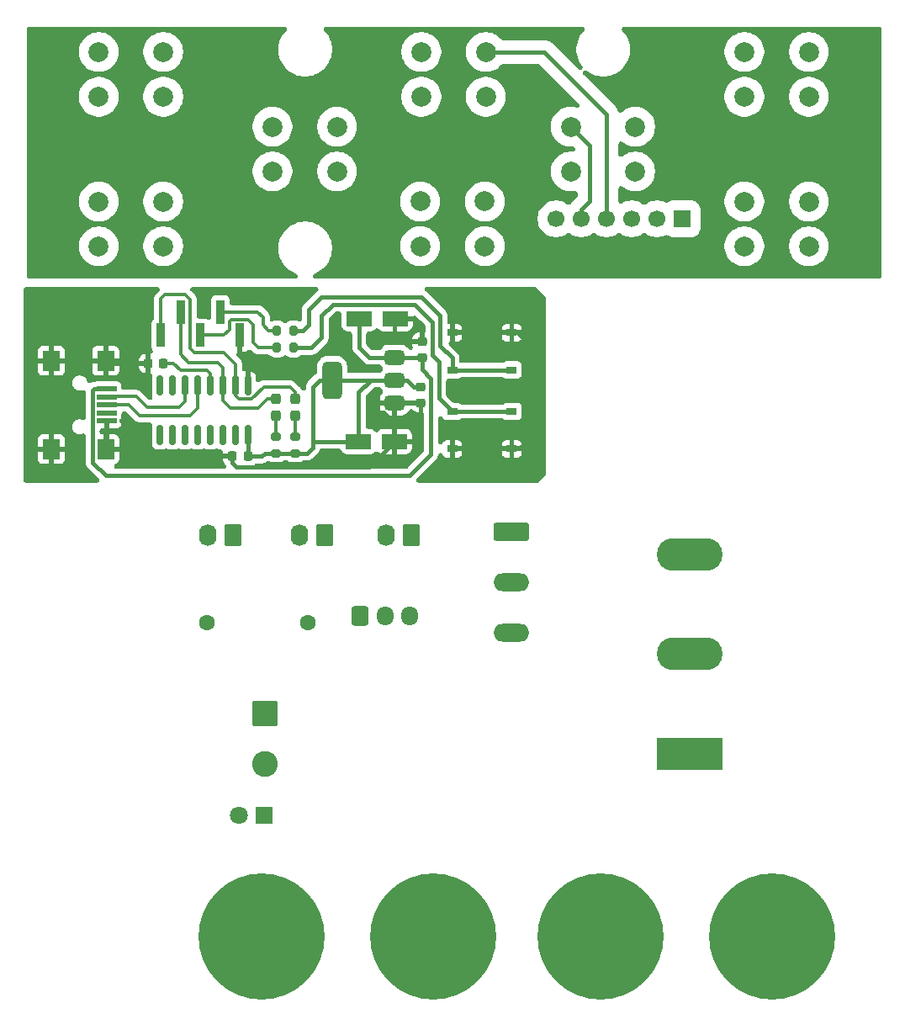
<source format=gbr>
%TF.GenerationSoftware,KiCad,Pcbnew,9.0.3*%
%TF.CreationDate,2025-08-30T18:08:07-03:00*%
%TF.ProjectId,PCB_Integradora,5043425f-496e-4746-9567-7261646f7261,rev?*%
%TF.SameCoordinates,Original*%
%TF.FileFunction,Copper,L1,Top*%
%TF.FilePolarity,Positive*%
%FSLAX46Y46*%
G04 Gerber Fmt 4.6, Leading zero omitted, Abs format (unit mm)*
G04 Created by KiCad (PCBNEW 9.0.3) date 2025-08-30 18:08:07*
%MOMM*%
%LPD*%
G01*
G04 APERTURE LIST*
G04 Aperture macros list*
%AMRoundRect*
0 Rectangle with rounded corners*
0 $1 Rounding radius*
0 $2 $3 $4 $5 $6 $7 $8 $9 X,Y pos of 4 corners*
0 Add a 4 corners polygon primitive as box body*
4,1,4,$2,$3,$4,$5,$6,$7,$8,$9,$2,$3,0*
0 Add four circle primitives for the rounded corners*
1,1,$1+$1,$2,$3*
1,1,$1+$1,$4,$5*
1,1,$1+$1,$6,$7*
1,1,$1+$1,$8,$9*
0 Add four rect primitives between the rounded corners*
20,1,$1+$1,$2,$3,$4,$5,0*
20,1,$1+$1,$4,$5,$6,$7,0*
20,1,$1+$1,$6,$7,$8,$9,0*
20,1,$1+$1,$8,$9,$2,$3,0*%
G04 Aperture macros list end*
%TA.AperFunction,SMDPad,CuDef*%
%ADD10RoundRect,0.237500X-0.237500X0.287500X-0.237500X-0.287500X0.237500X-0.287500X0.237500X0.287500X0*%
%TD*%
%TA.AperFunction,ComponentPad*%
%ADD11C,2.000000*%
%TD*%
%TA.AperFunction,SMDPad,CuDef*%
%ADD12RoundRect,0.225000X-0.225000X-0.250000X0.225000X-0.250000X0.225000X0.250000X-0.225000X0.250000X0*%
%TD*%
%TA.AperFunction,ComponentPad*%
%ADD13RoundRect,0.250000X-0.600000X-0.725000X0.600000X-0.725000X0.600000X0.725000X-0.600000X0.725000X0*%
%TD*%
%TA.AperFunction,ComponentPad*%
%ADD14O,1.700000X1.950000*%
%TD*%
%TA.AperFunction,ComponentPad*%
%ADD15RoundRect,0.250000X0.620000X0.845000X-0.620000X0.845000X-0.620000X-0.845000X0.620000X-0.845000X0*%
%TD*%
%TA.AperFunction,ComponentPad*%
%ADD16O,1.740000X2.190000*%
%TD*%
%TA.AperFunction,SMDPad,CuDef*%
%ADD17RoundRect,0.250000X-1.050000X-0.550000X1.050000X-0.550000X1.050000X0.550000X-1.050000X0.550000X0*%
%TD*%
%TA.AperFunction,SMDPad,CuDef*%
%ADD18R,2.000000X0.500000*%
%TD*%
%TA.AperFunction,SMDPad,CuDef*%
%ADD19R,1.700000X2.000000*%
%TD*%
%TA.AperFunction,ComponentPad*%
%ADD20R,1.700000X1.700000*%
%TD*%
%TA.AperFunction,ComponentPad*%
%ADD21C,1.700000*%
%TD*%
%TA.AperFunction,SMDPad,CuDef*%
%ADD22RoundRect,0.200000X0.275000X-0.200000X0.275000X0.200000X-0.275000X0.200000X-0.275000X-0.200000X0*%
%TD*%
%TA.AperFunction,ComponentPad*%
%ADD23C,12.700000*%
%TD*%
%TA.AperFunction,SMDPad,CuDef*%
%ADD24R,1.000000X0.750000*%
%TD*%
%TA.AperFunction,SMDPad,CuDef*%
%ADD25RoundRect,0.375000X0.625000X0.375000X-0.625000X0.375000X-0.625000X-0.375000X0.625000X-0.375000X0*%
%TD*%
%TA.AperFunction,SMDPad,CuDef*%
%ADD26RoundRect,0.500000X0.500000X1.400000X-0.500000X1.400000X-0.500000X-1.400000X0.500000X-1.400000X0*%
%TD*%
%TA.AperFunction,ComponentPad*%
%ADD27RoundRect,0.250000X-1.550000X0.650000X-1.550000X-0.650000X1.550000X-0.650000X1.550000X0.650000X0*%
%TD*%
%TA.AperFunction,ComponentPad*%
%ADD28O,3.600000X1.800000*%
%TD*%
%TA.AperFunction,SMDPad,CuDef*%
%ADD29RoundRect,0.150000X-0.150000X0.825000X-0.150000X-0.825000X0.150000X-0.825000X0.150000X0.825000X0*%
%TD*%
%TA.AperFunction,ComponentPad*%
%ADD30R,6.600000X3.300000*%
%TD*%
%TA.AperFunction,ComponentPad*%
%ADD31O,6.600000X3.300000*%
%TD*%
%TA.AperFunction,ComponentPad*%
%ADD32C,1.600000*%
%TD*%
%TA.AperFunction,ComponentPad*%
%ADD33RoundRect,0.250000X-1.050000X1.050000X-1.050000X-1.050000X1.050000X-1.050000X1.050000X1.050000X0*%
%TD*%
%TA.AperFunction,ComponentPad*%
%ADD34C,2.600000*%
%TD*%
%TA.AperFunction,SMDPad,CuDef*%
%ADD35RoundRect,0.225000X-0.250000X0.225000X-0.250000X-0.225000X0.250000X-0.225000X0.250000X0.225000X0*%
%TD*%
%TA.AperFunction,SMDPad,CuDef*%
%ADD36RoundRect,0.200000X-0.200000X-0.275000X0.200000X-0.275000X0.200000X0.275000X-0.200000X0.275000X0*%
%TD*%
%TA.AperFunction,SMDPad,CuDef*%
%ADD37RoundRect,0.225000X0.225000X0.250000X-0.225000X0.250000X-0.225000X-0.250000X0.225000X-0.250000X0*%
%TD*%
%TA.AperFunction,SMDPad,CuDef*%
%ADD38R,0.850000X2.350000*%
%TD*%
%TA.AperFunction,ComponentPad*%
%ADD39R,1.800000X1.800000*%
%TD*%
%TA.AperFunction,ComponentPad*%
%ADD40C,1.800000*%
%TD*%
%TA.AperFunction,SMDPad,CuDef*%
%ADD41RoundRect,0.225000X0.250000X-0.225000X0.250000X0.225000X-0.250000X0.225000X-0.250000X-0.225000X0*%
%TD*%
%TA.AperFunction,ViaPad*%
%ADD42C,0.600000*%
%TD*%
%TA.AperFunction,Conductor*%
%ADD43C,0.406400*%
%TD*%
%TA.AperFunction,Conductor*%
%ADD44C,0.355600*%
%TD*%
G04 APERTURE END LIST*
D10*
%TO.P,D2,1,K*%
%TO.N,/ESP Programadora/Rx*%
X95161200Y-70679000D03*
%TO.P,D2,2,A*%
%TO.N,Net-(D2-A)*%
X95161200Y-72429000D03*
%TD*%
D11*
%TO.P,SW6,1,1*%
%TO.N,/Interfaz HMI/Matrix_4*%
X142300000Y-35800000D03*
X148800000Y-35800000D03*
%TO.P,SW6,2,2*%
%TO.N,/Interfaz HMI/Matrix_1*%
X142300000Y-40300000D03*
X148800000Y-40300000D03*
%TD*%
D12*
%TO.P,C4,1*%
%TO.N,GND*%
X82282800Y-67134400D03*
%TO.P,C4,2*%
%TO.N,Net-(U1-V3)*%
X83832800Y-67134400D03*
%TD*%
D13*
%TO.P,Micro_Pwr1,1,Pin_1*%
%TO.N,/Interfaz de conexi\u00F3n/Gnd_Cnv*%
X103635800Y-92532200D03*
D14*
%TO.P,Micro_Pwr1,2,Pin_2*%
%TO.N,/Interfaz de conexi\u00F3n/12V_Cnv*%
X106135800Y-92532200D03*
%TO.P,Micro_Pwr1,3,Pin_3*%
%TO.N,/Interfaz de conexi\u00F3n/Gnd_Cnv*%
X108635800Y-92532200D03*
%TD*%
D11*
%TO.P,SW4,1,1*%
%TO.N,/Interfaz HMI/Matrix_4*%
X124814400Y-43318400D03*
X131314400Y-43318400D03*
%TO.P,SW4,2,2*%
%TO.N,/Interfaz HMI/Matrix_2*%
X124814400Y-47818400D03*
X131314400Y-47818400D03*
%TD*%
D15*
%TO.P,Inv_Pwr1,1,Pin_1*%
%TO.N,/Interfaz de conexi\u00F3n/12V_Cnv*%
X90788000Y-84455000D03*
D16*
%TO.P,Inv_Pwr1,2,Pin_2*%
%TO.N,/Interfaz de conexi\u00F3n/Gnd_Cnv*%
X88248000Y-84455000D03*
%TD*%
D17*
%TO.P,C5,1*%
%TO.N,+3.3V*%
X103470800Y-75008400D03*
%TO.P,C5,2*%
%TO.N,GND*%
X107070800Y-75008400D03*
%TD*%
D18*
%TO.P,J2,1,VBUS*%
%TO.N,+5V*%
X78100000Y-69700000D03*
%TO.P,J2,2,D-*%
%TO.N,Net-(J2-D-)*%
X78100000Y-70500000D03*
%TO.P,J2,3,D+*%
%TO.N,Net-(J2-D+)*%
X78100000Y-71300000D03*
%TO.P,J2,4,ID*%
%TO.N,unconnected-(J2-ID-Pad4)*%
X78100000Y-72100000D03*
%TO.P,J2,5,GND*%
%TO.N,GND*%
X78100000Y-72900000D03*
D19*
%TO.P,J2,6,Shield*%
X78000000Y-66850000D03*
X72550000Y-66850000D03*
X78000000Y-75750000D03*
X72550000Y-75750000D03*
%TD*%
D20*
%TO.P,J1,1,Pin_1*%
%TO.N,/Interfaz HMI/Matrix_0*%
X136040000Y-52578800D03*
D21*
%TO.P,J1,2,Pin_2*%
%TO.N,/Interfaz HMI/Matrix_1*%
X133500000Y-52578800D03*
%TO.P,J1,3,Pin_3*%
%TO.N,/Interfaz HMI/Matrix_2*%
X130960000Y-52578800D03*
%TO.P,J1,4,Pin_4*%
%TO.N,/Interfaz HMI/Matrix_3*%
X128420000Y-52578800D03*
%TO.P,J1,5,Pin_5*%
%TO.N,/Interfaz HMI/Matrix_4*%
X125880000Y-52578800D03*
%TO.P,J1,6,Pin_6*%
%TO.N,/Interfaz HMI/Matrix_5*%
X123340000Y-52578800D03*
%TD*%
D22*
%TO.P,R3,1*%
%TO.N,+3.3V*%
X97091600Y-76189000D03*
%TO.P,R3,2*%
%TO.N,Net-(D1-A)*%
X97091600Y-74539000D03*
%TD*%
D23*
%TO.P,Pw_In-1,1,Pin_1*%
%TO.N,unconnected-(Pw_In-1-Pin_1-Pad1)*%
X127850000Y-124802000D03*
%TO.P,Pw_In-1,2,Pin_2*%
%TO.N,unconnected-(Pw_In-1-Pin_2-Pad2)*%
X145122000Y-124802000D03*
%TD*%
D24*
%TO.P,SW10,1,1*%
%TO.N,GND*%
X112887600Y-64040200D03*
%TO.P,SW10,2,2*%
X118887600Y-64040200D03*
%TO.P,SW10,3,K*%
%TO.N,Net-(SW10-A)*%
X112887600Y-67790200D03*
%TO.P,SW10,4,A*%
X118887600Y-67790200D03*
%TD*%
D22*
%TO.P,R4,1*%
%TO.N,+3.3V*%
X95161200Y-76189000D03*
%TO.P,R4,2*%
%TO.N,Net-(D2-A)*%
X95161200Y-74539000D03*
%TD*%
D25*
%TO.P,U2,1,GND*%
%TO.N,GND*%
X107100000Y-71110800D03*
%TO.P,U2,2,VO*%
%TO.N,+3.3V*%
X107100000Y-68810800D03*
D26*
X100800000Y-68810800D03*
D25*
%TO.P,U2,3,VI*%
%TO.N,+5V*%
X107100000Y-66510800D03*
%TD*%
D27*
%TO.P,Motor_Out1,1,Pin_1*%
%TO.N,Net-(Motor_Out1-Pin_1)*%
X118833000Y-84035000D03*
D28*
%TO.P,Motor_Out1,2,Pin_2*%
%TO.N,Net-(Motor_Out1-Pin_2)*%
X118833000Y-89115000D03*
%TO.P,Motor_Out1,3,Pin_3*%
%TO.N,Net-(Motor_Out1-Pin_3)*%
X118833000Y-94195000D03*
%TD*%
D29*
%TO.P,U1,1,GND*%
%TO.N,GND*%
X92341800Y-69383800D03*
%TO.P,U1,2,TXD*%
%TO.N,/ESP Programadora/Tx*%
X91071800Y-69383800D03*
%TO.P,U1,3,RXD*%
%TO.N,/ESP Programadora/Rx*%
X89801800Y-69383800D03*
%TO.P,U1,4,V3*%
%TO.N,Net-(U1-V3)*%
X88531800Y-69383800D03*
%TO.P,U1,5,UD+*%
%TO.N,Net-(J2-D+)*%
X87261800Y-69383800D03*
%TO.P,U1,6,UD-*%
%TO.N,Net-(J2-D-)*%
X85991800Y-69383800D03*
%TO.P,U1,7,NC*%
%TO.N,unconnected-(U1-NC-Pad7)*%
X84721800Y-69383800D03*
%TO.P,U1,8,NC*%
%TO.N,unconnected-(U1-NC-Pad8)*%
X83451800Y-69383800D03*
%TO.P,U1,9,~{CTS}*%
%TO.N,unconnected-(U1-~{CTS}-Pad9)*%
X83451800Y-74333800D03*
%TO.P,U1,10,~{DSR}*%
%TO.N,unconnected-(U1-~{DSR}-Pad10)*%
X84721800Y-74333800D03*
%TO.P,U1,11,~{RI}*%
%TO.N,unconnected-(U1-~{RI}-Pad11)*%
X85991800Y-74333800D03*
%TO.P,U1,12,~{DCD}*%
%TO.N,unconnected-(U1-~{DCD}-Pad12)*%
X87261800Y-74333800D03*
%TO.P,U1,13,~{DTR}*%
%TO.N,unconnected-(U1-~{DTR}-Pad13)*%
X88531800Y-74333800D03*
%TO.P,U1,14,~{RTS}*%
%TO.N,unconnected-(U1-~{RTS}-Pad14)*%
X89801800Y-74333800D03*
%TO.P,U1,15,R232*%
%TO.N,unconnected-(U1-R232-Pad15)*%
X91071800Y-74333800D03*
%TO.P,U1,16,VCC*%
%TO.N,+3.3V*%
X92341800Y-74333800D03*
%TD*%
D30*
%TO.P,Motor_Pwr1,1,Pin_1*%
%TO.N,Net-(Motor_Out1-Pin_3)*%
X136779000Y-106393000D03*
D31*
%TO.P,Motor_Pwr1,2,Pin_2*%
%TO.N,Net-(Motor_Out1-Pin_2)*%
X136779000Y-96393000D03*
%TO.P,Motor_Pwr1,3,Pin_3*%
%TO.N,Net-(Motor_Out1-Pin_1)*%
X136779000Y-86393000D03*
%TD*%
D32*
%TO.P,R5,1*%
%TO.N,Net-(D3-K)*%
X98386000Y-93179000D03*
%TO.P,R5,2*%
%TO.N,/Interfaz de conexi\u00F3n/Gnd_Cnv*%
X88226000Y-93179000D03*
%TD*%
D15*
%TO.P,Cnv_Pwr1,1,Pin_1*%
%TO.N,/Interfaz de conexi\u00F3n/12V_Cnv*%
X100037000Y-84416000D03*
D16*
%TO.P,Cnv_Pwr1,2,Pin_2*%
%TO.N,/Interfaz de conexi\u00F3n/Gnd_Cnv*%
X97497000Y-84416000D03*
%TD*%
D24*
%TO.P,SW9,1,1*%
%TO.N,GND*%
X118887600Y-75715000D03*
%TO.P,SW9,2,2*%
X112887600Y-75715000D03*
%TO.P,SW9,3,K*%
%TO.N,Net-(SW9-A)*%
X118887600Y-71965000D03*
%TO.P,SW9,4,A*%
X112887600Y-71965000D03*
%TD*%
D15*
%TO.P,Cooler1,1,Pin_1*%
%TO.N,/Interfaz de conexi\u00F3n/12V_Cnv*%
X108800000Y-84455000D03*
D16*
%TO.P,Cooler1,2,Pin_2*%
%TO.N,/Interfaz de conexi\u00F3n/Gnd_Cnv*%
X106260000Y-84455000D03*
%TD*%
D33*
%TO.P,12V_Pwr1,1,Pin_1*%
%TO.N,/Interfaz de conexi\u00F3n/12V_Cnv*%
X94061500Y-102402000D03*
D34*
%TO.P,12V_Pwr1,2,Pin_2*%
%TO.N,/Interfaz de conexi\u00F3n/Gnd_Cnv*%
X94061500Y-107402000D03*
%TD*%
D35*
%TO.P,C6,1*%
%TO.N,+3.3V*%
X109740800Y-69546800D03*
%TO.P,C6,2*%
%TO.N,GND*%
X109740800Y-71096800D03*
%TD*%
D11*
%TO.P,SW8,1,1*%
%TO.N,/Interfaz HMI/Matrix_4*%
X142300000Y-50851600D03*
X148800000Y-50851600D03*
%TO.P,SW8,2,2*%
%TO.N,/Interfaz HMI/Matrix_0*%
X142300000Y-55351600D03*
X148800000Y-55351600D03*
%TD*%
%TO.P,SW3,1,1*%
%TO.N,/Interfaz HMI/Matrix_5*%
X101300000Y-47818400D03*
X94800000Y-47818400D03*
%TO.P,SW3,2,2*%
%TO.N,/Interfaz HMI/Matrix_2*%
X101300000Y-43318400D03*
X94800000Y-43318400D03*
%TD*%
D23*
%TO.P,Pw_In+1,1,Pin_1*%
%TO.N,unconnected-(Pw_In+1-Pin_1-Pad1)*%
X93687000Y-124802000D03*
%TO.P,Pw_In+1,2,Pin_2*%
%TO.N,unconnected-(Pw_In+1-Pin_2-Pad2)*%
X110959000Y-124802000D03*
%TD*%
D36*
%TO.P,R1,1*%
%TO.N,/ESP Programadora/ENABLE*%
X95262800Y-65559600D03*
%TO.P,R1,2*%
%TO.N,Net-(SW9-A)*%
X96912800Y-65559600D03*
%TD*%
D11*
%TO.P,SW7,1,1*%
%TO.N,/Interfaz HMI/Matrix_5*%
X77300000Y-50851600D03*
X83800000Y-50851600D03*
%TO.P,SW7,2,2*%
%TO.N,/Interfaz HMI/Matrix_0*%
X77300000Y-55351600D03*
X83800000Y-55351600D03*
%TD*%
D36*
%TO.P,R2,1*%
%TO.N,/ESP Programadora/BOOT_prog*%
X95262800Y-63832400D03*
%TO.P,R2,2*%
%TO.N,Net-(SW10-A)*%
X96912800Y-63832400D03*
%TD*%
D11*
%TO.P,SW2,1,1*%
%TO.N,/Interfaz HMI/Matrix_4*%
X116277600Y-40300000D03*
X109777600Y-40300000D03*
%TO.P,SW2,2,2*%
%TO.N,/Interfaz HMI/Matrix_3*%
X116277600Y-35800000D03*
X109777600Y-35800000D03*
%TD*%
%TO.P,SW1,1,1*%
%TO.N,/Interfaz HMI/Matrix_5*%
X83800000Y-40300000D03*
X77300000Y-40300000D03*
%TO.P,SW1,2,2*%
%TO.N,/Interfaz HMI/Matrix_3*%
X83800000Y-35800000D03*
X77300000Y-35800000D03*
%TD*%
D37*
%TO.P,C2,1*%
%TO.N,+3.3V*%
X92316400Y-76481600D03*
%TO.P,C2,2*%
%TO.N,GND*%
X90766400Y-76481600D03*
%TD*%
D38*
%TO.P,J3,1,Pin_1*%
%TO.N,GND*%
X91534600Y-64288600D03*
%TO.P,J3,2,Pin_2*%
%TO.N,/ESP Programadora/BOOT_prog*%
X89534600Y-61938600D03*
%TO.P,J3,3,Pin_3*%
%TO.N,/ESP Programadora/ENABLE*%
X87534600Y-64288600D03*
%TO.P,J3,4,Pin_4*%
%TO.N,/ESP Programadora/Rx*%
X85534600Y-61938600D03*
%TO.P,J3,5,Pin_5*%
%TO.N,/ESP Programadora/Tx*%
X83534600Y-64288600D03*
%TD*%
D39*
%TO.P,D3,1,K*%
%TO.N,Net-(D3-K)*%
X93980000Y-112649000D03*
D40*
%TO.P,D3,2,A*%
%TO.N,/Interfaz de conexi\u00F3n/12V_Cnv*%
X91440000Y-112649000D03*
%TD*%
D10*
%TO.P,D1,1,K*%
%TO.N,/ESP Programadora/Tx*%
X97091600Y-70679000D03*
%TO.P,D1,2,A*%
%TO.N,Net-(D1-A)*%
X97091600Y-72429000D03*
%TD*%
D17*
%TO.P,C3,1*%
%TO.N,+5V*%
X103521600Y-62613200D03*
%TO.P,C3,2*%
%TO.N,GND*%
X107121600Y-62613200D03*
%TD*%
D11*
%TO.P,SW5,1,1*%
%TO.N,/Interfaz HMI/Matrix_5*%
X109676000Y-50836800D03*
X116176000Y-50836800D03*
%TO.P,SW5,2,2*%
%TO.N,/Interfaz HMI/Matrix_1*%
X109676000Y-55336800D03*
X116176000Y-55336800D03*
%TD*%
D41*
%TO.P,C1,1*%
%TO.N,+5V*%
X109842400Y-66524800D03*
%TO.P,C1,2*%
%TO.N,GND*%
X109842400Y-64974800D03*
%TD*%
D42*
%TO.N,GND*%
X89471600Y-76532400D03*
X104813200Y-71960400D03*
X92316400Y-67286800D03*
X80378400Y-75750000D03*
X109842400Y-63426000D03*
X112890400Y-62714800D03*
X80480000Y-67134400D03*
%TD*%
D43*
%TO.N,/Interfaz HMI/Matrix_4*%
X126730000Y-45234000D02*
X124814400Y-43318400D01*
X125880000Y-52578800D02*
X125880000Y-51664400D01*
X125880000Y-51664400D02*
X126730000Y-50814400D01*
X126730000Y-50814400D02*
X126730000Y-45234000D01*
%TO.N,/Interfaz HMI/Matrix_3*%
X128420000Y-52578800D02*
X128420000Y-42063200D01*
X122156800Y-35800000D02*
X116277600Y-35800000D01*
X128420000Y-42063200D02*
X122156800Y-35800000D01*
%TO.N,+5V*%
X109828400Y-66510800D02*
X109842400Y-66524800D01*
X110756800Y-68642800D02*
X110756800Y-76278400D01*
X109842400Y-66524800D02*
X109842400Y-67728400D01*
X108623200Y-78412000D02*
X78003600Y-78412000D01*
X107100000Y-66510800D02*
X109828400Y-66510800D01*
X76695800Y-69845800D02*
X76841600Y-69700000D01*
X109842400Y-67728400D02*
X110756800Y-68642800D01*
X76695800Y-77104200D02*
X76695800Y-69845800D01*
X76841600Y-69700000D02*
X78100000Y-69700000D01*
X103521600Y-65507310D02*
X104525090Y-66510800D01*
X110756800Y-76278400D02*
X108623200Y-78412000D01*
X103521600Y-62613200D02*
X103521600Y-65507310D01*
X104525090Y-66510800D02*
X107100000Y-66510800D01*
X78003600Y-78412000D02*
X76695800Y-77104200D01*
%TO.N,GND*%
X82105600Y-76481600D02*
X90766400Y-76481600D01*
X118887600Y-75715000D02*
X119600600Y-75715000D01*
X112887600Y-64040200D02*
X112887600Y-62717600D01*
X109842400Y-64974800D02*
X109842400Y-63426000D01*
X107100000Y-74979200D02*
X107070800Y-75008400D01*
X119448200Y-64040200D02*
X118887600Y-64040200D01*
X120002400Y-75313200D02*
X120002400Y-64594400D01*
X78000000Y-75750000D02*
X80378400Y-75750000D01*
X82282800Y-67134400D02*
X80480000Y-67134400D01*
X107070800Y-75008400D02*
X107070800Y-73100400D01*
X105981600Y-72011200D02*
X104864000Y-72011200D01*
D44*
X92341800Y-69383800D02*
X92316400Y-69358400D01*
D43*
X78000000Y-66850000D02*
X72550000Y-66850000D01*
D44*
X91534600Y-66454200D02*
X92316400Y-67236000D01*
D43*
X90766400Y-77166800D02*
X90766400Y-76481600D01*
X107070800Y-73100400D02*
X105981600Y-72011200D01*
X78284400Y-67134400D02*
X78000000Y-66850000D01*
X91148000Y-77548400D02*
X90766400Y-77166800D01*
X112887600Y-62717600D02*
X112890400Y-62714800D01*
X104864000Y-72011200D02*
X104813200Y-71960400D01*
X81374000Y-75750000D02*
X81546800Y-75922800D01*
X112887600Y-64040200D02*
X118887600Y-64040200D01*
D44*
X91534600Y-64288600D02*
X91534600Y-66454200D01*
D43*
X80378400Y-75750000D02*
X81374000Y-75750000D01*
D44*
X92316400Y-69358400D02*
X92316400Y-67286800D01*
D43*
X107070800Y-75008400D02*
X104530800Y-77548400D01*
X78100000Y-75650000D02*
X78000000Y-75750000D01*
X78100000Y-72900000D02*
X78100000Y-75650000D01*
X119600600Y-75715000D02*
X120002400Y-75313200D01*
X81546800Y-75922800D02*
X82105600Y-76481600D01*
X109842400Y-63426000D02*
X109842400Y-63273600D01*
X118887600Y-75715000D02*
X112887600Y-75715000D01*
D44*
X92316400Y-67286800D02*
X92316400Y-67236000D01*
D43*
X107100000Y-71110800D02*
X107100000Y-74979200D01*
X109182000Y-62613200D02*
X107121600Y-62613200D01*
X109740800Y-71096800D02*
X107114000Y-71096800D01*
X104530800Y-77548400D02*
X91148000Y-77548400D01*
X72550000Y-75750000D02*
X72550000Y-66850000D01*
X109842400Y-63273600D02*
X109182000Y-62613200D01*
X120002400Y-64594400D02*
X119448200Y-64040200D01*
X107114000Y-71096800D02*
X107100000Y-71110800D01*
X80480000Y-67134400D02*
X78284400Y-67134400D01*
%TO.N,+3.3V*%
X100800000Y-68810800D02*
X104711600Y-68810800D01*
X98298600Y-76189000D02*
X98869600Y-75618000D01*
X95161200Y-76189000D02*
X94031400Y-76189000D01*
X104711600Y-68810800D02*
X103470800Y-70051600D01*
X99530000Y-68810800D02*
X98869600Y-69471200D01*
X98920400Y-75008400D02*
X98869600Y-75059200D01*
X92316400Y-76481600D02*
X92316400Y-74359200D01*
X103470800Y-75008400D02*
X98920400Y-75008400D01*
D44*
X92316400Y-74359200D02*
X92341800Y-74333800D01*
D43*
X98869600Y-75059200D02*
X98869600Y-75618000D01*
X97091600Y-76189000D02*
X98298600Y-76189000D01*
X108318400Y-68810800D02*
X109054400Y-69546800D01*
X93738800Y-76481600D02*
X92316400Y-76481600D01*
X109054400Y-69546800D02*
X109740800Y-69546800D01*
X97091600Y-76189000D02*
X95161200Y-76189000D01*
X103470800Y-70051600D02*
X103470800Y-75008400D01*
X107100000Y-68810800D02*
X108318400Y-68810800D01*
X107100000Y-68810800D02*
X104711600Y-68810800D01*
X100800000Y-68810800D02*
X99530000Y-68810800D01*
X94031400Y-76189000D02*
X93738800Y-76481600D01*
X98869600Y-69471200D02*
X98869600Y-75059200D01*
D44*
%TO.N,Net-(U1-V3)*%
X88216500Y-67860500D02*
X85574900Y-67860500D01*
X88531800Y-68175800D02*
X88216500Y-67860500D01*
X84848800Y-67134400D02*
X83832800Y-67134400D01*
X88531800Y-69383800D02*
X88531800Y-68175800D01*
X85574900Y-67860500D02*
X84848800Y-67134400D01*
%TO.N,/ESP Programadora/Tx*%
X86474400Y-60682800D02*
X86474400Y-65586000D01*
X96583600Y-69522000D02*
X97091600Y-70030000D01*
X91071800Y-69383800D02*
X91071800Y-70358799D01*
X93930592Y-69522000D02*
X96583600Y-69522000D01*
X89928800Y-66067600D02*
X91046400Y-67185200D01*
X86956000Y-66067600D02*
X89928800Y-66067600D01*
X83534600Y-64288600D02*
X83534600Y-60650800D01*
X83534600Y-60650800D02*
X83959800Y-60225600D01*
X92714992Y-70737600D02*
X93930592Y-69522000D01*
X83959800Y-60225600D02*
X86017200Y-60225600D01*
X91046400Y-67185200D02*
X91046400Y-69358400D01*
X97091600Y-70030000D02*
X97091600Y-70679000D01*
X86474400Y-65586000D02*
X86956000Y-66067600D01*
X91046400Y-69358400D02*
X91071800Y-69383800D01*
X97091600Y-70679000D02*
X97091600Y-70999600D01*
X91450601Y-70737600D02*
X92714992Y-70737600D01*
X97091600Y-70999600D02*
X97080200Y-71011000D01*
X91071800Y-70358799D02*
X91450601Y-70737600D01*
X86017200Y-60225600D02*
X86474400Y-60682800D01*
%TO.N,Net-(D1-A)*%
X97091600Y-74539000D02*
X97091600Y-72429000D01*
%TO.N,/ESP Programadora/Rx*%
X89776400Y-67540800D02*
X89268400Y-67032800D01*
X89268400Y-67032800D02*
X86372800Y-67032800D01*
X85534600Y-66194600D02*
X85534600Y-61938600D01*
X95161200Y-70679000D02*
X94309000Y-70679000D01*
X94309000Y-70679000D02*
X93383200Y-71604800D01*
X89776400Y-69358400D02*
X89776400Y-67540800D01*
X93383200Y-71604800D02*
X90538400Y-71604800D01*
X86372800Y-67032800D02*
X85534600Y-66194600D01*
X90538400Y-71604800D02*
X89801800Y-70868200D01*
X89801800Y-70868200D02*
X89801800Y-69383800D01*
X89801800Y-69383800D02*
X89776400Y-69358400D01*
%TO.N,Net-(D2-A)*%
X95161200Y-74539000D02*
X95161200Y-72429000D01*
%TO.N,Net-(J2-D+)*%
X78100000Y-71300000D02*
X80327600Y-71300000D01*
X81394400Y-72366800D02*
X86474400Y-72366800D01*
X86474400Y-72366800D02*
X87236400Y-71604800D01*
X87236400Y-71604800D02*
X87236400Y-69409200D01*
X80327600Y-71300000D02*
X81394400Y-72366800D01*
X87236400Y-69409200D02*
X87261800Y-69383800D01*
%TO.N,Net-(J2-D-)*%
X85991800Y-70969800D02*
X85991800Y-69383800D01*
X81088200Y-70485800D02*
X82156400Y-71554000D01*
X82156400Y-71554000D02*
X85407600Y-71554000D01*
X78100000Y-70500000D02*
X78114200Y-70485800D01*
X78114200Y-70485800D02*
X81088200Y-70485800D01*
X85407600Y-71554000D02*
X85991800Y-70969800D01*
%TO.N,/ESP Programadora/BOOT_prog*%
X93840400Y-62460800D02*
X93840400Y-63273600D01*
X89534600Y-61938600D02*
X93318200Y-61938600D01*
X94399200Y-63832400D02*
X95262800Y-63832400D01*
X93840400Y-63273600D02*
X94399200Y-63832400D01*
X93318200Y-61938600D02*
X93840400Y-62460800D01*
%TO.N,/ESP Programadora/ENABLE*%
X92824400Y-65000800D02*
X93383200Y-65559600D01*
X92824400Y-63222800D02*
X92824400Y-65000800D01*
X89929800Y-64288600D02*
X90487600Y-63730800D01*
X90487600Y-62938000D02*
X90690800Y-62734800D01*
X92336400Y-62734800D02*
X92824400Y-63222800D01*
X90690800Y-62734800D02*
X92336400Y-62734800D01*
X90487600Y-63730800D02*
X90487600Y-62938000D01*
X93383200Y-65559600D02*
X95262800Y-65559600D01*
X87534600Y-64288600D02*
X89929800Y-64288600D01*
D43*
%TO.N,Net-(SW9-A)*%
X99733200Y-62347010D02*
X100889410Y-61190800D01*
X99733200Y-64543600D02*
X99733200Y-62347010D01*
X111569600Y-70647000D02*
X112887600Y-71965000D01*
X111569600Y-66931200D02*
X111569600Y-70647000D01*
X98717200Y-65559600D02*
X99733200Y-64543600D01*
X110909200Y-63019600D02*
X110909200Y-66270800D01*
X109080400Y-61190800D02*
X110909200Y-63019600D01*
X96912800Y-65559600D02*
X98717200Y-65559600D01*
X110909200Y-66270800D02*
X111569600Y-66931200D01*
X118887600Y-71965000D02*
X112887600Y-71965000D01*
X100889410Y-61190800D02*
X109080400Y-61190800D01*
%TO.N,Net-(SW10-A)*%
X99733200Y-60428800D02*
X109791600Y-60428800D01*
X98463200Y-63222800D02*
X98463200Y-61698800D01*
X112887600Y-67790200D02*
X118887600Y-67790200D01*
X111671200Y-62308400D02*
X111671200Y-65356400D01*
X98463200Y-61698800D02*
X99733200Y-60428800D01*
X111671200Y-65356400D02*
X112887600Y-66572800D01*
X96912800Y-63832400D02*
X97853600Y-63832400D01*
X97853600Y-63832400D02*
X98463200Y-63222800D01*
X112887600Y-66572800D02*
X112887600Y-67790200D01*
X109791600Y-60428800D02*
X111671200Y-62308400D01*
%TD*%
%TA.AperFunction,Conductor*%
%TO.N,GND*%
G36*
X96085765Y-33259854D02*
G01*
X96166547Y-33313830D01*
X96220523Y-33394612D01*
X96239477Y-33489900D01*
X96220523Y-33585188D01*
X96166547Y-33665970D01*
X96083225Y-33749291D01*
X96083218Y-33749299D01*
X95894107Y-33986436D01*
X95732741Y-34243248D01*
X95732728Y-34243272D01*
X95601129Y-34516540D01*
X95500955Y-34802825D01*
X95433461Y-35098531D01*
X95433459Y-35098542D01*
X95399500Y-35399928D01*
X95399500Y-35703271D01*
X95433459Y-36004657D01*
X95433460Y-36004663D01*
X95500954Y-36300372D01*
X95500955Y-36300374D01*
X95601129Y-36586659D01*
X95601132Y-36586665D01*
X95732735Y-36859941D01*
X95732739Y-36859947D01*
X95732741Y-36859951D01*
X95868390Y-37075835D01*
X95894108Y-37116764D01*
X96083221Y-37353904D01*
X96297696Y-37568379D01*
X96534836Y-37757492D01*
X96791659Y-37918865D01*
X97064935Y-38050468D01*
X97064938Y-38050469D01*
X97064940Y-38050470D01*
X97124650Y-38071363D01*
X97351228Y-38150646D01*
X97646937Y-38218140D01*
X97782400Y-38233402D01*
X97948328Y-38252099D01*
X97948343Y-38252100D01*
X98251657Y-38252100D01*
X98251671Y-38252099D01*
X98390507Y-38236455D01*
X98553063Y-38218140D01*
X98848772Y-38150646D01*
X99135065Y-38050468D01*
X99408341Y-37918865D01*
X99665164Y-37757492D01*
X99902304Y-37568379D01*
X100116779Y-37353904D01*
X100305892Y-37116764D01*
X100467265Y-36859941D01*
X100598868Y-36586665D01*
X100699046Y-36300372D01*
X100766540Y-36004663D01*
X100784855Y-35842107D01*
X100800499Y-35703271D01*
X100800500Y-35703256D01*
X100800500Y-35668880D01*
X107777100Y-35668880D01*
X107777100Y-35931119D01*
X107811329Y-36191112D01*
X107879201Y-36444417D01*
X107979553Y-36686689D01*
X107979555Y-36686693D01*
X107979557Y-36686697D01*
X108075535Y-36852937D01*
X108110673Y-36913798D01*
X108110682Y-36913812D01*
X108270313Y-37121845D01*
X108270318Y-37121851D01*
X108455749Y-37307282D01*
X108455753Y-37307285D01*
X108455754Y-37307286D01*
X108663787Y-37466917D01*
X108663792Y-37466920D01*
X108663797Y-37466924D01*
X108890903Y-37598043D01*
X109133181Y-37698398D01*
X109386484Y-37766270D01*
X109646480Y-37800500D01*
X109908720Y-37800500D01*
X110168716Y-37766270D01*
X110422019Y-37698398D01*
X110664297Y-37598043D01*
X110891403Y-37466924D01*
X111099451Y-37307282D01*
X111284882Y-37121851D01*
X111444524Y-36913803D01*
X111575643Y-36686697D01*
X111675998Y-36444419D01*
X111743870Y-36191116D01*
X111778100Y-35931120D01*
X111778100Y-35668880D01*
X111743870Y-35408884D01*
X111675998Y-35155581D01*
X111575643Y-34913303D01*
X111444524Y-34686197D01*
X111444520Y-34686192D01*
X111444517Y-34686187D01*
X111284886Y-34478154D01*
X111284885Y-34478153D01*
X111284882Y-34478149D01*
X111099451Y-34292718D01*
X111099446Y-34292714D01*
X111099445Y-34292713D01*
X110891412Y-34133082D01*
X110891398Y-34133073D01*
X110708305Y-34027365D01*
X110664297Y-34001957D01*
X110664295Y-34001956D01*
X110664293Y-34001955D01*
X110664289Y-34001953D01*
X110422017Y-33901601D01*
X110312330Y-33872211D01*
X110168716Y-33833730D01*
X110168711Y-33833729D01*
X110168714Y-33833729D01*
X109908720Y-33799500D01*
X109646480Y-33799500D01*
X109386487Y-33833729D01*
X109133182Y-33901601D01*
X108890910Y-34001953D01*
X108890906Y-34001955D01*
X108663801Y-34133073D01*
X108663787Y-34133082D01*
X108455754Y-34292713D01*
X108270313Y-34478154D01*
X108110682Y-34686187D01*
X108110673Y-34686201D01*
X107979555Y-34913306D01*
X107979553Y-34913310D01*
X107879201Y-35155582D01*
X107811329Y-35408887D01*
X107777100Y-35668880D01*
X100800500Y-35668880D01*
X100800500Y-35399943D01*
X100800499Y-35399928D01*
X100772967Y-35155581D01*
X100766540Y-35098537D01*
X100699046Y-34802828D01*
X100598868Y-34516535D01*
X100467265Y-34243259D01*
X100305892Y-33986436D01*
X100116779Y-33749296D01*
X100033453Y-33665970D01*
X99979477Y-33585188D01*
X99960523Y-33489900D01*
X99979477Y-33394612D01*
X100033453Y-33313830D01*
X100114235Y-33259854D01*
X100209523Y-33240900D01*
X125990477Y-33240900D01*
X126085765Y-33259854D01*
X126166547Y-33313830D01*
X126220523Y-33394612D01*
X126239477Y-33489900D01*
X126220523Y-33585188D01*
X126166547Y-33665970D01*
X126083225Y-33749291D01*
X126083218Y-33749299D01*
X125894107Y-33986436D01*
X125732741Y-34243248D01*
X125732728Y-34243272D01*
X125601129Y-34516540D01*
X125500955Y-34802825D01*
X125433461Y-35098531D01*
X125433459Y-35098542D01*
X125399500Y-35399928D01*
X125399500Y-35703271D01*
X125433459Y-36004657D01*
X125433460Y-36004663D01*
X125500954Y-36300372D01*
X125500955Y-36300374D01*
X125601129Y-36586659D01*
X125601132Y-36586665D01*
X125732735Y-36859941D01*
X125732739Y-36859947D01*
X125732741Y-36859951D01*
X125894107Y-37116763D01*
X125957862Y-37196709D01*
X126002454Y-37283026D01*
X126010620Y-37379837D01*
X125981117Y-37472404D01*
X125918435Y-37546634D01*
X125832118Y-37591226D01*
X125735307Y-37599392D01*
X125642740Y-37569889D01*
X125587120Y-37528031D01*
X122940958Y-34881869D01*
X122832168Y-34802828D01*
X122787678Y-34770504D01*
X122784691Y-34768982D01*
X122618860Y-34684488D01*
X122438667Y-34625939D01*
X122438661Y-34625937D01*
X122251543Y-34596301D01*
X122251536Y-34596300D01*
X122251533Y-34596300D01*
X122251529Y-34596300D01*
X117998336Y-34596300D01*
X117903048Y-34577346D01*
X117822266Y-34523370D01*
X117800793Y-34498885D01*
X117784882Y-34478149D01*
X117599451Y-34292718D01*
X117599446Y-34292714D01*
X117599445Y-34292713D01*
X117391412Y-34133082D01*
X117391398Y-34133073D01*
X117208305Y-34027365D01*
X117164297Y-34001957D01*
X117164295Y-34001956D01*
X117164293Y-34001955D01*
X117164289Y-34001953D01*
X116922017Y-33901601D01*
X116812330Y-33872211D01*
X116668716Y-33833730D01*
X116668711Y-33833729D01*
X116668714Y-33833729D01*
X116408720Y-33799500D01*
X116146480Y-33799500D01*
X115886487Y-33833729D01*
X115633182Y-33901601D01*
X115390910Y-34001953D01*
X115390906Y-34001955D01*
X115163801Y-34133073D01*
X115163787Y-34133082D01*
X114955754Y-34292713D01*
X114770313Y-34478154D01*
X114610682Y-34686187D01*
X114610673Y-34686201D01*
X114479555Y-34913306D01*
X114479553Y-34913310D01*
X114379201Y-35155582D01*
X114311329Y-35408887D01*
X114277100Y-35668880D01*
X114277100Y-35931119D01*
X114311329Y-36191112D01*
X114379201Y-36444417D01*
X114479553Y-36686689D01*
X114479555Y-36686693D01*
X114479557Y-36686697D01*
X114575535Y-36852937D01*
X114610673Y-36913798D01*
X114610682Y-36913812D01*
X114770313Y-37121845D01*
X114770318Y-37121851D01*
X114955749Y-37307282D01*
X114955753Y-37307285D01*
X114955754Y-37307286D01*
X115163787Y-37466917D01*
X115163792Y-37466920D01*
X115163797Y-37466924D01*
X115390903Y-37598043D01*
X115633181Y-37698398D01*
X115886484Y-37766270D01*
X116146480Y-37800500D01*
X116408720Y-37800500D01*
X116668716Y-37766270D01*
X116922019Y-37698398D01*
X117164297Y-37598043D01*
X117391403Y-37466924D01*
X117599451Y-37307282D01*
X117784882Y-37121851D01*
X117800794Y-37101113D01*
X117873840Y-37037058D01*
X117965839Y-37005830D01*
X117998336Y-37003700D01*
X121555071Y-37003700D01*
X121650359Y-37022654D01*
X121731141Y-37076630D01*
X125642771Y-40988260D01*
X125696747Y-41069042D01*
X125715701Y-41164330D01*
X125696747Y-41259618D01*
X125642771Y-41340400D01*
X125561989Y-41394376D01*
X125466701Y-41413330D01*
X125402256Y-41404846D01*
X125363181Y-41394376D01*
X125205516Y-41352130D01*
X125205513Y-41352129D01*
X125205514Y-41352129D01*
X124945520Y-41317900D01*
X124683280Y-41317900D01*
X124423287Y-41352129D01*
X124169982Y-41420001D01*
X123927710Y-41520353D01*
X123927706Y-41520355D01*
X123700601Y-41651473D01*
X123700587Y-41651482D01*
X123492554Y-41811113D01*
X123307113Y-41996554D01*
X123147482Y-42204587D01*
X123147473Y-42204601D01*
X123016355Y-42431706D01*
X123016353Y-42431710D01*
X122916001Y-42673982D01*
X122848129Y-42927287D01*
X122813900Y-43187280D01*
X122813900Y-43449519D01*
X122848129Y-43709512D01*
X122916001Y-43962817D01*
X123016353Y-44205089D01*
X123016355Y-44205093D01*
X123147473Y-44432198D01*
X123147482Y-44432212D01*
X123307113Y-44640245D01*
X123307118Y-44640251D01*
X123492549Y-44825682D01*
X123492553Y-44825685D01*
X123492554Y-44825686D01*
X123700587Y-44985317D01*
X123700592Y-44985320D01*
X123700597Y-44985324D01*
X123927703Y-45116443D01*
X124169981Y-45216798D01*
X124423284Y-45284670D01*
X124683280Y-45318900D01*
X124945525Y-45318900D01*
X124964886Y-45316350D01*
X124971419Y-45315490D01*
X124987812Y-45316563D01*
X125003929Y-45313358D01*
X125035870Y-45319711D01*
X125068365Y-45321840D01*
X125083101Y-45329106D01*
X125099217Y-45332312D01*
X125126295Y-45350405D01*
X125155503Y-45364807D01*
X125179999Y-45386288D01*
X125193913Y-45400202D01*
X125247889Y-45480984D01*
X125266843Y-45576272D01*
X125247889Y-45671560D01*
X125193913Y-45752342D01*
X125113131Y-45806318D01*
X125017843Y-45825272D01*
X124985345Y-45823142D01*
X124945525Y-45817900D01*
X124945520Y-45817900D01*
X124683280Y-45817900D01*
X124423287Y-45852129D01*
X124169982Y-45920001D01*
X123927710Y-46020353D01*
X123927706Y-46020355D01*
X123700601Y-46151473D01*
X123700587Y-46151482D01*
X123492554Y-46311113D01*
X123307113Y-46496554D01*
X123147482Y-46704587D01*
X123147473Y-46704601D01*
X123016355Y-46931706D01*
X123016353Y-46931710D01*
X122916001Y-47173982D01*
X122848129Y-47427287D01*
X122813900Y-47687280D01*
X122813900Y-47949519D01*
X122848129Y-48209512D01*
X122916001Y-48462817D01*
X123016353Y-48705089D01*
X123016355Y-48705093D01*
X123147473Y-48932198D01*
X123147482Y-48932212D01*
X123307113Y-49140245D01*
X123307118Y-49140251D01*
X123492549Y-49325682D01*
X123492553Y-49325685D01*
X123492554Y-49325686D01*
X123700587Y-49485317D01*
X123700592Y-49485320D01*
X123700597Y-49485324D01*
X123927703Y-49616443D01*
X124169981Y-49716798D01*
X124423284Y-49784670D01*
X124683280Y-49818900D01*
X124945520Y-49818900D01*
X125205516Y-49784670D01*
X125212857Y-49782702D01*
X125245357Y-49780572D01*
X125277300Y-49774219D01*
X125293409Y-49777423D01*
X125309802Y-49776349D01*
X125340646Y-49786819D01*
X125372588Y-49793173D01*
X125386245Y-49802298D01*
X125401801Y-49807579D01*
X125426286Y-49829052D01*
X125453370Y-49847149D01*
X125462497Y-49860809D01*
X125474845Y-49871638D01*
X125489249Y-49900847D01*
X125507346Y-49927931D01*
X125510550Y-49944041D01*
X125517816Y-49958774D01*
X125526300Y-50023219D01*
X125526300Y-50212671D01*
X125507346Y-50307959D01*
X125453370Y-50388741D01*
X125453366Y-50388743D01*
X124961871Y-50880239D01*
X124961866Y-50880245D01*
X124867237Y-51010490D01*
X124817374Y-51061675D01*
X124761580Y-51104487D01*
X124674444Y-51147458D01*
X124577497Y-51153812D01*
X124485498Y-51122582D01*
X124458419Y-51104488D01*
X124371782Y-51038010D01*
X124370289Y-51036864D01*
X124337084Y-51017693D01*
X124160217Y-50915578D01*
X124160201Y-50915570D01*
X123936105Y-50822748D01*
X123936103Y-50822747D01*
X123936100Y-50822746D01*
X123936096Y-50822745D01*
X123936082Y-50822740D01*
X123701795Y-50759963D01*
X123701790Y-50759962D01*
X123461288Y-50728300D01*
X123218712Y-50728300D01*
X122978209Y-50759962D01*
X122978204Y-50759963D01*
X122743917Y-50822740D01*
X122743894Y-50822748D01*
X122519798Y-50915570D01*
X122519782Y-50915578D01*
X122309720Y-51036858D01*
X122309710Y-51036864D01*
X122117268Y-51184529D01*
X122117258Y-51184538D01*
X121945738Y-51356058D01*
X121945729Y-51356068D01*
X121798064Y-51548510D01*
X121798058Y-51548520D01*
X121676778Y-51758582D01*
X121676770Y-51758598D01*
X121583948Y-51982694D01*
X121583940Y-51982717D01*
X121521163Y-52217004D01*
X121521162Y-52217009D01*
X121489500Y-52457512D01*
X121489500Y-52700087D01*
X121521162Y-52940590D01*
X121521163Y-52940595D01*
X121583940Y-53174882D01*
X121583948Y-53174905D01*
X121676770Y-53399001D01*
X121676778Y-53399017D01*
X121798058Y-53609079D01*
X121798064Y-53609089D01*
X121945729Y-53801531D01*
X121945738Y-53801541D01*
X122117258Y-53973061D01*
X122117268Y-53973070D01*
X122197998Y-54035016D01*
X122309711Y-54120736D01*
X122353568Y-54146057D01*
X122519782Y-54242021D01*
X122519798Y-54242029D01*
X122659858Y-54300042D01*
X122743900Y-54334854D01*
X122743911Y-54334857D01*
X122743917Y-54334859D01*
X122847855Y-54362709D01*
X122978211Y-54397638D01*
X123218712Y-54429300D01*
X123461288Y-54429300D01*
X123701789Y-54397638D01*
X123863275Y-54354367D01*
X123936082Y-54334859D01*
X123936084Y-54334858D01*
X123936100Y-54334854D01*
X124129868Y-54254593D01*
X124160201Y-54242029D01*
X124160206Y-54242026D01*
X124160212Y-54242024D01*
X124370289Y-54120736D01*
X124458423Y-54053108D01*
X124545554Y-54010141D01*
X124642501Y-54003786D01*
X124734500Y-54035016D01*
X124761568Y-54053101D01*
X124849711Y-54120736D01*
X124893568Y-54146057D01*
X125059782Y-54242021D01*
X125059798Y-54242029D01*
X125199858Y-54300042D01*
X125283900Y-54334854D01*
X125283911Y-54334857D01*
X125283917Y-54334859D01*
X125387855Y-54362709D01*
X125518211Y-54397638D01*
X125758712Y-54429300D01*
X126001288Y-54429300D01*
X126241789Y-54397638D01*
X126403275Y-54354367D01*
X126476082Y-54334859D01*
X126476084Y-54334858D01*
X126476100Y-54334854D01*
X126669868Y-54254593D01*
X126700201Y-54242029D01*
X126700206Y-54242026D01*
X126700212Y-54242024D01*
X126910289Y-54120736D01*
X126998423Y-54053108D01*
X127085554Y-54010141D01*
X127182501Y-54003786D01*
X127274500Y-54035016D01*
X127301568Y-54053101D01*
X127389711Y-54120736D01*
X127433568Y-54146057D01*
X127599782Y-54242021D01*
X127599798Y-54242029D01*
X127739858Y-54300042D01*
X127823900Y-54334854D01*
X127823911Y-54334857D01*
X127823917Y-54334859D01*
X127927855Y-54362709D01*
X128058211Y-54397638D01*
X128298712Y-54429300D01*
X128541288Y-54429300D01*
X128781789Y-54397638D01*
X128943275Y-54354367D01*
X129016082Y-54334859D01*
X129016084Y-54334858D01*
X129016100Y-54334854D01*
X129209868Y-54254593D01*
X129240201Y-54242029D01*
X129240206Y-54242026D01*
X129240212Y-54242024D01*
X129450289Y-54120736D01*
X129538423Y-54053108D01*
X129625554Y-54010141D01*
X129722501Y-54003786D01*
X129814500Y-54035016D01*
X129841568Y-54053101D01*
X129929711Y-54120736D01*
X129973568Y-54146057D01*
X130139782Y-54242021D01*
X130139798Y-54242029D01*
X130279858Y-54300042D01*
X130363900Y-54334854D01*
X130363911Y-54334857D01*
X130363917Y-54334859D01*
X130467855Y-54362709D01*
X130598211Y-54397638D01*
X130838712Y-54429300D01*
X131081288Y-54429300D01*
X131321789Y-54397638D01*
X131483275Y-54354367D01*
X131556082Y-54334859D01*
X131556084Y-54334858D01*
X131556100Y-54334854D01*
X131749868Y-54254593D01*
X131780201Y-54242029D01*
X131780206Y-54242026D01*
X131780212Y-54242024D01*
X131990289Y-54120736D01*
X132078423Y-54053108D01*
X132165554Y-54010141D01*
X132262501Y-54003786D01*
X132354500Y-54035016D01*
X132381568Y-54053101D01*
X132469711Y-54120736D01*
X132513568Y-54146057D01*
X132679782Y-54242021D01*
X132679798Y-54242029D01*
X132819858Y-54300042D01*
X132903900Y-54334854D01*
X132903911Y-54334857D01*
X132903917Y-54334859D01*
X133007855Y-54362709D01*
X133138211Y-54397638D01*
X133378712Y-54429300D01*
X133621288Y-54429300D01*
X133861789Y-54397638D01*
X134023275Y-54354367D01*
X134096082Y-54334859D01*
X134096084Y-54334858D01*
X134096100Y-54334854D01*
X134289868Y-54254593D01*
X134320201Y-54242029D01*
X134320202Y-54242027D01*
X134320212Y-54242024D01*
X134337687Y-54231934D01*
X134429682Y-54200705D01*
X134526629Y-54207057D01*
X134613765Y-54250026D01*
X134619539Y-54254593D01*
X134636588Y-54268494D01*
X134636593Y-54268498D01*
X134816951Y-54362709D01*
X135012582Y-54418686D01*
X135131963Y-54429300D01*
X136948036Y-54429299D01*
X137067418Y-54418686D01*
X137263049Y-54362709D01*
X137443407Y-54268498D01*
X137601109Y-54139909D01*
X137729698Y-53982207D01*
X137823909Y-53801849D01*
X137879886Y-53606218D01*
X137890500Y-53486837D01*
X137890499Y-51670764D01*
X137879886Y-51551382D01*
X137823909Y-51355751D01*
X137729698Y-51175393D01*
X137601109Y-51017691D01*
X137601103Y-51017686D01*
X137601101Y-51017684D01*
X137463281Y-50905306D01*
X137443412Y-50889105D01*
X137443402Y-50889099D01*
X137263053Y-50794893D01*
X137263052Y-50794892D01*
X137263049Y-50794891D01*
X137067418Y-50738914D01*
X136948037Y-50728300D01*
X136948035Y-50728300D01*
X135131968Y-50728300D01*
X135131956Y-50728301D01*
X135012585Y-50738913D01*
X134816954Y-50794890D01*
X134816946Y-50794893D01*
X134636596Y-50889099D01*
X134636595Y-50889100D01*
X134619536Y-50903010D01*
X134533707Y-50948534D01*
X134436990Y-50957748D01*
X134344109Y-50929248D01*
X134337731Y-50925690D01*
X134320212Y-50915576D01*
X134320205Y-50915573D01*
X134320199Y-50915569D01*
X134096105Y-50822748D01*
X134096103Y-50822747D01*
X134096100Y-50822746D01*
X134096096Y-50822745D01*
X134096082Y-50822740D01*
X133861795Y-50759963D01*
X133861790Y-50759962D01*
X133621288Y-50728300D01*
X133378712Y-50728300D01*
X133138209Y-50759962D01*
X133138204Y-50759963D01*
X132903917Y-50822740D01*
X132903894Y-50822748D01*
X132679798Y-50915570D01*
X132679782Y-50915578D01*
X132469720Y-51036858D01*
X132469715Y-51036861D01*
X132469711Y-51036864D01*
X132381578Y-51104490D01*
X132294445Y-51147459D01*
X132197498Y-51153813D01*
X132105499Y-51122583D01*
X132078425Y-51104493D01*
X131990289Y-51036864D01*
X131957084Y-51017693D01*
X131780217Y-50915578D01*
X131780201Y-50915570D01*
X131556105Y-50822748D01*
X131556103Y-50822747D01*
X131556100Y-50822746D01*
X131556096Y-50822745D01*
X131556082Y-50822740D01*
X131321795Y-50759963D01*
X131321790Y-50759962D01*
X131081288Y-50728300D01*
X130838712Y-50728300D01*
X130598209Y-50759962D01*
X130598204Y-50759963D01*
X130363917Y-50822740D01*
X130363894Y-50822748D01*
X130139798Y-50915570D01*
X130139787Y-50915576D01*
X129997199Y-50997899D01*
X129905200Y-51029128D01*
X129808253Y-51022773D01*
X129721118Y-50979802D01*
X129657059Y-50906757D01*
X129625830Y-50814758D01*
X129623700Y-50782258D01*
X129623700Y-50720480D01*
X140299500Y-50720480D01*
X140299500Y-50982720D01*
X140303156Y-51010490D01*
X140333729Y-51242712D01*
X140401601Y-51496017D01*
X140501953Y-51738289D01*
X140501955Y-51738293D01*
X140501957Y-51738297D01*
X140513672Y-51758588D01*
X140633073Y-51965398D01*
X140633082Y-51965412D01*
X140781361Y-52158651D01*
X140792718Y-52173451D01*
X140978149Y-52358882D01*
X140978153Y-52358885D01*
X140978154Y-52358886D01*
X141186187Y-52518517D01*
X141186192Y-52518520D01*
X141186197Y-52518524D01*
X141413303Y-52649643D01*
X141655581Y-52749998D01*
X141908884Y-52817870D01*
X142168880Y-52852100D01*
X142431120Y-52852100D01*
X142691116Y-52817870D01*
X142944419Y-52749998D01*
X143186697Y-52649643D01*
X143413803Y-52518524D01*
X143621851Y-52358882D01*
X143807282Y-52173451D01*
X143966924Y-51965403D01*
X144098043Y-51738297D01*
X144198398Y-51496019D01*
X144266270Y-51242716D01*
X144300500Y-50982720D01*
X144300500Y-50720480D01*
X146799500Y-50720480D01*
X146799500Y-50982720D01*
X146803156Y-51010490D01*
X146833729Y-51242712D01*
X146901601Y-51496017D01*
X147001953Y-51738289D01*
X147001955Y-51738293D01*
X147001957Y-51738297D01*
X147013672Y-51758588D01*
X147133073Y-51965398D01*
X147133082Y-51965412D01*
X147281361Y-52158651D01*
X147292718Y-52173451D01*
X147478149Y-52358882D01*
X147478153Y-52358885D01*
X147478154Y-52358886D01*
X147686187Y-52518517D01*
X147686192Y-52518520D01*
X147686197Y-52518524D01*
X147913303Y-52649643D01*
X148155581Y-52749998D01*
X148408884Y-52817870D01*
X148668880Y-52852100D01*
X148931120Y-52852100D01*
X149191116Y-52817870D01*
X149444419Y-52749998D01*
X149686697Y-52649643D01*
X149913803Y-52518524D01*
X150121851Y-52358882D01*
X150307282Y-52173451D01*
X150466924Y-51965403D01*
X150598043Y-51738297D01*
X150698398Y-51496019D01*
X150766270Y-51242716D01*
X150800500Y-50982720D01*
X150800500Y-50720480D01*
X150766270Y-50460484D01*
X150698398Y-50207181D01*
X150598043Y-49964903D01*
X150466924Y-49737797D01*
X150466920Y-49737792D01*
X150466917Y-49737787D01*
X150307286Y-49529754D01*
X150307285Y-49529753D01*
X150307282Y-49529749D01*
X150121851Y-49344318D01*
X150121846Y-49344314D01*
X150121845Y-49344313D01*
X149913812Y-49184682D01*
X149913798Y-49184673D01*
X149836846Y-49140245D01*
X149686697Y-49053557D01*
X149686695Y-49053556D01*
X149686693Y-49053555D01*
X149686689Y-49053553D01*
X149444417Y-48953201D01*
X149334730Y-48923811D01*
X149191116Y-48885330D01*
X149191111Y-48885329D01*
X149191114Y-48885329D01*
X148931120Y-48851100D01*
X148668880Y-48851100D01*
X148408887Y-48885329D01*
X148155582Y-48953201D01*
X147913310Y-49053553D01*
X147913306Y-49053555D01*
X147686201Y-49184673D01*
X147686187Y-49184682D01*
X147478154Y-49344313D01*
X147292713Y-49529754D01*
X147133082Y-49737787D01*
X147133073Y-49737801D01*
X147001955Y-49964906D01*
X147001953Y-49964910D01*
X146901601Y-50207182D01*
X146833729Y-50460487D01*
X146799500Y-50720480D01*
X144300500Y-50720480D01*
X144266270Y-50460484D01*
X144198398Y-50207181D01*
X144098043Y-49964903D01*
X143966924Y-49737797D01*
X143966920Y-49737792D01*
X143966917Y-49737787D01*
X143807286Y-49529754D01*
X143807285Y-49529753D01*
X143807282Y-49529749D01*
X143621851Y-49344318D01*
X143621846Y-49344314D01*
X143621845Y-49344313D01*
X143413812Y-49184682D01*
X143413798Y-49184673D01*
X143336846Y-49140245D01*
X143186697Y-49053557D01*
X143186695Y-49053556D01*
X143186693Y-49053555D01*
X143186689Y-49053553D01*
X142944417Y-48953201D01*
X142834730Y-48923811D01*
X142691116Y-48885330D01*
X142691111Y-48885329D01*
X142691114Y-48885329D01*
X142431120Y-48851100D01*
X142168880Y-48851100D01*
X141908887Y-48885329D01*
X141655582Y-48953201D01*
X141413310Y-49053553D01*
X141413306Y-49053555D01*
X141186201Y-49184673D01*
X141186187Y-49184682D01*
X140978154Y-49344313D01*
X140792713Y-49529754D01*
X140633082Y-49737787D01*
X140633073Y-49737801D01*
X140501955Y-49964906D01*
X140501953Y-49964910D01*
X140401601Y-50207182D01*
X140333729Y-50460487D01*
X140299500Y-50720480D01*
X129623700Y-50720480D01*
X129623700Y-49547576D01*
X129642654Y-49452288D01*
X129696630Y-49371506D01*
X129777412Y-49317530D01*
X129872700Y-49298576D01*
X129967988Y-49317530D01*
X130024280Y-49350030D01*
X130052268Y-49371506D01*
X130200587Y-49485317D01*
X130200597Y-49485324D01*
X130427703Y-49616443D01*
X130669981Y-49716798D01*
X130923284Y-49784670D01*
X131183280Y-49818900D01*
X131445520Y-49818900D01*
X131705516Y-49784670D01*
X131958819Y-49716798D01*
X132201097Y-49616443D01*
X132428203Y-49485324D01*
X132636251Y-49325682D01*
X132821682Y-49140251D01*
X132981324Y-48932203D01*
X133112443Y-48705097D01*
X133212798Y-48462819D01*
X133280670Y-48209516D01*
X133314900Y-47949520D01*
X133314900Y-47687280D01*
X133280670Y-47427284D01*
X133212798Y-47173981D01*
X133112443Y-46931703D01*
X132981324Y-46704597D01*
X132981320Y-46704592D01*
X132981317Y-46704587D01*
X132821686Y-46496554D01*
X132821685Y-46496553D01*
X132821682Y-46496549D01*
X132636251Y-46311118D01*
X132636246Y-46311114D01*
X132636245Y-46311113D01*
X132428212Y-46151482D01*
X132428198Y-46151473D01*
X132320377Y-46089223D01*
X132201097Y-46020357D01*
X132201095Y-46020356D01*
X132201093Y-46020355D01*
X132201089Y-46020353D01*
X131958817Y-45920001D01*
X131849130Y-45890611D01*
X131705516Y-45852130D01*
X131705511Y-45852129D01*
X131705514Y-45852129D01*
X131445520Y-45817900D01*
X131183280Y-45817900D01*
X130923287Y-45852129D01*
X130669982Y-45920001D01*
X130427710Y-46020353D01*
X130427706Y-46020355D01*
X130200601Y-46151473D01*
X130200596Y-46151476D01*
X130024282Y-46286768D01*
X129937146Y-46329738D01*
X129840199Y-46336093D01*
X129748200Y-46304864D01*
X129675155Y-46240805D01*
X129632185Y-46153669D01*
X129623700Y-46089223D01*
X129623700Y-45047576D01*
X129642654Y-44952288D01*
X129696630Y-44871506D01*
X129777412Y-44817530D01*
X129872700Y-44798576D01*
X129967988Y-44817530D01*
X130024280Y-44850030D01*
X130052268Y-44871506D01*
X130200587Y-44985317D01*
X130200597Y-44985324D01*
X130427703Y-45116443D01*
X130669981Y-45216798D01*
X130923284Y-45284670D01*
X131183280Y-45318900D01*
X131445520Y-45318900D01*
X131705516Y-45284670D01*
X131958819Y-45216798D01*
X132201097Y-45116443D01*
X132428203Y-44985324D01*
X132636251Y-44825682D01*
X132821682Y-44640251D01*
X132981324Y-44432203D01*
X133112443Y-44205097D01*
X133212798Y-43962819D01*
X133280670Y-43709516D01*
X133314900Y-43449520D01*
X133314900Y-43187280D01*
X133280670Y-42927284D01*
X133212798Y-42673981D01*
X133112443Y-42431703D01*
X132981324Y-42204597D01*
X132981320Y-42204592D01*
X132981317Y-42204587D01*
X132821686Y-41996554D01*
X132821685Y-41996553D01*
X132821682Y-41996549D01*
X132636251Y-41811118D01*
X132636246Y-41811114D01*
X132636245Y-41811113D01*
X132428212Y-41651482D01*
X132428198Y-41651473D01*
X132341016Y-41601139D01*
X132201097Y-41520357D01*
X132201095Y-41520356D01*
X132201093Y-41520355D01*
X132201089Y-41520353D01*
X131958817Y-41420001D01*
X131849130Y-41390611D01*
X131705516Y-41352130D01*
X131705511Y-41352129D01*
X131705514Y-41352129D01*
X131445520Y-41317900D01*
X131183280Y-41317900D01*
X130923287Y-41352129D01*
X130669982Y-41420001D01*
X130427710Y-41520353D01*
X130427706Y-41520355D01*
X130200601Y-41651473D01*
X130200587Y-41651482D01*
X129992553Y-41811113D01*
X129992543Y-41811122D01*
X129986401Y-41817265D01*
X129978176Y-41822759D01*
X129972052Y-41830529D01*
X129938034Y-41849579D01*
X129905618Y-41871238D01*
X129895915Y-41873167D01*
X129887285Y-41878001D01*
X129848569Y-41882583D01*
X129810329Y-41890188D01*
X129800625Y-41888257D01*
X129790803Y-41889420D01*
X129753281Y-41878838D01*
X129715041Y-41871230D01*
X129706816Y-41865733D01*
X129697296Y-41863049D01*
X129666676Y-41838910D01*
X129634262Y-41817250D01*
X129628767Y-41809025D01*
X129620998Y-41802901D01*
X129601947Y-41768883D01*
X129580289Y-41736467D01*
X129573526Y-41718134D01*
X129543624Y-41626106D01*
X129543623Y-41626101D01*
X129535516Y-41601149D01*
X129535513Y-41601144D01*
X129535512Y-41601139D01*
X129449496Y-41432323D01*
X129436040Y-41413803D01*
X129338133Y-41279045D01*
X129338131Y-41279042D01*
X128227969Y-40168880D01*
X140299500Y-40168880D01*
X140299500Y-40431119D01*
X140333729Y-40691112D01*
X140401601Y-40944417D01*
X140501953Y-41186689D01*
X140501955Y-41186693D01*
X140633073Y-41413798D01*
X140633082Y-41413812D01*
X140792713Y-41621845D01*
X140792718Y-41621851D01*
X140978149Y-41807282D01*
X140978153Y-41807285D01*
X140978154Y-41807286D01*
X141186187Y-41966917D01*
X141186192Y-41966920D01*
X141186197Y-41966924D01*
X141413303Y-42098043D01*
X141655581Y-42198398D01*
X141908884Y-42266270D01*
X142168880Y-42300500D01*
X142431120Y-42300500D01*
X142691116Y-42266270D01*
X142944419Y-42198398D01*
X143186697Y-42098043D01*
X143413803Y-41966924D01*
X143621851Y-41807282D01*
X143807282Y-41621851D01*
X143966924Y-41413803D01*
X144098043Y-41186697D01*
X144198398Y-40944419D01*
X144266270Y-40691116D01*
X144300500Y-40431120D01*
X144300500Y-40168880D01*
X146799500Y-40168880D01*
X146799500Y-40431119D01*
X146833729Y-40691112D01*
X146901601Y-40944417D01*
X147001953Y-41186689D01*
X147001955Y-41186693D01*
X147133073Y-41413798D01*
X147133082Y-41413812D01*
X147292713Y-41621845D01*
X147292718Y-41621851D01*
X147478149Y-41807282D01*
X147478153Y-41807285D01*
X147478154Y-41807286D01*
X147686187Y-41966917D01*
X147686192Y-41966920D01*
X147686197Y-41966924D01*
X147913303Y-42098043D01*
X148155581Y-42198398D01*
X148408884Y-42266270D01*
X148668880Y-42300500D01*
X148931120Y-42300500D01*
X149191116Y-42266270D01*
X149444419Y-42198398D01*
X149686697Y-42098043D01*
X149913803Y-41966924D01*
X150121851Y-41807282D01*
X150307282Y-41621851D01*
X150466924Y-41413803D01*
X150598043Y-41186697D01*
X150698398Y-40944419D01*
X150766270Y-40691116D01*
X150800500Y-40431120D01*
X150800500Y-40168880D01*
X150766270Y-39908884D01*
X150698398Y-39655581D01*
X150598043Y-39413303D01*
X150466924Y-39186197D01*
X150466920Y-39186192D01*
X150466917Y-39186187D01*
X150307286Y-38978154D01*
X150307285Y-38978153D01*
X150307282Y-38978149D01*
X150121851Y-38792718D01*
X150121846Y-38792714D01*
X150121845Y-38792713D01*
X149913812Y-38633082D01*
X149913798Y-38633073D01*
X149852937Y-38597935D01*
X149686697Y-38501957D01*
X149686695Y-38501956D01*
X149686693Y-38501955D01*
X149686689Y-38501953D01*
X149444417Y-38401601D01*
X149334730Y-38372211D01*
X149191116Y-38333730D01*
X149191111Y-38333729D01*
X149191114Y-38333729D01*
X148931120Y-38299500D01*
X148668880Y-38299500D01*
X148408887Y-38333729D01*
X148155582Y-38401601D01*
X147913310Y-38501953D01*
X147913306Y-38501955D01*
X147686201Y-38633073D01*
X147686187Y-38633082D01*
X147478154Y-38792713D01*
X147292713Y-38978154D01*
X147133082Y-39186187D01*
X147133073Y-39186201D01*
X147001955Y-39413306D01*
X147001953Y-39413310D01*
X146901601Y-39655582D01*
X146833729Y-39908887D01*
X146799500Y-40168880D01*
X144300500Y-40168880D01*
X144266270Y-39908884D01*
X144198398Y-39655581D01*
X144098043Y-39413303D01*
X143966924Y-39186197D01*
X143966920Y-39186192D01*
X143966917Y-39186187D01*
X143807286Y-38978154D01*
X143807285Y-38978153D01*
X143807282Y-38978149D01*
X143621851Y-38792718D01*
X143621846Y-38792714D01*
X143621845Y-38792713D01*
X143413812Y-38633082D01*
X143413798Y-38633073D01*
X143352937Y-38597935D01*
X143186697Y-38501957D01*
X143186695Y-38501956D01*
X143186693Y-38501955D01*
X143186689Y-38501953D01*
X142944417Y-38401601D01*
X142834730Y-38372211D01*
X142691116Y-38333730D01*
X142691111Y-38333729D01*
X142691114Y-38333729D01*
X142431120Y-38299500D01*
X142168880Y-38299500D01*
X141908887Y-38333729D01*
X141655582Y-38401601D01*
X141413310Y-38501953D01*
X141413306Y-38501955D01*
X141186201Y-38633073D01*
X141186187Y-38633082D01*
X140978154Y-38792713D01*
X140792713Y-38978154D01*
X140633082Y-39186187D01*
X140633073Y-39186201D01*
X140501955Y-39413306D01*
X140501953Y-39413310D01*
X140401601Y-39655582D01*
X140333729Y-39908887D01*
X140299500Y-40168880D01*
X128227969Y-40168880D01*
X126123568Y-38064479D01*
X126069595Y-37983701D01*
X126050641Y-37888413D01*
X126069595Y-37793125D01*
X126123571Y-37712343D01*
X126204353Y-37658367D01*
X126299641Y-37639413D01*
X126394929Y-37658367D01*
X126454886Y-37693734D01*
X126534836Y-37757492D01*
X126791659Y-37918865D01*
X127064935Y-38050468D01*
X127064938Y-38050469D01*
X127064940Y-38050470D01*
X127124650Y-38071363D01*
X127351228Y-38150646D01*
X127646937Y-38218140D01*
X127782400Y-38233402D01*
X127948328Y-38252099D01*
X127948343Y-38252100D01*
X128251657Y-38252100D01*
X128251671Y-38252099D01*
X128390507Y-38236455D01*
X128553063Y-38218140D01*
X128848772Y-38150646D01*
X129135065Y-38050468D01*
X129408341Y-37918865D01*
X129665164Y-37757492D01*
X129902304Y-37568379D01*
X130116779Y-37353904D01*
X130305892Y-37116764D01*
X130467265Y-36859941D01*
X130598868Y-36586665D01*
X130699046Y-36300372D01*
X130766540Y-36004663D01*
X130784855Y-35842107D01*
X130800499Y-35703271D01*
X130800500Y-35703256D01*
X130800500Y-35668880D01*
X140299500Y-35668880D01*
X140299500Y-35931119D01*
X140333729Y-36191112D01*
X140401601Y-36444417D01*
X140501953Y-36686689D01*
X140501955Y-36686693D01*
X140501957Y-36686697D01*
X140597935Y-36852937D01*
X140633073Y-36913798D01*
X140633082Y-36913812D01*
X140792713Y-37121845D01*
X140792718Y-37121851D01*
X140978149Y-37307282D01*
X140978153Y-37307285D01*
X140978154Y-37307286D01*
X141186187Y-37466917D01*
X141186192Y-37466920D01*
X141186197Y-37466924D01*
X141413303Y-37598043D01*
X141655581Y-37698398D01*
X141908884Y-37766270D01*
X142168880Y-37800500D01*
X142431120Y-37800500D01*
X142691116Y-37766270D01*
X142944419Y-37698398D01*
X143186697Y-37598043D01*
X143413803Y-37466924D01*
X143621851Y-37307282D01*
X143807282Y-37121851D01*
X143966924Y-36913803D01*
X144098043Y-36686697D01*
X144198398Y-36444419D01*
X144266270Y-36191116D01*
X144300500Y-35931120D01*
X144300500Y-35668880D01*
X146799500Y-35668880D01*
X146799500Y-35931119D01*
X146833729Y-36191112D01*
X146901601Y-36444417D01*
X147001953Y-36686689D01*
X147001955Y-36686693D01*
X147001957Y-36686697D01*
X147097935Y-36852937D01*
X147133073Y-36913798D01*
X147133082Y-36913812D01*
X147292713Y-37121845D01*
X147292718Y-37121851D01*
X147478149Y-37307282D01*
X147478153Y-37307285D01*
X147478154Y-37307286D01*
X147686187Y-37466917D01*
X147686192Y-37466920D01*
X147686197Y-37466924D01*
X147913303Y-37598043D01*
X148155581Y-37698398D01*
X148408884Y-37766270D01*
X148668880Y-37800500D01*
X148931120Y-37800500D01*
X149191116Y-37766270D01*
X149444419Y-37698398D01*
X149686697Y-37598043D01*
X149913803Y-37466924D01*
X150121851Y-37307282D01*
X150307282Y-37121851D01*
X150466924Y-36913803D01*
X150598043Y-36686697D01*
X150698398Y-36444419D01*
X150766270Y-36191116D01*
X150800500Y-35931120D01*
X150800500Y-35668880D01*
X150766270Y-35408884D01*
X150698398Y-35155581D01*
X150598043Y-34913303D01*
X150466924Y-34686197D01*
X150466920Y-34686192D01*
X150466917Y-34686187D01*
X150307286Y-34478154D01*
X150307285Y-34478153D01*
X150307282Y-34478149D01*
X150121851Y-34292718D01*
X150121846Y-34292714D01*
X150121845Y-34292713D01*
X149913812Y-34133082D01*
X149913798Y-34133073D01*
X149730705Y-34027365D01*
X149686697Y-34001957D01*
X149686695Y-34001956D01*
X149686693Y-34001955D01*
X149686689Y-34001953D01*
X149444417Y-33901601D01*
X149334730Y-33872211D01*
X149191116Y-33833730D01*
X149191111Y-33833729D01*
X149191114Y-33833729D01*
X148931120Y-33799500D01*
X148668880Y-33799500D01*
X148408887Y-33833729D01*
X148155582Y-33901601D01*
X147913310Y-34001953D01*
X147913306Y-34001955D01*
X147686201Y-34133073D01*
X147686187Y-34133082D01*
X147478154Y-34292713D01*
X147292713Y-34478154D01*
X147133082Y-34686187D01*
X147133073Y-34686201D01*
X147001955Y-34913306D01*
X147001953Y-34913310D01*
X146901601Y-35155582D01*
X146833729Y-35408887D01*
X146799500Y-35668880D01*
X144300500Y-35668880D01*
X144266270Y-35408884D01*
X144198398Y-35155581D01*
X144098043Y-34913303D01*
X143966924Y-34686197D01*
X143966920Y-34686192D01*
X143966917Y-34686187D01*
X143807286Y-34478154D01*
X143807285Y-34478153D01*
X143807282Y-34478149D01*
X143621851Y-34292718D01*
X143621846Y-34292714D01*
X143621845Y-34292713D01*
X143413812Y-34133082D01*
X143413798Y-34133073D01*
X143230705Y-34027365D01*
X143186697Y-34001957D01*
X143186695Y-34001956D01*
X143186693Y-34001955D01*
X143186689Y-34001953D01*
X142944417Y-33901601D01*
X142834730Y-33872211D01*
X142691116Y-33833730D01*
X142691111Y-33833729D01*
X142691114Y-33833729D01*
X142431120Y-33799500D01*
X142168880Y-33799500D01*
X141908887Y-33833729D01*
X141655582Y-33901601D01*
X141413310Y-34001953D01*
X141413306Y-34001955D01*
X141186201Y-34133073D01*
X141186187Y-34133082D01*
X140978154Y-34292713D01*
X140792713Y-34478154D01*
X140633082Y-34686187D01*
X140633073Y-34686201D01*
X140501955Y-34913306D01*
X140501953Y-34913310D01*
X140401601Y-35155582D01*
X140333729Y-35408887D01*
X140299500Y-35668880D01*
X130800500Y-35668880D01*
X130800500Y-35399943D01*
X130800499Y-35399928D01*
X130772967Y-35155581D01*
X130766540Y-35098537D01*
X130699046Y-34802828D01*
X130598868Y-34516535D01*
X130467265Y-34243259D01*
X130305892Y-33986436D01*
X130116779Y-33749296D01*
X130033453Y-33665970D01*
X129979477Y-33585188D01*
X129960523Y-33489900D01*
X129979477Y-33394612D01*
X130033453Y-33313830D01*
X130114235Y-33259854D01*
X130209523Y-33240900D01*
X155850200Y-33240900D01*
X155945488Y-33259854D01*
X156026270Y-33313830D01*
X156080246Y-33394612D01*
X156099200Y-33489900D01*
X156099200Y-58324200D01*
X156080246Y-58419488D01*
X156026270Y-58500270D01*
X155945488Y-58554246D01*
X155850200Y-58573200D01*
X99106692Y-58573200D01*
X99011404Y-58554246D01*
X98930622Y-58500270D01*
X98876646Y-58419488D01*
X98857692Y-58324200D01*
X98876646Y-58228912D01*
X98930622Y-58148130D01*
X99011404Y-58094154D01*
X99024453Y-58089173D01*
X99135059Y-58050470D01*
X99135058Y-58050470D01*
X99135065Y-58050468D01*
X99408341Y-57918865D01*
X99665164Y-57757492D01*
X99902304Y-57568379D01*
X100116779Y-57353904D01*
X100305892Y-57116764D01*
X100467265Y-56859941D01*
X100598868Y-56586665D01*
X100699046Y-56300372D01*
X100766540Y-56004663D01*
X100797722Y-55727916D01*
X100800499Y-55703271D01*
X100800500Y-55703256D01*
X100800500Y-55399943D01*
X100800499Y-55399930D01*
X100780835Y-55225408D01*
X100780835Y-55225407D01*
X100778612Y-55205680D01*
X107675500Y-55205680D01*
X107675500Y-55467919D01*
X107709729Y-55727912D01*
X107777601Y-55981217D01*
X107877953Y-56223489D01*
X107877955Y-56223493D01*
X107877957Y-56223497D01*
X107886502Y-56238297D01*
X108009073Y-56450598D01*
X108009082Y-56450612D01*
X108168713Y-56658645D01*
X108168718Y-56658651D01*
X108354149Y-56844082D01*
X108354153Y-56844085D01*
X108354154Y-56844086D01*
X108562187Y-57003717D01*
X108562192Y-57003720D01*
X108562197Y-57003724D01*
X108789303Y-57134843D01*
X108789308Y-57134845D01*
X108789310Y-57134846D01*
X108836614Y-57154440D01*
X109031581Y-57235198D01*
X109284884Y-57303070D01*
X109544880Y-57337300D01*
X109807120Y-57337300D01*
X110067116Y-57303070D01*
X110320419Y-57235198D01*
X110562697Y-57134843D01*
X110789803Y-57003724D01*
X110997851Y-56844082D01*
X111183282Y-56658651D01*
X111342924Y-56450603D01*
X111474043Y-56223497D01*
X111574398Y-55981219D01*
X111642270Y-55727916D01*
X111676500Y-55467920D01*
X111676500Y-55205680D01*
X114175500Y-55205680D01*
X114175500Y-55467919D01*
X114209729Y-55727912D01*
X114277601Y-55981217D01*
X114377953Y-56223489D01*
X114377955Y-56223493D01*
X114377957Y-56223497D01*
X114386502Y-56238297D01*
X114509073Y-56450598D01*
X114509082Y-56450612D01*
X114668713Y-56658645D01*
X114668718Y-56658651D01*
X114854149Y-56844082D01*
X114854153Y-56844085D01*
X114854154Y-56844086D01*
X115062187Y-57003717D01*
X115062192Y-57003720D01*
X115062197Y-57003724D01*
X115289303Y-57134843D01*
X115289308Y-57134845D01*
X115289310Y-57134846D01*
X115336614Y-57154440D01*
X115531581Y-57235198D01*
X115784884Y-57303070D01*
X116044880Y-57337300D01*
X116307120Y-57337300D01*
X116567116Y-57303070D01*
X116820419Y-57235198D01*
X117062697Y-57134843D01*
X117289803Y-57003724D01*
X117497851Y-56844082D01*
X117683282Y-56658651D01*
X117842924Y-56450603D01*
X117974043Y-56223497D01*
X118074398Y-55981219D01*
X118142270Y-55727916D01*
X118176500Y-55467920D01*
X118176500Y-55220480D01*
X140299500Y-55220480D01*
X140299500Y-55482719D01*
X140333729Y-55742712D01*
X140401601Y-55996017D01*
X140501953Y-56238289D01*
X140501955Y-56238293D01*
X140633073Y-56465398D01*
X140633082Y-56465412D01*
X140792713Y-56673445D01*
X140792718Y-56673451D01*
X140978149Y-56858882D01*
X140978153Y-56858885D01*
X140978154Y-56858886D01*
X141186187Y-57018517D01*
X141186192Y-57018520D01*
X141186197Y-57018524D01*
X141413303Y-57149643D01*
X141655581Y-57249998D01*
X141908884Y-57317870D01*
X142168880Y-57352100D01*
X142431120Y-57352100D01*
X142691116Y-57317870D01*
X142944419Y-57249998D01*
X143186697Y-57149643D01*
X143413803Y-57018524D01*
X143621851Y-56858882D01*
X143807282Y-56673451D01*
X143966924Y-56465403D01*
X144098043Y-56238297D01*
X144198398Y-55996019D01*
X144266270Y-55742716D01*
X144300500Y-55482720D01*
X144300500Y-55220480D01*
X146799500Y-55220480D01*
X146799500Y-55482719D01*
X146833729Y-55742712D01*
X146901601Y-55996017D01*
X147001953Y-56238289D01*
X147001955Y-56238293D01*
X147133073Y-56465398D01*
X147133082Y-56465412D01*
X147292713Y-56673445D01*
X147292718Y-56673451D01*
X147478149Y-56858882D01*
X147478153Y-56858885D01*
X147478154Y-56858886D01*
X147686187Y-57018517D01*
X147686192Y-57018520D01*
X147686197Y-57018524D01*
X147913303Y-57149643D01*
X148155581Y-57249998D01*
X148408884Y-57317870D01*
X148668880Y-57352100D01*
X148931120Y-57352100D01*
X149191116Y-57317870D01*
X149444419Y-57249998D01*
X149686697Y-57149643D01*
X149913803Y-57018524D01*
X150121851Y-56858882D01*
X150307282Y-56673451D01*
X150466924Y-56465403D01*
X150598043Y-56238297D01*
X150698398Y-55996019D01*
X150766270Y-55742716D01*
X150800500Y-55482720D01*
X150800500Y-55220480D01*
X150766270Y-54960484D01*
X150698398Y-54707181D01*
X150598043Y-54464903D01*
X150466924Y-54237797D01*
X150466920Y-54237792D01*
X150466917Y-54237787D01*
X150307286Y-54029754D01*
X150307285Y-54029753D01*
X150307282Y-54029749D01*
X150121851Y-53844318D01*
X150121846Y-53844314D01*
X150121845Y-53844313D01*
X149913812Y-53684682D01*
X149913798Y-53684673D01*
X149777907Y-53606217D01*
X149686697Y-53553557D01*
X149686695Y-53553556D01*
X149686693Y-53553555D01*
X149686689Y-53553553D01*
X149444417Y-53453201D01*
X149334730Y-53423811D01*
X149191116Y-53385330D01*
X149191111Y-53385329D01*
X149191114Y-53385329D01*
X148931120Y-53351100D01*
X148668880Y-53351100D01*
X148408887Y-53385329D01*
X148155582Y-53453201D01*
X147913310Y-53553553D01*
X147913306Y-53553555D01*
X147686201Y-53684673D01*
X147686187Y-53684682D01*
X147478154Y-53844313D01*
X147292713Y-54029754D01*
X147133082Y-54237787D01*
X147133073Y-54237801D01*
X147001955Y-54464906D01*
X147001953Y-54464910D01*
X146901601Y-54707182D01*
X146833729Y-54960487D01*
X146799500Y-55220480D01*
X144300500Y-55220480D01*
X144266270Y-54960484D01*
X144198398Y-54707181D01*
X144098043Y-54464903D01*
X143966924Y-54237797D01*
X143966920Y-54237792D01*
X143966917Y-54237787D01*
X143807286Y-54029754D01*
X143807285Y-54029753D01*
X143807282Y-54029749D01*
X143621851Y-53844318D01*
X143621846Y-53844314D01*
X143621845Y-53844313D01*
X143413812Y-53684682D01*
X143413798Y-53684673D01*
X143277907Y-53606217D01*
X143186697Y-53553557D01*
X143186695Y-53553556D01*
X143186693Y-53553555D01*
X143186689Y-53553553D01*
X142944417Y-53453201D01*
X142834730Y-53423811D01*
X142691116Y-53385330D01*
X142691111Y-53385329D01*
X142691114Y-53385329D01*
X142431120Y-53351100D01*
X142168880Y-53351100D01*
X141908887Y-53385329D01*
X141655582Y-53453201D01*
X141413310Y-53553553D01*
X141413306Y-53553555D01*
X141186201Y-53684673D01*
X141186187Y-53684682D01*
X140978154Y-53844313D01*
X140792713Y-54029754D01*
X140633082Y-54237787D01*
X140633073Y-54237801D01*
X140501955Y-54464906D01*
X140501953Y-54464910D01*
X140401601Y-54707182D01*
X140333729Y-54960487D01*
X140299500Y-55220480D01*
X118176500Y-55220480D01*
X118176500Y-55205680D01*
X118142270Y-54945684D01*
X118074398Y-54692381D01*
X117974043Y-54450103D01*
X117842924Y-54222997D01*
X117842920Y-54222992D01*
X117842917Y-54222987D01*
X117683286Y-54014954D01*
X117683285Y-54014953D01*
X117683282Y-54014949D01*
X117497851Y-53829518D01*
X117497846Y-53829514D01*
X117497845Y-53829513D01*
X117289812Y-53669882D01*
X117289798Y-53669873D01*
X117179549Y-53606221D01*
X117062697Y-53538757D01*
X117062695Y-53538756D01*
X117062693Y-53538755D01*
X117062689Y-53538753D01*
X116820417Y-53438401D01*
X116673431Y-53399017D01*
X116567116Y-53370530D01*
X116567111Y-53370529D01*
X116567114Y-53370529D01*
X116307120Y-53336300D01*
X116044880Y-53336300D01*
X115784887Y-53370529D01*
X115531582Y-53438401D01*
X115289310Y-53538753D01*
X115289306Y-53538755D01*
X115062201Y-53669873D01*
X115062187Y-53669882D01*
X114854154Y-53829513D01*
X114668713Y-54014954D01*
X114509082Y-54222987D01*
X114509073Y-54223001D01*
X114377955Y-54450106D01*
X114377953Y-54450110D01*
X114277601Y-54692382D01*
X114209729Y-54945687D01*
X114175500Y-55205680D01*
X111676500Y-55205680D01*
X111642270Y-54945684D01*
X111574398Y-54692381D01*
X111474043Y-54450103D01*
X111342924Y-54222997D01*
X111342920Y-54222992D01*
X111342917Y-54222987D01*
X111183286Y-54014954D01*
X111183285Y-54014953D01*
X111183282Y-54014949D01*
X110997851Y-53829518D01*
X110997846Y-53829514D01*
X110997845Y-53829513D01*
X110789812Y-53669882D01*
X110789798Y-53669873D01*
X110679549Y-53606221D01*
X110562697Y-53538757D01*
X110562695Y-53538756D01*
X110562693Y-53538755D01*
X110562689Y-53538753D01*
X110320417Y-53438401D01*
X110173431Y-53399017D01*
X110067116Y-53370530D01*
X110067111Y-53370529D01*
X110067114Y-53370529D01*
X109807120Y-53336300D01*
X109544880Y-53336300D01*
X109284887Y-53370529D01*
X109031582Y-53438401D01*
X108789310Y-53538753D01*
X108789306Y-53538755D01*
X108562201Y-53669873D01*
X108562187Y-53669882D01*
X108354154Y-53829513D01*
X108168713Y-54014954D01*
X108009082Y-54222987D01*
X108009073Y-54223001D01*
X107877955Y-54450106D01*
X107877953Y-54450110D01*
X107777601Y-54692382D01*
X107709729Y-54945687D01*
X107675500Y-55205680D01*
X100778612Y-55205680D01*
X100775756Y-55180334D01*
X100766540Y-55098537D01*
X100699046Y-54802828D01*
X100598868Y-54516535D01*
X100467265Y-54243259D01*
X100305892Y-53986436D01*
X100116779Y-53749296D01*
X99902304Y-53534821D01*
X99731991Y-53399001D01*
X99665163Y-53345707D01*
X99408351Y-53184341D01*
X99408347Y-53184339D01*
X99408341Y-53184335D01*
X99408331Y-53184330D01*
X99408327Y-53184328D01*
X99135059Y-53052729D01*
X98920345Y-52977598D01*
X98848772Y-52952554D01*
X98614056Y-52898981D01*
X98553068Y-52885061D01*
X98553064Y-52885060D01*
X98553063Y-52885060D01*
X98553061Y-52885059D01*
X98553057Y-52885059D01*
X98251671Y-52851100D01*
X98251657Y-52851100D01*
X97948343Y-52851100D01*
X97948328Y-52851100D01*
X97646942Y-52885059D01*
X97646931Y-52885061D01*
X97487374Y-52921479D01*
X97351228Y-52952554D01*
X97351225Y-52952554D01*
X97351225Y-52952555D01*
X97064940Y-53052729D01*
X96791672Y-53184328D01*
X96791648Y-53184341D01*
X96534836Y-53345707D01*
X96297699Y-53534818D01*
X96297691Y-53534825D01*
X96083225Y-53749291D01*
X96083218Y-53749299D01*
X95894107Y-53986436D01*
X95732741Y-54243248D01*
X95732728Y-54243272D01*
X95601129Y-54516540D01*
X95500955Y-54802825D01*
X95433461Y-55098531D01*
X95433459Y-55098542D01*
X95399500Y-55399928D01*
X95399500Y-55703271D01*
X95432486Y-55996019D01*
X95433460Y-56004663D01*
X95500954Y-56300372D01*
X95500955Y-56300374D01*
X95601129Y-56586659D01*
X95725099Y-56844086D01*
X95732735Y-56859941D01*
X95732739Y-56859947D01*
X95732741Y-56859951D01*
X95894107Y-57116763D01*
X95929312Y-57160908D01*
X96083221Y-57353904D01*
X96297696Y-57568379D01*
X96534836Y-57757492D01*
X96791659Y-57918865D01*
X97064935Y-58050468D01*
X97064938Y-58050469D01*
X97064940Y-58050470D01*
X97175547Y-58089173D01*
X97259228Y-58138534D01*
X97317649Y-58216162D01*
X97341916Y-58310238D01*
X97328335Y-58406439D01*
X97278974Y-58490120D01*
X97201346Y-58548541D01*
X97107270Y-58572808D01*
X97093308Y-58573200D01*
X70349400Y-58573200D01*
X70254112Y-58554246D01*
X70173330Y-58500270D01*
X70119354Y-58419488D01*
X70100400Y-58324200D01*
X70100400Y-55220480D01*
X75299500Y-55220480D01*
X75299500Y-55482719D01*
X75333729Y-55742712D01*
X75401601Y-55996017D01*
X75501953Y-56238289D01*
X75501955Y-56238293D01*
X75633073Y-56465398D01*
X75633082Y-56465412D01*
X75792713Y-56673445D01*
X75792718Y-56673451D01*
X75978149Y-56858882D01*
X75978153Y-56858885D01*
X75978154Y-56858886D01*
X76186187Y-57018517D01*
X76186192Y-57018520D01*
X76186197Y-57018524D01*
X76413303Y-57149643D01*
X76655581Y-57249998D01*
X76908884Y-57317870D01*
X77168880Y-57352100D01*
X77431120Y-57352100D01*
X77691116Y-57317870D01*
X77944419Y-57249998D01*
X78186697Y-57149643D01*
X78413803Y-57018524D01*
X78621851Y-56858882D01*
X78807282Y-56673451D01*
X78966924Y-56465403D01*
X79098043Y-56238297D01*
X79198398Y-55996019D01*
X79266270Y-55742716D01*
X79300500Y-55482720D01*
X79300500Y-55220480D01*
X81799500Y-55220480D01*
X81799500Y-55482719D01*
X81833729Y-55742712D01*
X81901601Y-55996017D01*
X82001953Y-56238289D01*
X82001955Y-56238293D01*
X82133073Y-56465398D01*
X82133082Y-56465412D01*
X82292713Y-56673445D01*
X82292718Y-56673451D01*
X82478149Y-56858882D01*
X82478153Y-56858885D01*
X82478154Y-56858886D01*
X82686187Y-57018517D01*
X82686192Y-57018520D01*
X82686197Y-57018524D01*
X82913303Y-57149643D01*
X83155581Y-57249998D01*
X83408884Y-57317870D01*
X83668880Y-57352100D01*
X83931120Y-57352100D01*
X84191116Y-57317870D01*
X84444419Y-57249998D01*
X84686697Y-57149643D01*
X84913803Y-57018524D01*
X85121851Y-56858882D01*
X85307282Y-56673451D01*
X85466924Y-56465403D01*
X85598043Y-56238297D01*
X85698398Y-55996019D01*
X85766270Y-55742716D01*
X85800500Y-55482720D01*
X85800500Y-55220480D01*
X85766270Y-54960484D01*
X85698398Y-54707181D01*
X85598043Y-54464903D01*
X85466924Y-54237797D01*
X85466920Y-54237792D01*
X85466917Y-54237787D01*
X85307286Y-54029754D01*
X85307285Y-54029753D01*
X85307282Y-54029749D01*
X85121851Y-53844318D01*
X85121846Y-53844314D01*
X85121845Y-53844313D01*
X84913812Y-53684682D01*
X84913798Y-53684673D01*
X84777907Y-53606217D01*
X84686697Y-53553557D01*
X84686695Y-53553556D01*
X84686693Y-53553555D01*
X84686689Y-53553553D01*
X84444417Y-53453201D01*
X84334730Y-53423811D01*
X84191116Y-53385330D01*
X84191111Y-53385329D01*
X84191114Y-53385329D01*
X83931120Y-53351100D01*
X83668880Y-53351100D01*
X83408887Y-53385329D01*
X83155582Y-53453201D01*
X82913310Y-53553553D01*
X82913306Y-53553555D01*
X82686201Y-53684673D01*
X82686187Y-53684682D01*
X82478154Y-53844313D01*
X82292713Y-54029754D01*
X82133082Y-54237787D01*
X82133073Y-54237801D01*
X82001955Y-54464906D01*
X82001953Y-54464910D01*
X81901601Y-54707182D01*
X81833729Y-54960487D01*
X81799500Y-55220480D01*
X79300500Y-55220480D01*
X79266270Y-54960484D01*
X79198398Y-54707181D01*
X79098043Y-54464903D01*
X78966924Y-54237797D01*
X78966920Y-54237792D01*
X78966917Y-54237787D01*
X78807286Y-54029754D01*
X78807285Y-54029753D01*
X78807282Y-54029749D01*
X78621851Y-53844318D01*
X78621846Y-53844314D01*
X78621845Y-53844313D01*
X78413812Y-53684682D01*
X78413798Y-53684673D01*
X78277907Y-53606217D01*
X78186697Y-53553557D01*
X78186695Y-53553556D01*
X78186693Y-53553555D01*
X78186689Y-53553553D01*
X77944417Y-53453201D01*
X77834730Y-53423811D01*
X77691116Y-53385330D01*
X77691111Y-53385329D01*
X77691114Y-53385329D01*
X77431120Y-53351100D01*
X77168880Y-53351100D01*
X76908887Y-53385329D01*
X76655582Y-53453201D01*
X76413310Y-53553553D01*
X76413306Y-53553555D01*
X76186201Y-53684673D01*
X76186187Y-53684682D01*
X75978154Y-53844313D01*
X75792713Y-54029754D01*
X75633082Y-54237787D01*
X75633073Y-54237801D01*
X75501955Y-54464906D01*
X75501953Y-54464910D01*
X75401601Y-54707182D01*
X75333729Y-54960487D01*
X75299500Y-55220480D01*
X70100400Y-55220480D01*
X70100400Y-50720480D01*
X75299500Y-50720480D01*
X75299500Y-50982720D01*
X75303156Y-51010490D01*
X75333729Y-51242712D01*
X75401601Y-51496017D01*
X75501953Y-51738289D01*
X75501955Y-51738293D01*
X75501957Y-51738297D01*
X75513672Y-51758588D01*
X75633073Y-51965398D01*
X75633082Y-51965412D01*
X75781361Y-52158651D01*
X75792718Y-52173451D01*
X75978149Y-52358882D01*
X75978153Y-52358885D01*
X75978154Y-52358886D01*
X76186187Y-52518517D01*
X76186192Y-52518520D01*
X76186197Y-52518524D01*
X76413303Y-52649643D01*
X76655581Y-52749998D01*
X76908884Y-52817870D01*
X77168880Y-52852100D01*
X77431120Y-52852100D01*
X77691116Y-52817870D01*
X77944419Y-52749998D01*
X78186697Y-52649643D01*
X78413803Y-52518524D01*
X78621851Y-52358882D01*
X78807282Y-52173451D01*
X78966924Y-51965403D01*
X79098043Y-51738297D01*
X79198398Y-51496019D01*
X79266270Y-51242716D01*
X79300500Y-50982720D01*
X79300500Y-50720480D01*
X81799500Y-50720480D01*
X81799500Y-50982720D01*
X81803156Y-51010490D01*
X81833729Y-51242712D01*
X81901601Y-51496017D01*
X82001953Y-51738289D01*
X82001955Y-51738293D01*
X82001957Y-51738297D01*
X82013672Y-51758588D01*
X82133073Y-51965398D01*
X82133082Y-51965412D01*
X82281361Y-52158651D01*
X82292718Y-52173451D01*
X82478149Y-52358882D01*
X82478153Y-52358885D01*
X82478154Y-52358886D01*
X82686187Y-52518517D01*
X82686192Y-52518520D01*
X82686197Y-52518524D01*
X82913303Y-52649643D01*
X83155581Y-52749998D01*
X83408884Y-52817870D01*
X83668880Y-52852100D01*
X83931120Y-52852100D01*
X84191116Y-52817870D01*
X84444419Y-52749998D01*
X84686697Y-52649643D01*
X84913803Y-52518524D01*
X85121851Y-52358882D01*
X85307282Y-52173451D01*
X85466924Y-51965403D01*
X85598043Y-51738297D01*
X85698398Y-51496019D01*
X85766270Y-51242716D01*
X85800500Y-50982720D01*
X85800500Y-50720480D01*
X85798551Y-50705680D01*
X107675500Y-50705680D01*
X107675500Y-50967919D01*
X107709729Y-51227912D01*
X107777601Y-51481217D01*
X107877953Y-51723489D01*
X107877955Y-51723493D01*
X107877957Y-51723497D01*
X107973935Y-51889737D01*
X108009073Y-51950598D01*
X108009082Y-51950612D01*
X108168713Y-52158645D01*
X108168718Y-52158651D01*
X108354149Y-52344082D01*
X108354153Y-52344085D01*
X108354154Y-52344086D01*
X108562187Y-52503717D01*
X108562192Y-52503720D01*
X108562197Y-52503724D01*
X108789303Y-52634843D01*
X108789308Y-52634845D01*
X108789310Y-52634846D01*
X108836614Y-52654440D01*
X109031581Y-52735198D01*
X109284884Y-52803070D01*
X109544880Y-52837300D01*
X109807120Y-52837300D01*
X110067116Y-52803070D01*
X110320419Y-52735198D01*
X110562697Y-52634843D01*
X110789803Y-52503724D01*
X110997851Y-52344082D01*
X111183282Y-52158651D01*
X111342924Y-51950603D01*
X111474043Y-51723497D01*
X111574398Y-51481219D01*
X111642270Y-51227916D01*
X111676500Y-50967920D01*
X111676500Y-50705680D01*
X114175500Y-50705680D01*
X114175500Y-50967919D01*
X114209729Y-51227912D01*
X114277601Y-51481217D01*
X114377953Y-51723489D01*
X114377955Y-51723493D01*
X114377957Y-51723497D01*
X114473935Y-51889737D01*
X114509073Y-51950598D01*
X114509082Y-51950612D01*
X114668713Y-52158645D01*
X114668718Y-52158651D01*
X114854149Y-52344082D01*
X114854153Y-52344085D01*
X114854154Y-52344086D01*
X115062187Y-52503717D01*
X115062192Y-52503720D01*
X115062197Y-52503724D01*
X115289303Y-52634843D01*
X115289308Y-52634845D01*
X115289310Y-52634846D01*
X115336614Y-52654440D01*
X115531581Y-52735198D01*
X115784884Y-52803070D01*
X116044880Y-52837300D01*
X116307120Y-52837300D01*
X116567116Y-52803070D01*
X116820419Y-52735198D01*
X117062697Y-52634843D01*
X117289803Y-52503724D01*
X117497851Y-52344082D01*
X117683282Y-52158651D01*
X117842924Y-51950603D01*
X117974043Y-51723497D01*
X118074398Y-51481219D01*
X118142270Y-51227916D01*
X118176500Y-50967920D01*
X118176500Y-50705680D01*
X118142270Y-50445684D01*
X118074398Y-50192381D01*
X117974043Y-49950103D01*
X117842924Y-49722997D01*
X117842920Y-49722992D01*
X117842917Y-49722987D01*
X117683286Y-49514954D01*
X117683285Y-49514953D01*
X117683282Y-49514949D01*
X117497851Y-49329518D01*
X117497846Y-49329514D01*
X117497845Y-49329513D01*
X117289812Y-49169882D01*
X117289798Y-49169873D01*
X117088328Y-49053555D01*
X117062697Y-49038757D01*
X117062695Y-49038756D01*
X117062693Y-49038755D01*
X117062689Y-49038753D01*
X116820417Y-48938401D01*
X116710730Y-48909011D01*
X116567116Y-48870530D01*
X116567111Y-48870529D01*
X116567114Y-48870529D01*
X116307120Y-48836300D01*
X116044880Y-48836300D01*
X115784887Y-48870529D01*
X115531582Y-48938401D01*
X115289310Y-49038753D01*
X115289306Y-49038755D01*
X115062201Y-49169873D01*
X115062187Y-49169882D01*
X114854154Y-49329513D01*
X114668713Y-49514954D01*
X114509082Y-49722987D01*
X114509073Y-49723001D01*
X114377955Y-49950106D01*
X114377953Y-49950110D01*
X114277601Y-50192382D01*
X114209729Y-50445687D01*
X114175500Y-50705680D01*
X111676500Y-50705680D01*
X111642270Y-50445684D01*
X111574398Y-50192381D01*
X111474043Y-49950103D01*
X111342924Y-49722997D01*
X111342920Y-49722992D01*
X111342917Y-49722987D01*
X111183286Y-49514954D01*
X111183285Y-49514953D01*
X111183282Y-49514949D01*
X110997851Y-49329518D01*
X110997846Y-49329514D01*
X110997845Y-49329513D01*
X110789812Y-49169882D01*
X110789798Y-49169873D01*
X110588328Y-49053555D01*
X110562697Y-49038757D01*
X110562695Y-49038756D01*
X110562693Y-49038755D01*
X110562689Y-49038753D01*
X110320417Y-48938401D01*
X110210730Y-48909011D01*
X110067116Y-48870530D01*
X110067111Y-48870529D01*
X110067114Y-48870529D01*
X109807120Y-48836300D01*
X109544880Y-48836300D01*
X109284887Y-48870529D01*
X109031582Y-48938401D01*
X108789310Y-49038753D01*
X108789306Y-49038755D01*
X108562201Y-49169873D01*
X108562187Y-49169882D01*
X108354154Y-49329513D01*
X108168713Y-49514954D01*
X108009082Y-49722987D01*
X108009073Y-49723001D01*
X107877955Y-49950106D01*
X107877953Y-49950110D01*
X107777601Y-50192382D01*
X107709729Y-50445687D01*
X107675500Y-50705680D01*
X85798551Y-50705680D01*
X85766270Y-50460484D01*
X85698398Y-50207181D01*
X85598043Y-49964903D01*
X85466924Y-49737797D01*
X85466920Y-49737792D01*
X85466917Y-49737787D01*
X85307286Y-49529754D01*
X85307285Y-49529753D01*
X85307282Y-49529749D01*
X85121851Y-49344318D01*
X85121846Y-49344314D01*
X85121845Y-49344313D01*
X84913812Y-49184682D01*
X84913798Y-49184673D01*
X84836846Y-49140245D01*
X84686697Y-49053557D01*
X84686695Y-49053556D01*
X84686693Y-49053555D01*
X84686689Y-49053553D01*
X84444417Y-48953201D01*
X84334730Y-48923811D01*
X84191116Y-48885330D01*
X84191111Y-48885329D01*
X84191114Y-48885329D01*
X83931120Y-48851100D01*
X83668880Y-48851100D01*
X83408887Y-48885329D01*
X83155582Y-48953201D01*
X82913310Y-49053553D01*
X82913306Y-49053555D01*
X82686201Y-49184673D01*
X82686187Y-49184682D01*
X82478154Y-49344313D01*
X82292713Y-49529754D01*
X82133082Y-49737787D01*
X82133073Y-49737801D01*
X82001955Y-49964906D01*
X82001953Y-49964910D01*
X81901601Y-50207182D01*
X81833729Y-50460487D01*
X81799500Y-50720480D01*
X79300500Y-50720480D01*
X79266270Y-50460484D01*
X79198398Y-50207181D01*
X79098043Y-49964903D01*
X78966924Y-49737797D01*
X78966920Y-49737792D01*
X78966917Y-49737787D01*
X78807286Y-49529754D01*
X78807285Y-49529753D01*
X78807282Y-49529749D01*
X78621851Y-49344318D01*
X78621846Y-49344314D01*
X78621845Y-49344313D01*
X78413812Y-49184682D01*
X78413798Y-49184673D01*
X78336846Y-49140245D01*
X78186697Y-49053557D01*
X78186695Y-49053556D01*
X78186693Y-49053555D01*
X78186689Y-49053553D01*
X77944417Y-48953201D01*
X77834730Y-48923811D01*
X77691116Y-48885330D01*
X77691111Y-48885329D01*
X77691114Y-48885329D01*
X77431120Y-48851100D01*
X77168880Y-48851100D01*
X76908887Y-48885329D01*
X76655582Y-48953201D01*
X76413310Y-49053553D01*
X76413306Y-49053555D01*
X76186201Y-49184673D01*
X76186187Y-49184682D01*
X75978154Y-49344313D01*
X75792713Y-49529754D01*
X75633082Y-49737787D01*
X75633073Y-49737801D01*
X75501955Y-49964906D01*
X75501953Y-49964910D01*
X75401601Y-50207182D01*
X75333729Y-50460487D01*
X75299500Y-50720480D01*
X70100400Y-50720480D01*
X70100400Y-47687280D01*
X92799500Y-47687280D01*
X92799500Y-47949519D01*
X92833729Y-48209512D01*
X92901601Y-48462817D01*
X93001953Y-48705089D01*
X93001955Y-48705093D01*
X93133073Y-48932198D01*
X93133082Y-48932212D01*
X93292713Y-49140245D01*
X93292718Y-49140251D01*
X93478149Y-49325682D01*
X93478153Y-49325685D01*
X93478154Y-49325686D01*
X93686187Y-49485317D01*
X93686192Y-49485320D01*
X93686197Y-49485324D01*
X93913303Y-49616443D01*
X94155581Y-49716798D01*
X94408884Y-49784670D01*
X94668880Y-49818900D01*
X94931120Y-49818900D01*
X95191116Y-49784670D01*
X95444419Y-49716798D01*
X95686697Y-49616443D01*
X95913803Y-49485324D01*
X96121851Y-49325682D01*
X96307282Y-49140251D01*
X96466924Y-48932203D01*
X96598043Y-48705097D01*
X96698398Y-48462819D01*
X96766270Y-48209516D01*
X96800500Y-47949520D01*
X96800500Y-47687280D01*
X99299500Y-47687280D01*
X99299500Y-47949519D01*
X99333729Y-48209512D01*
X99401601Y-48462817D01*
X99501953Y-48705089D01*
X99501955Y-48705093D01*
X99633073Y-48932198D01*
X99633082Y-48932212D01*
X99792713Y-49140245D01*
X99792718Y-49140251D01*
X99978149Y-49325682D01*
X99978153Y-49325685D01*
X99978154Y-49325686D01*
X100186187Y-49485317D01*
X100186192Y-49485320D01*
X100186197Y-49485324D01*
X100413303Y-49616443D01*
X100655581Y-49716798D01*
X100908884Y-49784670D01*
X101168880Y-49818900D01*
X101431120Y-49818900D01*
X101691116Y-49784670D01*
X101944419Y-49716798D01*
X102186697Y-49616443D01*
X102413803Y-49485324D01*
X102621851Y-49325682D01*
X102807282Y-49140251D01*
X102966924Y-48932203D01*
X103098043Y-48705097D01*
X103198398Y-48462819D01*
X103266270Y-48209516D01*
X103300500Y-47949520D01*
X103300500Y-47687280D01*
X103266270Y-47427284D01*
X103198398Y-47173981D01*
X103098043Y-46931703D01*
X102966924Y-46704597D01*
X102966920Y-46704592D01*
X102966917Y-46704587D01*
X102807286Y-46496554D01*
X102807285Y-46496553D01*
X102807282Y-46496549D01*
X102621851Y-46311118D01*
X102621846Y-46311114D01*
X102621845Y-46311113D01*
X102413812Y-46151482D01*
X102413798Y-46151473D01*
X102305977Y-46089223D01*
X102186697Y-46020357D01*
X102186695Y-46020356D01*
X102186693Y-46020355D01*
X102186689Y-46020353D01*
X101944417Y-45920001D01*
X101834730Y-45890611D01*
X101691116Y-45852130D01*
X101691111Y-45852129D01*
X101691114Y-45852129D01*
X101431120Y-45817900D01*
X101168880Y-45817900D01*
X100908887Y-45852129D01*
X100655582Y-45920001D01*
X100413310Y-46020353D01*
X100413306Y-46020355D01*
X100186201Y-46151473D01*
X100186187Y-46151482D01*
X99978154Y-46311113D01*
X99792713Y-46496554D01*
X99633082Y-46704587D01*
X99633073Y-46704601D01*
X99501955Y-46931706D01*
X99501953Y-46931710D01*
X99401601Y-47173982D01*
X99333729Y-47427287D01*
X99299500Y-47687280D01*
X96800500Y-47687280D01*
X96766270Y-47427284D01*
X96698398Y-47173981D01*
X96598043Y-46931703D01*
X96466924Y-46704597D01*
X96466920Y-46704592D01*
X96466917Y-46704587D01*
X96307286Y-46496554D01*
X96307285Y-46496553D01*
X96307282Y-46496549D01*
X96121851Y-46311118D01*
X96121846Y-46311114D01*
X96121845Y-46311113D01*
X95913812Y-46151482D01*
X95913798Y-46151473D01*
X95805977Y-46089223D01*
X95686697Y-46020357D01*
X95686695Y-46020356D01*
X95686693Y-46020355D01*
X95686689Y-46020353D01*
X95444417Y-45920001D01*
X95334730Y-45890611D01*
X95191116Y-45852130D01*
X95191111Y-45852129D01*
X95191114Y-45852129D01*
X94931120Y-45817900D01*
X94668880Y-45817900D01*
X94408887Y-45852129D01*
X94155582Y-45920001D01*
X93913310Y-46020353D01*
X93913306Y-46020355D01*
X93686201Y-46151473D01*
X93686187Y-46151482D01*
X93478154Y-46311113D01*
X93292713Y-46496554D01*
X93133082Y-46704587D01*
X93133073Y-46704601D01*
X93001955Y-46931706D01*
X93001953Y-46931710D01*
X92901601Y-47173982D01*
X92833729Y-47427287D01*
X92799500Y-47687280D01*
X70100400Y-47687280D01*
X70100400Y-43187280D01*
X92799500Y-43187280D01*
X92799500Y-43449519D01*
X92833729Y-43709512D01*
X92901601Y-43962817D01*
X93001953Y-44205089D01*
X93001955Y-44205093D01*
X93133073Y-44432198D01*
X93133082Y-44432212D01*
X93292713Y-44640245D01*
X93292718Y-44640251D01*
X93478149Y-44825682D01*
X93478153Y-44825685D01*
X93478154Y-44825686D01*
X93686187Y-44985317D01*
X93686192Y-44985320D01*
X93686197Y-44985324D01*
X93913303Y-45116443D01*
X94155581Y-45216798D01*
X94408884Y-45284670D01*
X94668880Y-45318900D01*
X94931120Y-45318900D01*
X95191116Y-45284670D01*
X95444419Y-45216798D01*
X95686697Y-45116443D01*
X95913803Y-44985324D01*
X96121851Y-44825682D01*
X96307282Y-44640251D01*
X96466924Y-44432203D01*
X96598043Y-44205097D01*
X96698398Y-43962819D01*
X96766270Y-43709516D01*
X96800500Y-43449520D01*
X96800500Y-43187280D01*
X99299500Y-43187280D01*
X99299500Y-43449519D01*
X99333729Y-43709512D01*
X99401601Y-43962817D01*
X99501953Y-44205089D01*
X99501955Y-44205093D01*
X99633073Y-44432198D01*
X99633082Y-44432212D01*
X99792713Y-44640245D01*
X99792718Y-44640251D01*
X99978149Y-44825682D01*
X99978153Y-44825685D01*
X99978154Y-44825686D01*
X100186187Y-44985317D01*
X100186192Y-44985320D01*
X100186197Y-44985324D01*
X100413303Y-45116443D01*
X100655581Y-45216798D01*
X100908884Y-45284670D01*
X101168880Y-45318900D01*
X101431120Y-45318900D01*
X101691116Y-45284670D01*
X101944419Y-45216798D01*
X102186697Y-45116443D01*
X102413803Y-44985324D01*
X102621851Y-44825682D01*
X102807282Y-44640251D01*
X102966924Y-44432203D01*
X103098043Y-44205097D01*
X103198398Y-43962819D01*
X103266270Y-43709516D01*
X103300500Y-43449520D01*
X103300500Y-43187280D01*
X103266270Y-42927284D01*
X103198398Y-42673981D01*
X103098043Y-42431703D01*
X102966924Y-42204597D01*
X102966920Y-42204592D01*
X102966917Y-42204587D01*
X102807286Y-41996554D01*
X102807285Y-41996553D01*
X102807282Y-41996549D01*
X102621851Y-41811118D01*
X102621846Y-41811114D01*
X102621845Y-41811113D01*
X102413812Y-41651482D01*
X102413798Y-41651473D01*
X102326616Y-41601139D01*
X102186697Y-41520357D01*
X102186695Y-41520356D01*
X102186693Y-41520355D01*
X102186689Y-41520353D01*
X101944417Y-41420001D01*
X101834730Y-41390611D01*
X101691116Y-41352130D01*
X101691111Y-41352129D01*
X101691114Y-41352129D01*
X101431120Y-41317900D01*
X101168880Y-41317900D01*
X100908887Y-41352129D01*
X100655582Y-41420001D01*
X100413310Y-41520353D01*
X100413306Y-41520355D01*
X100186201Y-41651473D01*
X100186187Y-41651482D01*
X99978154Y-41811113D01*
X99792713Y-41996554D01*
X99633082Y-42204587D01*
X99633073Y-42204601D01*
X99501955Y-42431706D01*
X99501953Y-42431710D01*
X99401601Y-42673982D01*
X99333729Y-42927287D01*
X99299500Y-43187280D01*
X96800500Y-43187280D01*
X96766270Y-42927284D01*
X96698398Y-42673981D01*
X96598043Y-42431703D01*
X96466924Y-42204597D01*
X96466920Y-42204592D01*
X96466917Y-42204587D01*
X96307286Y-41996554D01*
X96307285Y-41996553D01*
X96307282Y-41996549D01*
X96121851Y-41811118D01*
X96121846Y-41811114D01*
X96121845Y-41811113D01*
X95913812Y-41651482D01*
X95913798Y-41651473D01*
X95826616Y-41601139D01*
X95686697Y-41520357D01*
X95686695Y-41520356D01*
X95686693Y-41520355D01*
X95686689Y-41520353D01*
X95444417Y-41420001D01*
X95334730Y-41390611D01*
X95191116Y-41352130D01*
X95191111Y-41352129D01*
X95191114Y-41352129D01*
X94931120Y-41317900D01*
X94668880Y-41317900D01*
X94408887Y-41352129D01*
X94155582Y-41420001D01*
X93913310Y-41520353D01*
X93913306Y-41520355D01*
X93686201Y-41651473D01*
X93686187Y-41651482D01*
X93478154Y-41811113D01*
X93292713Y-41996554D01*
X93133082Y-42204587D01*
X93133073Y-42204601D01*
X93001955Y-42431706D01*
X93001953Y-42431710D01*
X92901601Y-42673982D01*
X92833729Y-42927287D01*
X92799500Y-43187280D01*
X70100400Y-43187280D01*
X70100400Y-40168880D01*
X75299500Y-40168880D01*
X75299500Y-40431119D01*
X75333729Y-40691112D01*
X75401601Y-40944417D01*
X75501953Y-41186689D01*
X75501955Y-41186693D01*
X75633073Y-41413798D01*
X75633082Y-41413812D01*
X75792713Y-41621845D01*
X75792718Y-41621851D01*
X75978149Y-41807282D01*
X75978153Y-41807285D01*
X75978154Y-41807286D01*
X76186187Y-41966917D01*
X76186192Y-41966920D01*
X76186197Y-41966924D01*
X76413303Y-42098043D01*
X76655581Y-42198398D01*
X76908884Y-42266270D01*
X77168880Y-42300500D01*
X77431120Y-42300500D01*
X77691116Y-42266270D01*
X77944419Y-42198398D01*
X78186697Y-42098043D01*
X78413803Y-41966924D01*
X78621851Y-41807282D01*
X78807282Y-41621851D01*
X78966924Y-41413803D01*
X79098043Y-41186697D01*
X79198398Y-40944419D01*
X79266270Y-40691116D01*
X79300500Y-40431120D01*
X79300500Y-40168880D01*
X81799500Y-40168880D01*
X81799500Y-40431119D01*
X81833729Y-40691112D01*
X81901601Y-40944417D01*
X82001953Y-41186689D01*
X82001955Y-41186693D01*
X82133073Y-41413798D01*
X82133082Y-41413812D01*
X82292713Y-41621845D01*
X82292718Y-41621851D01*
X82478149Y-41807282D01*
X82478153Y-41807285D01*
X82478154Y-41807286D01*
X82686187Y-41966917D01*
X82686192Y-41966920D01*
X82686197Y-41966924D01*
X82913303Y-42098043D01*
X83155581Y-42198398D01*
X83408884Y-42266270D01*
X83668880Y-42300500D01*
X83931120Y-42300500D01*
X84191116Y-42266270D01*
X84444419Y-42198398D01*
X84686697Y-42098043D01*
X84913803Y-41966924D01*
X85121851Y-41807282D01*
X85307282Y-41621851D01*
X85466924Y-41413803D01*
X85598043Y-41186697D01*
X85698398Y-40944419D01*
X85766270Y-40691116D01*
X85800500Y-40431120D01*
X85800500Y-40168880D01*
X107777100Y-40168880D01*
X107777100Y-40431119D01*
X107811329Y-40691112D01*
X107879201Y-40944417D01*
X107979553Y-41186689D01*
X107979555Y-41186693D01*
X108110673Y-41413798D01*
X108110682Y-41413812D01*
X108270313Y-41621845D01*
X108270318Y-41621851D01*
X108455749Y-41807282D01*
X108455753Y-41807285D01*
X108455754Y-41807286D01*
X108663787Y-41966917D01*
X108663792Y-41966920D01*
X108663797Y-41966924D01*
X108890903Y-42098043D01*
X109133181Y-42198398D01*
X109386484Y-42266270D01*
X109646480Y-42300500D01*
X109908720Y-42300500D01*
X110168716Y-42266270D01*
X110422019Y-42198398D01*
X110664297Y-42098043D01*
X110891403Y-41966924D01*
X111099451Y-41807282D01*
X111284882Y-41621851D01*
X111444524Y-41413803D01*
X111575643Y-41186697D01*
X111675998Y-40944419D01*
X111743870Y-40691116D01*
X111778100Y-40431120D01*
X111778100Y-40168880D01*
X114277100Y-40168880D01*
X114277100Y-40431119D01*
X114311329Y-40691112D01*
X114379201Y-40944417D01*
X114479553Y-41186689D01*
X114479555Y-41186693D01*
X114610673Y-41413798D01*
X114610682Y-41413812D01*
X114770313Y-41621845D01*
X114770318Y-41621851D01*
X114955749Y-41807282D01*
X114955753Y-41807285D01*
X114955754Y-41807286D01*
X115163787Y-41966917D01*
X115163792Y-41966920D01*
X115163797Y-41966924D01*
X115390903Y-42098043D01*
X115633181Y-42198398D01*
X115886484Y-42266270D01*
X116146480Y-42300500D01*
X116408720Y-42300500D01*
X116668716Y-42266270D01*
X116922019Y-42198398D01*
X117164297Y-42098043D01*
X117391403Y-41966924D01*
X117599451Y-41807282D01*
X117784882Y-41621851D01*
X117944524Y-41413803D01*
X118075643Y-41186697D01*
X118175998Y-40944419D01*
X118243870Y-40691116D01*
X118278100Y-40431120D01*
X118278100Y-40168880D01*
X118243870Y-39908884D01*
X118175998Y-39655581D01*
X118075643Y-39413303D01*
X117944524Y-39186197D01*
X117944520Y-39186192D01*
X117944517Y-39186187D01*
X117784886Y-38978154D01*
X117784885Y-38978153D01*
X117784882Y-38978149D01*
X117599451Y-38792718D01*
X117599446Y-38792714D01*
X117599445Y-38792713D01*
X117391412Y-38633082D01*
X117391398Y-38633073D01*
X117330537Y-38597935D01*
X117164297Y-38501957D01*
X117164295Y-38501956D01*
X117164293Y-38501955D01*
X117164289Y-38501953D01*
X116922017Y-38401601D01*
X116812330Y-38372211D01*
X116668716Y-38333730D01*
X116668711Y-38333729D01*
X116668714Y-38333729D01*
X116408720Y-38299500D01*
X116146480Y-38299500D01*
X115886487Y-38333729D01*
X115633182Y-38401601D01*
X115390910Y-38501953D01*
X115390906Y-38501955D01*
X115163801Y-38633073D01*
X115163787Y-38633082D01*
X114955754Y-38792713D01*
X114770313Y-38978154D01*
X114610682Y-39186187D01*
X114610673Y-39186201D01*
X114479555Y-39413306D01*
X114479553Y-39413310D01*
X114379201Y-39655582D01*
X114311329Y-39908887D01*
X114277100Y-40168880D01*
X111778100Y-40168880D01*
X111743870Y-39908884D01*
X111675998Y-39655581D01*
X111575643Y-39413303D01*
X111444524Y-39186197D01*
X111444520Y-39186192D01*
X111444517Y-39186187D01*
X111284886Y-38978154D01*
X111284885Y-38978153D01*
X111284882Y-38978149D01*
X111099451Y-38792718D01*
X111099446Y-38792714D01*
X111099445Y-38792713D01*
X110891412Y-38633082D01*
X110891398Y-38633073D01*
X110830537Y-38597935D01*
X110664297Y-38501957D01*
X110664295Y-38501956D01*
X110664293Y-38501955D01*
X110664289Y-38501953D01*
X110422017Y-38401601D01*
X110312330Y-38372211D01*
X110168716Y-38333730D01*
X110168711Y-38333729D01*
X110168714Y-38333729D01*
X109908720Y-38299500D01*
X109646480Y-38299500D01*
X109386487Y-38333729D01*
X109133182Y-38401601D01*
X108890910Y-38501953D01*
X108890906Y-38501955D01*
X108663801Y-38633073D01*
X108663787Y-38633082D01*
X108455754Y-38792713D01*
X108270313Y-38978154D01*
X108110682Y-39186187D01*
X108110673Y-39186201D01*
X107979555Y-39413306D01*
X107979553Y-39413310D01*
X107879201Y-39655582D01*
X107811329Y-39908887D01*
X107777100Y-40168880D01*
X85800500Y-40168880D01*
X85766270Y-39908884D01*
X85698398Y-39655581D01*
X85598043Y-39413303D01*
X85466924Y-39186197D01*
X85466920Y-39186192D01*
X85466917Y-39186187D01*
X85307286Y-38978154D01*
X85307285Y-38978153D01*
X85307282Y-38978149D01*
X85121851Y-38792718D01*
X85121846Y-38792714D01*
X85121845Y-38792713D01*
X84913812Y-38633082D01*
X84913798Y-38633073D01*
X84852937Y-38597935D01*
X84686697Y-38501957D01*
X84686695Y-38501956D01*
X84686693Y-38501955D01*
X84686689Y-38501953D01*
X84444417Y-38401601D01*
X84334730Y-38372211D01*
X84191116Y-38333730D01*
X84191111Y-38333729D01*
X84191114Y-38333729D01*
X83931120Y-38299500D01*
X83668880Y-38299500D01*
X83408887Y-38333729D01*
X83155582Y-38401601D01*
X82913310Y-38501953D01*
X82913306Y-38501955D01*
X82686201Y-38633073D01*
X82686187Y-38633082D01*
X82478154Y-38792713D01*
X82292713Y-38978154D01*
X82133082Y-39186187D01*
X82133073Y-39186201D01*
X82001955Y-39413306D01*
X82001953Y-39413310D01*
X81901601Y-39655582D01*
X81833729Y-39908887D01*
X81799500Y-40168880D01*
X79300500Y-40168880D01*
X79266270Y-39908884D01*
X79198398Y-39655581D01*
X79098043Y-39413303D01*
X78966924Y-39186197D01*
X78966920Y-39186192D01*
X78966917Y-39186187D01*
X78807286Y-38978154D01*
X78807285Y-38978153D01*
X78807282Y-38978149D01*
X78621851Y-38792718D01*
X78621846Y-38792714D01*
X78621845Y-38792713D01*
X78413812Y-38633082D01*
X78413798Y-38633073D01*
X78352937Y-38597935D01*
X78186697Y-38501957D01*
X78186695Y-38501956D01*
X78186693Y-38501955D01*
X78186689Y-38501953D01*
X77944417Y-38401601D01*
X77834730Y-38372211D01*
X77691116Y-38333730D01*
X77691111Y-38333729D01*
X77691114Y-38333729D01*
X77431120Y-38299500D01*
X77168880Y-38299500D01*
X76908887Y-38333729D01*
X76655582Y-38401601D01*
X76413310Y-38501953D01*
X76413306Y-38501955D01*
X76186201Y-38633073D01*
X76186187Y-38633082D01*
X75978154Y-38792713D01*
X75792713Y-38978154D01*
X75633082Y-39186187D01*
X75633073Y-39186201D01*
X75501955Y-39413306D01*
X75501953Y-39413310D01*
X75401601Y-39655582D01*
X75333729Y-39908887D01*
X75299500Y-40168880D01*
X70100400Y-40168880D01*
X70100400Y-35668880D01*
X75299500Y-35668880D01*
X75299500Y-35931119D01*
X75333729Y-36191112D01*
X75401601Y-36444417D01*
X75501953Y-36686689D01*
X75501955Y-36686693D01*
X75501957Y-36686697D01*
X75597935Y-36852937D01*
X75633073Y-36913798D01*
X75633082Y-36913812D01*
X75792713Y-37121845D01*
X75792718Y-37121851D01*
X75978149Y-37307282D01*
X75978153Y-37307285D01*
X75978154Y-37307286D01*
X76186187Y-37466917D01*
X76186192Y-37466920D01*
X76186197Y-37466924D01*
X76413303Y-37598043D01*
X76655581Y-37698398D01*
X76908884Y-37766270D01*
X77168880Y-37800500D01*
X77431120Y-37800500D01*
X77691116Y-37766270D01*
X77944419Y-37698398D01*
X78186697Y-37598043D01*
X78413803Y-37466924D01*
X78621851Y-37307282D01*
X78807282Y-37121851D01*
X78966924Y-36913803D01*
X79098043Y-36686697D01*
X79198398Y-36444419D01*
X79266270Y-36191116D01*
X79300500Y-35931120D01*
X79300500Y-35668880D01*
X81799500Y-35668880D01*
X81799500Y-35931119D01*
X81833729Y-36191112D01*
X81901601Y-36444417D01*
X82001953Y-36686689D01*
X82001955Y-36686693D01*
X82001957Y-36686697D01*
X82097935Y-36852937D01*
X82133073Y-36913798D01*
X82133082Y-36913812D01*
X82292713Y-37121845D01*
X82292718Y-37121851D01*
X82478149Y-37307282D01*
X82478153Y-37307285D01*
X82478154Y-37307286D01*
X82686187Y-37466917D01*
X82686192Y-37466920D01*
X82686197Y-37466924D01*
X82913303Y-37598043D01*
X83155581Y-37698398D01*
X83408884Y-37766270D01*
X83668880Y-37800500D01*
X83931120Y-37800500D01*
X84191116Y-37766270D01*
X84444419Y-37698398D01*
X84686697Y-37598043D01*
X84913803Y-37466924D01*
X85121851Y-37307282D01*
X85307282Y-37121851D01*
X85466924Y-36913803D01*
X85598043Y-36686697D01*
X85698398Y-36444419D01*
X85766270Y-36191116D01*
X85800500Y-35931120D01*
X85800500Y-35668880D01*
X85766270Y-35408884D01*
X85698398Y-35155581D01*
X85598043Y-34913303D01*
X85466924Y-34686197D01*
X85466920Y-34686192D01*
X85466917Y-34686187D01*
X85307286Y-34478154D01*
X85307285Y-34478153D01*
X85307282Y-34478149D01*
X85121851Y-34292718D01*
X85121846Y-34292714D01*
X85121845Y-34292713D01*
X84913812Y-34133082D01*
X84913798Y-34133073D01*
X84730705Y-34027365D01*
X84686697Y-34001957D01*
X84686695Y-34001956D01*
X84686693Y-34001955D01*
X84686689Y-34001953D01*
X84444417Y-33901601D01*
X84334730Y-33872211D01*
X84191116Y-33833730D01*
X84191111Y-33833729D01*
X84191114Y-33833729D01*
X83931120Y-33799500D01*
X83668880Y-33799500D01*
X83408887Y-33833729D01*
X83155582Y-33901601D01*
X82913310Y-34001953D01*
X82913306Y-34001955D01*
X82686201Y-34133073D01*
X82686187Y-34133082D01*
X82478154Y-34292713D01*
X82292713Y-34478154D01*
X82133082Y-34686187D01*
X82133073Y-34686201D01*
X82001955Y-34913306D01*
X82001953Y-34913310D01*
X81901601Y-35155582D01*
X81833729Y-35408887D01*
X81799500Y-35668880D01*
X79300500Y-35668880D01*
X79266270Y-35408884D01*
X79198398Y-35155581D01*
X79098043Y-34913303D01*
X78966924Y-34686197D01*
X78966920Y-34686192D01*
X78966917Y-34686187D01*
X78807286Y-34478154D01*
X78807285Y-34478153D01*
X78807282Y-34478149D01*
X78621851Y-34292718D01*
X78621846Y-34292714D01*
X78621845Y-34292713D01*
X78413812Y-34133082D01*
X78413798Y-34133073D01*
X78230705Y-34027365D01*
X78186697Y-34001957D01*
X78186695Y-34001956D01*
X78186693Y-34001955D01*
X78186689Y-34001953D01*
X77944417Y-33901601D01*
X77834730Y-33872211D01*
X77691116Y-33833730D01*
X77691111Y-33833729D01*
X77691114Y-33833729D01*
X77431120Y-33799500D01*
X77168880Y-33799500D01*
X76908887Y-33833729D01*
X76655582Y-33901601D01*
X76413310Y-34001953D01*
X76413306Y-34001955D01*
X76186201Y-34133073D01*
X76186187Y-34133082D01*
X75978154Y-34292713D01*
X75792713Y-34478154D01*
X75633082Y-34686187D01*
X75633073Y-34686201D01*
X75501955Y-34913306D01*
X75501953Y-34913310D01*
X75401601Y-35155582D01*
X75333729Y-35408887D01*
X75299500Y-35668880D01*
X70100400Y-35668880D01*
X70100400Y-33489900D01*
X70119354Y-33394612D01*
X70173330Y-33313830D01*
X70254112Y-33259854D01*
X70349400Y-33240900D01*
X95990477Y-33240900D01*
X96085765Y-33259854D01*
G37*
%TD.AperFunction*%
%TD*%
%TA.AperFunction,Conductor*%
%TO.N,GND*%
G36*
X83307488Y-59431754D02*
G01*
X83388270Y-59485730D01*
X83442246Y-59566512D01*
X83461200Y-59661800D01*
X83442246Y-59757088D01*
X83388272Y-59837866D01*
X83388269Y-59837870D01*
X83102208Y-60123930D01*
X83007732Y-60218406D01*
X83007727Y-60218412D01*
X82932125Y-60331557D01*
X82928817Y-60340804D01*
X82882366Y-60452946D01*
X82856300Y-60583994D01*
X82856300Y-62553376D01*
X82837346Y-62648664D01*
X82783370Y-62729446D01*
X82756527Y-62752705D01*
X82753525Y-62754952D01*
X82752055Y-62756053D01*
X82752053Y-62756055D01*
X82665804Y-62871269D01*
X82615508Y-63006118D01*
X82609100Y-63065723D01*
X82609100Y-65511465D01*
X82609100Y-65511468D01*
X82609101Y-65511472D01*
X82609274Y-65513078D01*
X82615508Y-65571080D01*
X82615509Y-65571084D01*
X82665804Y-65705932D01*
X82707162Y-65761178D01*
X82749094Y-65848818D01*
X82754295Y-65945834D01*
X82721974Y-66037455D01*
X82657051Y-66109733D01*
X82569411Y-66151665D01*
X82536388Y-66155812D01*
X82532800Y-66159401D01*
X82532800Y-68109398D01*
X82600824Y-68177422D01*
X82654800Y-68258204D01*
X82673754Y-68353492D01*
X82663868Y-68422958D01*
X82654203Y-68456224D01*
X82654201Y-68456236D01*
X82651300Y-68493095D01*
X82651300Y-70274504D01*
X82654201Y-70311363D01*
X82654203Y-70311375D01*
X82703526Y-70481144D01*
X82711909Y-70577937D01*
X82682613Y-70670570D01*
X82620099Y-70744940D01*
X82533882Y-70789726D01*
X82437089Y-70798109D01*
X82344456Y-70768813D01*
X82288347Y-70726686D01*
X81520591Y-69958930D01*
X81474047Y-69927830D01*
X81419438Y-69891341D01*
X81409498Y-69884699D01*
X81409496Y-69884698D01*
X81373340Y-69869721D01*
X81326936Y-69850500D01*
X81286056Y-69833567D01*
X81286054Y-69833566D01*
X81286053Y-69833566D01*
X81155007Y-69807500D01*
X81155004Y-69807500D01*
X79849499Y-69807500D01*
X79754211Y-69788546D01*
X79673429Y-69734570D01*
X79619453Y-69653788D01*
X79600499Y-69558500D01*
X79600499Y-69402134D01*
X79600499Y-69402128D01*
X79594091Y-69342517D01*
X79543796Y-69207669D01*
X79457546Y-69092454D01*
X79342331Y-69006204D01*
X79257213Y-68974457D01*
X79207481Y-68955908D01*
X79147873Y-68949500D01*
X77052134Y-68949500D01*
X77052130Y-68949500D01*
X77052128Y-68949501D01*
X77039314Y-68950878D01*
X76992519Y-68955908D01*
X76992514Y-68955909D01*
X76926314Y-68980601D01*
X76901395Y-68988433D01*
X76870846Y-68996300D01*
X76772291Y-68996300D01*
X76672942Y-69016062D01*
X76636338Y-69023343D01*
X76508273Y-69076389D01*
X76475934Y-69097996D01*
X76434915Y-69108560D01*
X76427888Y-69108951D01*
X76421388Y-69111644D01*
X76379620Y-69111642D01*
X76337911Y-69113968D01*
X76331270Y-69111641D01*
X76324233Y-69111641D01*
X76285639Y-69095653D01*
X76246221Y-69081842D01*
X76240976Y-69077151D01*
X76234475Y-69074458D01*
X76204939Y-69044921D01*
X76173804Y-69017074D01*
X76170753Y-69010732D01*
X76165778Y-69005757D01*
X76149788Y-68967151D01*
X76131686Y-68929523D01*
X76131294Y-68922502D01*
X76128604Y-68916006D01*
X76121658Y-68881087D01*
X76065084Y-68744505D01*
X75982951Y-68621584D01*
X75878416Y-68517049D01*
X75855347Y-68501635D01*
X75787500Y-68456301D01*
X75755495Y-68434916D01*
X75618913Y-68378342D01*
X75618911Y-68378341D01*
X75473920Y-68349500D01*
X75473918Y-68349500D01*
X75326082Y-68349500D01*
X75326079Y-68349500D01*
X75181088Y-68378341D01*
X75044507Y-68434915D01*
X75044503Y-68434917D01*
X74921587Y-68517046D01*
X74817046Y-68621587D01*
X74734917Y-68744503D01*
X74734915Y-68744507D01*
X74678341Y-68881088D01*
X74649500Y-69026079D01*
X74649500Y-69173920D01*
X74678341Y-69318911D01*
X74678342Y-69318913D01*
X74734916Y-69455495D01*
X74734917Y-69455496D01*
X74811342Y-69569876D01*
X74817049Y-69578416D01*
X74921584Y-69682951D01*
X75044505Y-69765084D01*
X75181087Y-69821658D01*
X75326080Y-69850499D01*
X75326081Y-69850500D01*
X75326082Y-69850500D01*
X75473919Y-69850500D01*
X75473919Y-69850499D01*
X75582175Y-69828965D01*
X75618909Y-69821659D01*
X75618909Y-69821658D01*
X75618913Y-69821658D01*
X75647813Y-69809687D01*
X75743097Y-69790733D01*
X75838385Y-69809686D01*
X75919167Y-69863661D01*
X75973145Y-69944442D01*
X75992100Y-70039730D01*
X75992100Y-72560266D01*
X75973146Y-72655554D01*
X75919170Y-72736336D01*
X75838388Y-72790312D01*
X75743100Y-72809266D01*
X75647814Y-72790313D01*
X75630774Y-72783255D01*
X75618913Y-72778342D01*
X75618911Y-72778341D01*
X75618910Y-72778341D01*
X75473920Y-72749500D01*
X75473918Y-72749500D01*
X75326082Y-72749500D01*
X75326079Y-72749500D01*
X75181088Y-72778341D01*
X75044507Y-72834915D01*
X75044503Y-72834917D01*
X74921587Y-72917046D01*
X74817046Y-73021587D01*
X74734917Y-73144503D01*
X74734915Y-73144507D01*
X74678341Y-73281088D01*
X74649500Y-73426079D01*
X74649500Y-73573920D01*
X74678341Y-73718911D01*
X74678342Y-73718913D01*
X74734916Y-73855495D01*
X74763985Y-73899000D01*
X74807899Y-73964723D01*
X74817049Y-73978416D01*
X74921584Y-74082951D01*
X75044505Y-74165084D01*
X75181087Y-74221658D01*
X75326080Y-74250499D01*
X75326081Y-74250500D01*
X75326082Y-74250500D01*
X75473919Y-74250500D01*
X75473919Y-74250499D01*
X75582175Y-74228965D01*
X75618909Y-74221659D01*
X75618909Y-74221658D01*
X75618913Y-74221658D01*
X75647813Y-74209687D01*
X75743097Y-74190733D01*
X75838385Y-74209686D01*
X75919167Y-74263661D01*
X75973145Y-74344442D01*
X75992100Y-74439730D01*
X75992100Y-77024593D01*
X75992099Y-77024619D01*
X75992099Y-77173510D01*
X76019142Y-77309459D01*
X76072186Y-77437521D01*
X76072187Y-77437523D01*
X76072189Y-77437527D01*
X76149200Y-77552783D01*
X76247217Y-77650800D01*
X76247220Y-77650802D01*
X77294548Y-78698130D01*
X77348524Y-78778912D01*
X77367478Y-78874200D01*
X77348524Y-78969488D01*
X77294548Y-79050270D01*
X77213766Y-79104246D01*
X77118478Y-79123200D01*
X69989900Y-79123200D01*
X69894612Y-79104246D01*
X69813830Y-79050270D01*
X69759854Y-78969488D01*
X69740900Y-78874200D01*
X69740900Y-76000001D01*
X71200000Y-76000001D01*
X71200000Y-76797832D01*
X71206401Y-76857371D01*
X71206403Y-76857378D01*
X71256646Y-76992087D01*
X71342810Y-77107187D01*
X71342812Y-77107189D01*
X71457912Y-77193353D01*
X71592621Y-77243596D01*
X71592628Y-77243598D01*
X71652167Y-77249999D01*
X71652175Y-77250000D01*
X72299999Y-77250000D01*
X72300000Y-77249999D01*
X72300000Y-76000001D01*
X72800000Y-76000001D01*
X72800000Y-77249999D01*
X72800001Y-77250000D01*
X73447825Y-77250000D01*
X73447832Y-77249999D01*
X73507371Y-77243598D01*
X73507378Y-77243596D01*
X73642087Y-77193353D01*
X73757187Y-77107189D01*
X73757189Y-77107187D01*
X73843353Y-76992087D01*
X73893596Y-76857378D01*
X73893598Y-76857371D01*
X73899999Y-76797832D01*
X73900000Y-76797825D01*
X73900000Y-76000001D01*
X73899999Y-76000000D01*
X72800001Y-76000000D01*
X72800000Y-76000001D01*
X72300000Y-76000001D01*
X72299999Y-76000000D01*
X71200001Y-76000000D01*
X71200000Y-76000001D01*
X69740900Y-76000001D01*
X69740900Y-74702167D01*
X71200000Y-74702167D01*
X71200000Y-75499999D01*
X71200001Y-75500000D01*
X72299999Y-75500000D01*
X72300000Y-75499999D01*
X72300000Y-74250001D01*
X72800000Y-74250001D01*
X72800000Y-75499999D01*
X72800001Y-75500000D01*
X73899999Y-75500000D01*
X73900000Y-75499999D01*
X73900000Y-74702175D01*
X73899999Y-74702167D01*
X73893598Y-74642628D01*
X73893596Y-74642621D01*
X73843353Y-74507912D01*
X73757189Y-74392812D01*
X73757187Y-74392810D01*
X73642087Y-74306646D01*
X73507378Y-74256403D01*
X73507371Y-74256401D01*
X73447832Y-74250000D01*
X72800001Y-74250000D01*
X72800000Y-74250001D01*
X72300000Y-74250001D01*
X72299999Y-74250000D01*
X71652167Y-74250000D01*
X71592628Y-74256401D01*
X71592621Y-74256403D01*
X71457912Y-74306646D01*
X71342812Y-74392810D01*
X71342810Y-74392812D01*
X71256646Y-74507912D01*
X71206403Y-74642621D01*
X71206401Y-74642628D01*
X71200000Y-74702167D01*
X69740900Y-74702167D01*
X69740900Y-67100001D01*
X71200000Y-67100001D01*
X71200000Y-67897832D01*
X71206401Y-67957371D01*
X71206403Y-67957378D01*
X71256646Y-68092087D01*
X71342810Y-68207187D01*
X71342812Y-68207189D01*
X71457912Y-68293353D01*
X71592621Y-68343596D01*
X71592628Y-68343598D01*
X71652167Y-68349999D01*
X71652175Y-68350000D01*
X72299999Y-68350000D01*
X72300000Y-68349999D01*
X72300000Y-67100001D01*
X72800000Y-67100001D01*
X72800000Y-68349999D01*
X72800001Y-68350000D01*
X73447825Y-68350000D01*
X73447832Y-68349999D01*
X73507371Y-68343598D01*
X73507378Y-68343596D01*
X73642087Y-68293353D01*
X73757187Y-68207189D01*
X73757189Y-68207187D01*
X73843353Y-68092087D01*
X73893596Y-67957378D01*
X73893598Y-67957371D01*
X73899999Y-67897832D01*
X73900000Y-67897825D01*
X73900000Y-67100001D01*
X76650000Y-67100001D01*
X76650000Y-67897832D01*
X76656401Y-67957371D01*
X76656403Y-67957378D01*
X76706646Y-68092087D01*
X76792810Y-68207187D01*
X76792812Y-68207189D01*
X76907912Y-68293353D01*
X77042621Y-68343596D01*
X77042628Y-68343598D01*
X77102167Y-68349999D01*
X77102175Y-68350000D01*
X77749999Y-68350000D01*
X77750000Y-68349999D01*
X77750000Y-67100001D01*
X78250000Y-67100001D01*
X78250000Y-68349999D01*
X78250001Y-68350000D01*
X78897825Y-68350000D01*
X78897832Y-68349999D01*
X78957371Y-68343598D01*
X78957378Y-68343596D01*
X79092087Y-68293353D01*
X79207187Y-68207189D01*
X79207189Y-68207187D01*
X79293353Y-68092087D01*
X79343596Y-67957378D01*
X79343598Y-67957371D01*
X79349999Y-67897832D01*
X79350000Y-67897825D01*
X79350000Y-67384401D01*
X81332801Y-67384401D01*
X81332801Y-67432720D01*
X81342944Y-67532009D01*
X81342945Y-67532012D01*
X81396251Y-67692880D01*
X81485225Y-67837129D01*
X81605070Y-67956974D01*
X81749316Y-68045946D01*
X81910196Y-68099255D01*
X82009487Y-68109399D01*
X82009488Y-68109399D01*
X82032800Y-68109398D01*
X82032800Y-67384401D01*
X82032799Y-67384400D01*
X81332802Y-67384400D01*
X81332801Y-67384401D01*
X79350000Y-67384401D01*
X79350000Y-67315511D01*
X79289569Y-67100000D01*
X78250001Y-67100000D01*
X78250000Y-67100001D01*
X77750000Y-67100001D01*
X77749999Y-67100000D01*
X76650001Y-67100000D01*
X76650000Y-67100001D01*
X73900000Y-67100001D01*
X73899999Y-67100000D01*
X72800001Y-67100000D01*
X72800000Y-67100001D01*
X72300000Y-67100001D01*
X72299999Y-67100000D01*
X71200001Y-67100000D01*
X71200000Y-67100001D01*
X69740900Y-67100001D01*
X69740900Y-66836082D01*
X81332800Y-66836082D01*
X81332800Y-66884399D01*
X81332801Y-66884400D01*
X82032799Y-66884400D01*
X82032800Y-66884399D01*
X82032800Y-66159400D01*
X82032799Y-66159399D01*
X82009488Y-66159400D01*
X81910189Y-66169544D01*
X81910187Y-66169545D01*
X81749319Y-66222851D01*
X81605070Y-66311825D01*
X81485225Y-66431670D01*
X81396253Y-66575916D01*
X81342944Y-66736796D01*
X81332800Y-66836082D01*
X69740900Y-66836082D01*
X69740900Y-65802167D01*
X71200000Y-65802167D01*
X71200000Y-66599999D01*
X71200001Y-66600000D01*
X72299999Y-66600000D01*
X72300000Y-66599999D01*
X72300000Y-65350001D01*
X72800000Y-65350001D01*
X72800000Y-66599999D01*
X72800001Y-66600000D01*
X73899999Y-66600000D01*
X73900000Y-66599999D01*
X73900000Y-65802175D01*
X73899999Y-65802167D01*
X76650000Y-65802167D01*
X76650000Y-66599999D01*
X76650001Y-66600000D01*
X77749999Y-66600000D01*
X77750000Y-66599999D01*
X77750000Y-65350001D01*
X78250000Y-65350001D01*
X78250000Y-66599999D01*
X78250001Y-66600000D01*
X79349999Y-66600000D01*
X79350000Y-66599999D01*
X79350000Y-65802175D01*
X79349999Y-65802167D01*
X79343598Y-65742628D01*
X79343596Y-65742621D01*
X79293353Y-65607912D01*
X79207189Y-65492812D01*
X79207187Y-65492810D01*
X79092087Y-65406646D01*
X78957378Y-65356403D01*
X78957371Y-65356401D01*
X78897832Y-65350000D01*
X78250001Y-65350000D01*
X78250000Y-65350001D01*
X77750000Y-65350001D01*
X77749999Y-65350000D01*
X77102167Y-65350000D01*
X77042628Y-65356401D01*
X77042621Y-65356403D01*
X76907912Y-65406646D01*
X76792812Y-65492810D01*
X76792810Y-65492812D01*
X76706646Y-65607912D01*
X76656403Y-65742621D01*
X76656401Y-65742628D01*
X76650000Y-65802167D01*
X73899999Y-65802167D01*
X73893598Y-65742628D01*
X73893596Y-65742621D01*
X73843353Y-65607912D01*
X73757189Y-65492812D01*
X73757187Y-65492810D01*
X73642087Y-65406646D01*
X73507378Y-65356403D01*
X73507371Y-65356401D01*
X73447832Y-65350000D01*
X72800001Y-65350000D01*
X72800000Y-65350001D01*
X72300000Y-65350001D01*
X72299999Y-65350000D01*
X71652167Y-65350000D01*
X71592628Y-65356401D01*
X71592621Y-65356403D01*
X71457912Y-65406646D01*
X71342812Y-65492810D01*
X71342810Y-65492812D01*
X71256646Y-65607912D01*
X71206403Y-65742621D01*
X71206401Y-65742628D01*
X71200000Y-65802167D01*
X69740900Y-65802167D01*
X69740900Y-59661800D01*
X69759854Y-59566512D01*
X69813830Y-59485730D01*
X69894612Y-59431754D01*
X69989900Y-59412800D01*
X83212200Y-59412800D01*
X83307488Y-59431754D01*
G37*
%TD.AperFunction*%
%TA.AperFunction,Conductor*%
G36*
X121297748Y-59431754D02*
G01*
X121378530Y-59485730D01*
X122266270Y-60373470D01*
X122320246Y-60454252D01*
X122339200Y-60549540D01*
X122339200Y-78258060D01*
X122320246Y-78353348D01*
X122266270Y-78434130D01*
X121650130Y-79050270D01*
X121569348Y-79104246D01*
X121474060Y-79123200D01*
X109508321Y-79123200D01*
X109413033Y-79104246D01*
X109332251Y-79050270D01*
X109278275Y-78969488D01*
X109259321Y-78874200D01*
X109278275Y-78778912D01*
X109332251Y-78698130D01*
X109772321Y-78258060D01*
X111205379Y-76825002D01*
X111205383Y-76825000D01*
X111303400Y-76726983D01*
X111380411Y-76611727D01*
X111433457Y-76483662D01*
X111444620Y-76427543D01*
X111459708Y-76351694D01*
X111465778Y-76337042D01*
X111477375Y-76309044D01*
X111496888Y-76261936D01*
X111496889Y-76261934D01*
X111496890Y-76261933D01*
X111535901Y-76222924D01*
X111565588Y-76193238D01*
X111565589Y-76193237D01*
X111565591Y-76193236D01*
X111651111Y-76157814D01*
X111655348Y-76156059D01*
X111655351Y-76156058D01*
X111703930Y-76156059D01*
X111752503Y-76156060D01*
X111752505Y-76156060D01*
X111752506Y-76156061D01*
X111765315Y-76161367D01*
X111842262Y-76193240D01*
X111842263Y-76193241D01*
X111842265Y-76193242D01*
X111871945Y-76222924D01*
X111910960Y-76261940D01*
X111937224Y-76313259D01*
X111944246Y-76332087D01*
X112030410Y-76447187D01*
X112030412Y-76447189D01*
X112145512Y-76533353D01*
X112280221Y-76583596D01*
X112280228Y-76583598D01*
X112339767Y-76589999D01*
X112339775Y-76590000D01*
X112637599Y-76590000D01*
X112637600Y-76589999D01*
X112637600Y-75965001D01*
X113137600Y-75965001D01*
X113137600Y-76589999D01*
X113137601Y-76590000D01*
X113435425Y-76590000D01*
X113435432Y-76589999D01*
X113494971Y-76583598D01*
X113494978Y-76583596D01*
X113629687Y-76533353D01*
X113744787Y-76447189D01*
X113744789Y-76447187D01*
X113830953Y-76332087D01*
X113881196Y-76197378D01*
X113881198Y-76197371D01*
X113887599Y-76137832D01*
X113887600Y-76137825D01*
X113887600Y-75965001D01*
X117887600Y-75965001D01*
X117887600Y-76137832D01*
X117894001Y-76197371D01*
X117894003Y-76197378D01*
X117944246Y-76332087D01*
X118030410Y-76447187D01*
X118030412Y-76447189D01*
X118145512Y-76533353D01*
X118280221Y-76583596D01*
X118280228Y-76583598D01*
X118339767Y-76589999D01*
X118339775Y-76590000D01*
X118637599Y-76590000D01*
X118637600Y-76589999D01*
X118637600Y-75965001D01*
X119137600Y-75965001D01*
X119137600Y-76589999D01*
X119137601Y-76590000D01*
X119435425Y-76590000D01*
X119435432Y-76589999D01*
X119494971Y-76583598D01*
X119494978Y-76583596D01*
X119629687Y-76533353D01*
X119744787Y-76447189D01*
X119744789Y-76447187D01*
X119830953Y-76332087D01*
X119881196Y-76197378D01*
X119881198Y-76197371D01*
X119887599Y-76137832D01*
X119887600Y-76137825D01*
X119887600Y-75965001D01*
X119887599Y-75965000D01*
X119137601Y-75965000D01*
X119137600Y-75965001D01*
X118637600Y-75965001D01*
X118637599Y-75965000D01*
X117887601Y-75965000D01*
X117887600Y-75965001D01*
X113887600Y-75965001D01*
X113887599Y-75965000D01*
X113137601Y-75965000D01*
X113137600Y-75965001D01*
X112637600Y-75965001D01*
X112637600Y-74840001D01*
X113137600Y-74840001D01*
X113137600Y-75464999D01*
X113137601Y-75465000D01*
X113887599Y-75465000D01*
X113887600Y-75464999D01*
X113887600Y-75292175D01*
X113887599Y-75292167D01*
X117887600Y-75292167D01*
X117887600Y-75464999D01*
X117887601Y-75465000D01*
X118637599Y-75465000D01*
X118637600Y-75464999D01*
X118637600Y-74840001D01*
X119137600Y-74840001D01*
X119137600Y-75464999D01*
X119137601Y-75465000D01*
X119887599Y-75465000D01*
X119887600Y-75464999D01*
X119887600Y-75292175D01*
X119887599Y-75292167D01*
X119881198Y-75232628D01*
X119881196Y-75232621D01*
X119830953Y-75097912D01*
X119744789Y-74982812D01*
X119744787Y-74982810D01*
X119629687Y-74896646D01*
X119494978Y-74846403D01*
X119494971Y-74846401D01*
X119435432Y-74840000D01*
X119137601Y-74840000D01*
X119137600Y-74840001D01*
X118637600Y-74840001D01*
X118637599Y-74840000D01*
X118339767Y-74840000D01*
X118280228Y-74846401D01*
X118280221Y-74846403D01*
X118145512Y-74896646D01*
X118030412Y-74982810D01*
X118030410Y-74982812D01*
X117944246Y-75097912D01*
X117894003Y-75232621D01*
X117894001Y-75232628D01*
X117887600Y-75292167D01*
X113887599Y-75292167D01*
X113881198Y-75232628D01*
X113881196Y-75232621D01*
X113830953Y-75097912D01*
X113744789Y-74982812D01*
X113744787Y-74982810D01*
X113629687Y-74896646D01*
X113494978Y-74846403D01*
X113494971Y-74846401D01*
X113435432Y-74840000D01*
X113137601Y-74840000D01*
X113137600Y-74840001D01*
X112637600Y-74840001D01*
X112637599Y-74840000D01*
X112339767Y-74840000D01*
X112280228Y-74846401D01*
X112280221Y-74846403D01*
X112145512Y-74896646D01*
X112030412Y-74982810D01*
X112030410Y-74982812D01*
X111944245Y-75097914D01*
X111942800Y-75101789D01*
X111937014Y-75111155D01*
X111935711Y-75113542D01*
X111935583Y-75113472D01*
X111891742Y-75184445D01*
X111812938Y-75241270D01*
X111718387Y-75263613D01*
X111622483Y-75248072D01*
X111539827Y-75197014D01*
X111483002Y-75118210D01*
X111460659Y-75023659D01*
X111460500Y-75014772D01*
X111460500Y-72666656D01*
X111479454Y-72571368D01*
X111533430Y-72490586D01*
X111614212Y-72436610D01*
X111709500Y-72417656D01*
X111804788Y-72436610D01*
X111885570Y-72490586D01*
X111939546Y-72571368D01*
X111942801Y-72579642D01*
X111943804Y-72582331D01*
X112030054Y-72697546D01*
X112145269Y-72783796D01*
X112280117Y-72834091D01*
X112339727Y-72840500D01*
X113435472Y-72840499D01*
X113495083Y-72834091D01*
X113629931Y-72783796D01*
X113673992Y-72750812D01*
X113717335Y-72718366D01*
X113804976Y-72676435D01*
X113866556Y-72668700D01*
X117908644Y-72668700D01*
X118003932Y-72687654D01*
X118057865Y-72718366D01*
X118133635Y-72775087D01*
X118145269Y-72783796D01*
X118280117Y-72834091D01*
X118339727Y-72840500D01*
X119435472Y-72840499D01*
X119495083Y-72834091D01*
X119629931Y-72783796D01*
X119745146Y-72697546D01*
X119831396Y-72582331D01*
X119881691Y-72447483D01*
X119888100Y-72387873D01*
X119888099Y-71542128D01*
X119881691Y-71482517D01*
X119831396Y-71347669D01*
X119745146Y-71232454D01*
X119629931Y-71146204D01*
X119548290Y-71115754D01*
X119495081Y-71095908D01*
X119435473Y-71089500D01*
X118339734Y-71089500D01*
X118339730Y-71089500D01*
X118339728Y-71089501D01*
X118326914Y-71090878D01*
X118280119Y-71095908D01*
X118280115Y-71095909D01*
X118145267Y-71146204D01*
X118057865Y-71211634D01*
X117970224Y-71253565D01*
X117908644Y-71261300D01*
X113866556Y-71261300D01*
X113771268Y-71242346D01*
X113717335Y-71211634D01*
X113629933Y-71146205D01*
X113629931Y-71146204D01*
X113548290Y-71115754D01*
X113495081Y-71095908D01*
X113435476Y-71089500D01*
X113435473Y-71089500D01*
X113110422Y-71089500D01*
X113015134Y-71070546D01*
X112934352Y-71016570D01*
X112346230Y-70428448D01*
X112292254Y-70347666D01*
X112273300Y-70252378D01*
X112273300Y-68914699D01*
X112292254Y-68819411D01*
X112346230Y-68738629D01*
X112427012Y-68684653D01*
X112522295Y-68665699D01*
X113435472Y-68665699D01*
X113495083Y-68659291D01*
X113629931Y-68608996D01*
X113653699Y-68591202D01*
X113717335Y-68543566D01*
X113804976Y-68501635D01*
X113866556Y-68493900D01*
X117908644Y-68493900D01*
X118003932Y-68512854D01*
X118057865Y-68543566D01*
X118141869Y-68606451D01*
X118145269Y-68608996D01*
X118280117Y-68659291D01*
X118339727Y-68665700D01*
X119435472Y-68665699D01*
X119495083Y-68659291D01*
X119629931Y-68608996D01*
X119745146Y-68522746D01*
X119831396Y-68407531D01*
X119881691Y-68272683D01*
X119888100Y-68213073D01*
X119888099Y-67367328D01*
X119881691Y-67307717D01*
X119831396Y-67172869D01*
X119745146Y-67057654D01*
X119629931Y-66971404D01*
X119549717Y-66941486D01*
X119495081Y-66921108D01*
X119435473Y-66914700D01*
X118339734Y-66914700D01*
X118339730Y-66914700D01*
X118339728Y-66914701D01*
X118326914Y-66916078D01*
X118280119Y-66921108D01*
X118280115Y-66921109D01*
X118145267Y-66971404D01*
X118057865Y-67036834D01*
X117970224Y-67078765D01*
X117908644Y-67086500D01*
X113866556Y-67086500D01*
X113836042Y-67080430D01*
X113804977Y-67078765D01*
X113788828Y-67071038D01*
X113771268Y-67067546D01*
X113717336Y-67036835D01*
X113691080Y-67017180D01*
X113626156Y-66944902D01*
X113593834Y-66853281D01*
X113591300Y-66817845D01*
X113591300Y-66503491D01*
X113589278Y-66493327D01*
X113578967Y-66441492D01*
X113564257Y-66367538D01*
X113511211Y-66239473D01*
X113492743Y-66211834D01*
X113434200Y-66124217D01*
X113434198Y-66124214D01*
X113329935Y-66019952D01*
X113329934Y-66019952D01*
X112607460Y-65297478D01*
X112553484Y-65216696D01*
X112534530Y-65121408D01*
X112553484Y-65026120D01*
X112607460Y-64945338D01*
X112607461Y-64945338D01*
X112637600Y-64915199D01*
X112637600Y-64290201D01*
X113137600Y-64290201D01*
X113137600Y-64915199D01*
X113137601Y-64915200D01*
X113435425Y-64915200D01*
X113435432Y-64915199D01*
X113494971Y-64908798D01*
X113494978Y-64908796D01*
X113629687Y-64858553D01*
X113744787Y-64772389D01*
X113744789Y-64772387D01*
X113830953Y-64657287D01*
X113881196Y-64522578D01*
X113881198Y-64522571D01*
X113887599Y-64463032D01*
X113887600Y-64463025D01*
X113887600Y-64290201D01*
X117887600Y-64290201D01*
X117887600Y-64463032D01*
X117894001Y-64522571D01*
X117894003Y-64522578D01*
X117944246Y-64657287D01*
X118030410Y-64772387D01*
X118030412Y-64772389D01*
X118145512Y-64858553D01*
X118280221Y-64908796D01*
X118280228Y-64908798D01*
X118339767Y-64915199D01*
X118339775Y-64915200D01*
X118637599Y-64915200D01*
X118637600Y-64915199D01*
X118637600Y-64290201D01*
X119137600Y-64290201D01*
X119137600Y-64915199D01*
X119137601Y-64915200D01*
X119435425Y-64915200D01*
X119435432Y-64915199D01*
X119494971Y-64908798D01*
X119494978Y-64908796D01*
X119629687Y-64858553D01*
X119744787Y-64772389D01*
X119744789Y-64772387D01*
X119830953Y-64657287D01*
X119881196Y-64522578D01*
X119881198Y-64522571D01*
X119887599Y-64463032D01*
X119887600Y-64463025D01*
X119887600Y-64290201D01*
X119887599Y-64290200D01*
X119137601Y-64290200D01*
X119137600Y-64290201D01*
X118637600Y-64290201D01*
X118637599Y-64290200D01*
X117887601Y-64290200D01*
X117887600Y-64290201D01*
X113887600Y-64290201D01*
X113887599Y-64290200D01*
X113137601Y-64290200D01*
X113137600Y-64290201D01*
X112637600Y-64290201D01*
X112637600Y-63165201D01*
X113137600Y-63165201D01*
X113137600Y-63790199D01*
X113137601Y-63790200D01*
X113887599Y-63790200D01*
X113887600Y-63790199D01*
X113887600Y-63617375D01*
X113887599Y-63617367D01*
X117887600Y-63617367D01*
X117887600Y-63790199D01*
X117887601Y-63790200D01*
X118637599Y-63790200D01*
X118637600Y-63790199D01*
X118637600Y-63165201D01*
X119137600Y-63165201D01*
X119137600Y-63790199D01*
X119137601Y-63790200D01*
X119887599Y-63790200D01*
X119887600Y-63790199D01*
X119887600Y-63617375D01*
X119887599Y-63617367D01*
X119881198Y-63557828D01*
X119881196Y-63557821D01*
X119830953Y-63423112D01*
X119744789Y-63308012D01*
X119744787Y-63308010D01*
X119629687Y-63221846D01*
X119494978Y-63171603D01*
X119494971Y-63171601D01*
X119435432Y-63165200D01*
X119137601Y-63165200D01*
X119137600Y-63165201D01*
X118637600Y-63165201D01*
X118637599Y-63165200D01*
X118339767Y-63165200D01*
X118280228Y-63171601D01*
X118280221Y-63171603D01*
X118145512Y-63221846D01*
X118030412Y-63308010D01*
X118030410Y-63308012D01*
X117944246Y-63423112D01*
X117894003Y-63557821D01*
X117894001Y-63557828D01*
X117887600Y-63617367D01*
X113887599Y-63617367D01*
X113881198Y-63557828D01*
X113881196Y-63557821D01*
X113830953Y-63423112D01*
X113744789Y-63308012D01*
X113744787Y-63308010D01*
X113629687Y-63221846D01*
X113494978Y-63171603D01*
X113494971Y-63171601D01*
X113435432Y-63165200D01*
X113137601Y-63165200D01*
X113137600Y-63165201D01*
X112637600Y-63165201D01*
X112637599Y-63165200D01*
X112623900Y-63165200D01*
X112528612Y-63146246D01*
X112447830Y-63092270D01*
X112393854Y-63011488D01*
X112374900Y-62916200D01*
X112374900Y-62406790D01*
X112374900Y-62377714D01*
X112374901Y-62377709D01*
X112374901Y-62239092D01*
X112347857Y-62103138D01*
X112339336Y-62082566D01*
X112294811Y-61975073D01*
X112217800Y-61859817D01*
X112119783Y-61761800D01*
X112119779Y-61761797D01*
X110338202Y-59980220D01*
X110338200Y-59980217D01*
X110240183Y-59882200D01*
X110220178Y-59868833D01*
X110151483Y-59800138D01*
X110114303Y-59710379D01*
X110114302Y-59613224D01*
X110151481Y-59523464D01*
X110220180Y-59454765D01*
X110309939Y-59417585D01*
X110358518Y-59412800D01*
X121202460Y-59412800D01*
X121297748Y-59431754D01*
G37*
%TD.AperFunction*%
%TA.AperFunction,Conductor*%
G36*
X80038787Y-71997254D02*
G01*
X80119569Y-72051230D01*
X80867530Y-72799191D01*
X80867529Y-72799191D01*
X80918838Y-72850499D01*
X80962009Y-72893670D01*
X81073104Y-72967902D01*
X81085243Y-72972930D01*
X81109258Y-72982878D01*
X81141633Y-72996288D01*
X81196547Y-73019034D01*
X81327593Y-73045100D01*
X81461207Y-73045100D01*
X82427483Y-73045100D01*
X82522771Y-73064054D01*
X82603553Y-73118030D01*
X82657529Y-73198812D01*
X82676483Y-73294100D01*
X82666596Y-73363568D01*
X82654204Y-73406221D01*
X82654201Y-73406236D01*
X82651300Y-73443095D01*
X82651300Y-75224504D01*
X82654201Y-75261363D01*
X82654201Y-75261366D01*
X82654202Y-75261369D01*
X82700056Y-75419198D01*
X82783719Y-75560665D01*
X82899935Y-75676881D01*
X83041402Y-75760544D01*
X83199231Y-75806398D01*
X83236106Y-75809300D01*
X83236108Y-75809300D01*
X83667492Y-75809300D01*
X83667494Y-75809300D01*
X83704369Y-75806398D01*
X83862198Y-75760544D01*
X83960051Y-75702673D01*
X84051715Y-75670483D01*
X84148723Y-75675822D01*
X84213546Y-75702672D01*
X84311402Y-75760544D01*
X84469231Y-75806398D01*
X84506106Y-75809300D01*
X84506108Y-75809300D01*
X84937492Y-75809300D01*
X84937494Y-75809300D01*
X84974369Y-75806398D01*
X85132198Y-75760544D01*
X85230051Y-75702673D01*
X85321715Y-75670483D01*
X85418723Y-75675822D01*
X85483546Y-75702672D01*
X85581402Y-75760544D01*
X85739231Y-75806398D01*
X85776106Y-75809300D01*
X85776108Y-75809300D01*
X86207492Y-75809300D01*
X86207494Y-75809300D01*
X86244369Y-75806398D01*
X86402198Y-75760544D01*
X86500051Y-75702673D01*
X86591715Y-75670483D01*
X86688723Y-75675822D01*
X86753546Y-75702672D01*
X86851402Y-75760544D01*
X87009231Y-75806398D01*
X87046106Y-75809300D01*
X87046108Y-75809300D01*
X87477492Y-75809300D01*
X87477494Y-75809300D01*
X87514369Y-75806398D01*
X87672198Y-75760544D01*
X87770051Y-75702673D01*
X87861715Y-75670483D01*
X87958723Y-75675822D01*
X88023546Y-75702672D01*
X88121402Y-75760544D01*
X88279231Y-75806398D01*
X88316106Y-75809300D01*
X88316108Y-75809300D01*
X88747492Y-75809300D01*
X88747494Y-75809300D01*
X88784369Y-75806398D01*
X88942198Y-75760544D01*
X89040051Y-75702673D01*
X89131715Y-75670483D01*
X89228723Y-75675822D01*
X89247518Y-75681445D01*
X89271614Y-75689702D01*
X89391402Y-75760544D01*
X89549231Y-75806398D01*
X89586106Y-75809300D01*
X89620630Y-75809300D01*
X89659600Y-75822654D01*
X89670672Y-75829089D01*
X89683122Y-75832078D01*
X89712353Y-75853314D01*
X89743598Y-75871474D01*
X89751364Y-75881655D01*
X89761724Y-75889182D01*
X89780603Y-75919988D01*
X89802520Y-75948722D01*
X89805799Y-75961102D01*
X89812489Y-75972019D01*
X89818141Y-76007703D01*
X89827395Y-76042639D01*
X89825686Y-76055331D01*
X89827690Y-76067977D01*
X89826593Y-76083515D01*
X89816400Y-76183281D01*
X89816400Y-76231599D01*
X89816401Y-76231600D01*
X90517400Y-76231600D01*
X90612688Y-76250554D01*
X90693470Y-76304530D01*
X90747446Y-76385312D01*
X90766400Y-76480600D01*
X90766400Y-76482600D01*
X90747446Y-76577888D01*
X90693470Y-76658670D01*
X90612688Y-76712646D01*
X90517400Y-76731600D01*
X89816402Y-76731600D01*
X89816401Y-76731601D01*
X89816401Y-76779920D01*
X89826544Y-76879209D01*
X89826545Y-76879212D01*
X89879851Y-77040080D01*
X89968825Y-77184329D01*
X90067726Y-77283230D01*
X90121702Y-77364012D01*
X90140656Y-77459300D01*
X90121702Y-77554588D01*
X90067726Y-77635370D01*
X89986944Y-77689346D01*
X89891656Y-77708300D01*
X79091577Y-77708300D01*
X78996289Y-77689346D01*
X78915507Y-77635370D01*
X78861531Y-77554588D01*
X78842577Y-77459300D01*
X78861531Y-77364012D01*
X78915507Y-77283230D01*
X78996289Y-77229254D01*
X79004561Y-77225999D01*
X79092087Y-77193353D01*
X79207187Y-77107189D01*
X79207189Y-77107187D01*
X79293353Y-76992087D01*
X79343596Y-76857378D01*
X79343598Y-76857371D01*
X79349999Y-76797832D01*
X79350000Y-76797825D01*
X79350000Y-76000001D01*
X79349999Y-76000000D01*
X78249000Y-76000000D01*
X78153712Y-75981046D01*
X78072930Y-75927070D01*
X78018954Y-75846288D01*
X78000000Y-75751000D01*
X78000000Y-75750000D01*
X77999000Y-75750000D01*
X77903712Y-75731046D01*
X77822930Y-75677070D01*
X77768954Y-75596288D01*
X77750000Y-75501000D01*
X77750000Y-74250001D01*
X78250000Y-74250001D01*
X78250000Y-75500000D01*
X79349999Y-75500000D01*
X79350000Y-75499999D01*
X79350000Y-74702175D01*
X79349999Y-74702167D01*
X79343598Y-74642628D01*
X79343596Y-74642621D01*
X79293353Y-74507912D01*
X79207189Y-74392812D01*
X79207187Y-74392810D01*
X79092087Y-74306646D01*
X78957378Y-74256403D01*
X78957371Y-74256401D01*
X78897832Y-74250000D01*
X78250001Y-74250000D01*
X78250000Y-74250001D01*
X77750000Y-74250001D01*
X77749999Y-74250000D01*
X77648500Y-74250000D01*
X77553212Y-74231046D01*
X77472430Y-74177070D01*
X77418454Y-74096288D01*
X77399500Y-74001000D01*
X77399500Y-73899000D01*
X77418454Y-73803712D01*
X77472430Y-73722930D01*
X77553212Y-73668954D01*
X77648500Y-73650000D01*
X77849999Y-73650000D01*
X77850000Y-73649999D01*
X77850000Y-73149000D01*
X77868954Y-73053712D01*
X77922930Y-72972930D01*
X78003712Y-72918954D01*
X78099000Y-72900000D01*
X78101000Y-72900000D01*
X78196288Y-72918954D01*
X78277070Y-72972930D01*
X78331046Y-73053712D01*
X78350000Y-73149000D01*
X78350000Y-73649999D01*
X78350001Y-73650000D01*
X79147825Y-73650000D01*
X79147832Y-73649999D01*
X79207371Y-73643598D01*
X79207378Y-73643596D01*
X79342087Y-73593353D01*
X79457187Y-73507189D01*
X79457189Y-73507187D01*
X79543353Y-73392087D01*
X79593596Y-73257378D01*
X79593598Y-73257371D01*
X79599999Y-73197832D01*
X79600000Y-73197825D01*
X79600000Y-73150001D01*
X79596538Y-73146539D01*
X79579216Y-73147470D01*
X79549861Y-73137118D01*
X79519334Y-73131046D01*
X79504460Y-73121107D01*
X79487591Y-73115159D01*
X79464434Y-73094364D01*
X79438552Y-73077070D01*
X79428613Y-73062195D01*
X79415306Y-73050245D01*
X79401869Y-73022169D01*
X79384576Y-72996288D01*
X79381086Y-72978744D01*
X79373364Y-72962609D01*
X79371694Y-72931526D01*
X79365622Y-72901000D01*
X79369111Y-72883456D01*
X79368152Y-72865594D01*
X79378503Y-72836239D01*
X79384576Y-72805712D01*
X79394514Y-72790838D01*
X79400463Y-72773969D01*
X79421257Y-72750812D01*
X79438552Y-72724930D01*
X79465377Y-72701684D01*
X79468048Y-72699684D01*
X79555684Y-72657742D01*
X79597513Y-72652485D01*
X79600000Y-72649999D01*
X79600000Y-72602175D01*
X79599999Y-72602169D01*
X79592018Y-72527931D01*
X79590754Y-72492314D01*
X79591790Y-72463650D01*
X79594091Y-72457483D01*
X79600500Y-72397873D01*
X79600499Y-72222819D01*
X79600663Y-72218301D01*
X79610837Y-72175329D01*
X79619454Y-72132012D01*
X79621994Y-72128210D01*
X79623048Y-72123760D01*
X79648895Y-72087948D01*
X79673430Y-72051230D01*
X79677231Y-72048689D01*
X79679908Y-72044982D01*
X79717489Y-72021790D01*
X79754212Y-71997254D01*
X79758697Y-71996361D01*
X79762588Y-71993961D01*
X79806175Y-71986917D01*
X79849500Y-71978300D01*
X79943499Y-71978300D01*
X80038787Y-71997254D01*
G37*
%TD.AperFunction*%
%TA.AperFunction,Conductor*%
G36*
X105523388Y-69517896D02*
G01*
X105540773Y-69516896D01*
X105570612Y-69527290D01*
X105601600Y-69533454D01*
X105616076Y-69543126D01*
X105632521Y-69548855D01*
X105656110Y-69569876D01*
X105682382Y-69587430D01*
X105694071Y-69603704D01*
X105705055Y-69613492D01*
X105719057Y-69632043D01*
X105732970Y-69660096D01*
X105851986Y-69808159D01*
X105854274Y-69811190D01*
X105873793Y-69851576D01*
X105894531Y-69891341D01*
X105894870Y-69895187D01*
X105896551Y-69898665D01*
X105899129Y-69943452D01*
X105903071Y-69988120D01*
X105901912Y-69991802D01*
X105902135Y-69995659D01*
X105887377Y-70038026D01*
X105873926Y-70080800D01*
X105871446Y-70083759D01*
X105870176Y-70087407D01*
X105849605Y-70117199D01*
X105733394Y-70261772D01*
X105733392Y-70261774D01*
X105648829Y-70432279D01*
X105602897Y-70616978D01*
X105600000Y-70659700D01*
X105600000Y-70860799D01*
X105600001Y-70860800D01*
X108557556Y-70860800D01*
X108627939Y-70846800D01*
X109491800Y-70846800D01*
X109587088Y-70865754D01*
X109667870Y-70919730D01*
X109721846Y-71000512D01*
X109740800Y-71095800D01*
X109740800Y-71096800D01*
X109741800Y-71096800D01*
X109837088Y-71115754D01*
X109917870Y-71169730D01*
X109971846Y-71250512D01*
X109990800Y-71345800D01*
X109990800Y-72052077D01*
X110034146Y-72116950D01*
X110053100Y-72212238D01*
X110053100Y-75883778D01*
X110034146Y-75979066D01*
X109980170Y-76059848D01*
X108404648Y-77635370D01*
X108323866Y-77689346D01*
X108228578Y-77708300D01*
X93191851Y-77708300D01*
X93096563Y-77689346D01*
X93015781Y-77635370D01*
X92961805Y-77554588D01*
X92942851Y-77459300D01*
X92961805Y-77364012D01*
X93015778Y-77283233D01*
X93040784Y-77258227D01*
X93121563Y-77204254D01*
X93216851Y-77185300D01*
X93657184Y-77185300D01*
X93657204Y-77185301D01*
X93669492Y-77185301D01*
X93808109Y-77185301D01*
X93808109Y-77185300D01*
X93944062Y-77158257D01*
X94072127Y-77105211D01*
X94095640Y-77089500D01*
X94187383Y-77028200D01*
X94214043Y-77001539D01*
X94228920Y-76990533D01*
X94256426Y-76977561D01*
X94281720Y-76960660D01*
X94299969Y-76957029D01*
X94316795Y-76949095D01*
X94347175Y-76947637D01*
X94377008Y-76941702D01*
X94395254Y-76945330D01*
X94413838Y-76944439D01*
X94442466Y-76954719D01*
X94472297Y-76960652D01*
X94504902Y-76977140D01*
X94505276Y-76977275D01*
X94505412Y-76977398D01*
X94505838Y-76977614D01*
X94596590Y-77032476D01*
X94596591Y-77032476D01*
X94596594Y-77032478D01*
X94759004Y-77083086D01*
X94759008Y-77083086D01*
X94759011Y-77083087D01*
X94829569Y-77089499D01*
X94829577Y-77089499D01*
X94829584Y-77089500D01*
X94829590Y-77089500D01*
X95492810Y-77089500D01*
X95492816Y-77089500D01*
X95492823Y-77089499D01*
X95492830Y-77089499D01*
X95563388Y-77083087D01*
X95563389Y-77083086D01*
X95563396Y-77083086D01*
X95725806Y-77032478D01*
X95725810Y-77032476D01*
X95854434Y-76954719D01*
X95871385Y-76944472D01*
X95871385Y-76944471D01*
X95884274Y-76936680D01*
X95885064Y-76937986D01*
X95899989Y-76930438D01*
X95928103Y-76911654D01*
X95942984Y-76908693D01*
X95956523Y-76901847D01*
X96023391Y-76892700D01*
X96229409Y-76892700D01*
X96324697Y-76911654D01*
X96368269Y-76937104D01*
X96368526Y-76936680D01*
X96381414Y-76944471D01*
X96381415Y-76944472D01*
X96398366Y-76954719D01*
X96526991Y-77032477D01*
X96526993Y-77032477D01*
X96526994Y-77032478D01*
X96689404Y-77083086D01*
X96689408Y-77083086D01*
X96689411Y-77083087D01*
X96759969Y-77089499D01*
X96759977Y-77089499D01*
X96759984Y-77089500D01*
X96759990Y-77089500D01*
X97423210Y-77089500D01*
X97423216Y-77089500D01*
X97423223Y-77089499D01*
X97423230Y-77089499D01*
X97493788Y-77083087D01*
X97493789Y-77083086D01*
X97493796Y-77083086D01*
X97656206Y-77032478D01*
X97656210Y-77032476D01*
X97784834Y-76954719D01*
X97801785Y-76944472D01*
X97801785Y-76944471D01*
X97814674Y-76936680D01*
X97815464Y-76937986D01*
X97830389Y-76930438D01*
X97858503Y-76911654D01*
X97873384Y-76908693D01*
X97886923Y-76901847D01*
X97953791Y-76892700D01*
X98216984Y-76892700D01*
X98217004Y-76892701D01*
X98229292Y-76892701D01*
X98367909Y-76892701D01*
X98367909Y-76892700D01*
X98503862Y-76865657D01*
X98631927Y-76812611D01*
X98747183Y-76735600D01*
X98845200Y-76637583D01*
X98845202Y-76637579D01*
X99318179Y-76164602D01*
X99318183Y-76164600D01*
X99416200Y-76066583D01*
X99493211Y-75951327D01*
X99539305Y-75840045D01*
X99555418Y-75817274D01*
X99570819Y-75802675D01*
X99582610Y-75785030D01*
X99605740Y-75769574D01*
X99625930Y-75750438D01*
X99645747Y-75742843D01*
X99663392Y-75731054D01*
X99690673Y-75725627D01*
X99716652Y-75715672D01*
X99737867Y-75716239D01*
X99758679Y-75712100D01*
X101501296Y-75712100D01*
X101596584Y-75731054D01*
X101677366Y-75785030D01*
X101731342Y-75865812D01*
X101734963Y-75875541D01*
X101735985Y-75877733D01*
X101799709Y-75981046D01*
X101828088Y-76027056D01*
X101952144Y-76151112D01*
X102101466Y-76243214D01*
X102101469Y-76243215D01*
X102101467Y-76243215D01*
X102265110Y-76297440D01*
X102268003Y-76298399D01*
X102370791Y-76308900D01*
X104570808Y-76308899D01*
X104673597Y-76298399D01*
X104840134Y-76243214D01*
X104989456Y-76151112D01*
X105095086Y-76045481D01*
X105175865Y-75991508D01*
X105271153Y-75972554D01*
X105366441Y-75991508D01*
X105447223Y-76045484D01*
X105552454Y-76150715D01*
X105552458Y-76150718D01*
X105701678Y-76242758D01*
X105701679Y-76242759D01*
X105868098Y-76297904D01*
X105868105Y-76297905D01*
X105970823Y-76308399D01*
X106820798Y-76308399D01*
X106820800Y-76308398D01*
X106820800Y-75258401D01*
X107320800Y-75258401D01*
X107320800Y-76308398D01*
X107320801Y-76308399D01*
X108170768Y-76308399D01*
X108170784Y-76308398D01*
X108273499Y-76297905D01*
X108273502Y-76297904D01*
X108439919Y-76242759D01*
X108439921Y-76242758D01*
X108589141Y-76150718D01*
X108589145Y-76150715D01*
X108713115Y-76026745D01*
X108713118Y-76026741D01*
X108805158Y-75877521D01*
X108805159Y-75877520D01*
X108860304Y-75711101D01*
X108860305Y-75711094D01*
X108870799Y-75608381D01*
X108870800Y-75608371D01*
X108870800Y-75258401D01*
X108870799Y-75258400D01*
X107320801Y-75258400D01*
X107320800Y-75258401D01*
X106820800Y-75258401D01*
X106820800Y-73708401D01*
X107320800Y-73708401D01*
X107320800Y-74758399D01*
X107320801Y-74758400D01*
X108870798Y-74758400D01*
X108870799Y-74758399D01*
X108870799Y-74408432D01*
X108870798Y-74408415D01*
X108860305Y-74305700D01*
X108860304Y-74305697D01*
X108805159Y-74139280D01*
X108805158Y-74139278D01*
X108713118Y-73990058D01*
X108713115Y-73990054D01*
X108589145Y-73866084D01*
X108589141Y-73866081D01*
X108439921Y-73774041D01*
X108439920Y-73774040D01*
X108273501Y-73718895D01*
X108273494Y-73718894D01*
X108170781Y-73708400D01*
X107320801Y-73708400D01*
X107320800Y-73708401D01*
X106820800Y-73708401D01*
X106820799Y-73708400D01*
X105970823Y-73708400D01*
X105868100Y-73718894D01*
X105868097Y-73718895D01*
X105701680Y-73774040D01*
X105701678Y-73774041D01*
X105552458Y-73866081D01*
X105552454Y-73866084D01*
X105447223Y-73971316D01*
X105366441Y-74025292D01*
X105271153Y-74044246D01*
X105175865Y-74025292D01*
X105095086Y-73971318D01*
X104989456Y-73865688D01*
X104972930Y-73855495D01*
X104888976Y-73803712D01*
X104840134Y-73773586D01*
X104840132Y-73773585D01*
X104840130Y-73773584D01*
X104840132Y-73773584D01*
X104673602Y-73718402D01*
X104673598Y-73718401D01*
X104673597Y-73718401D01*
X104622203Y-73713150D01*
X104570811Y-73707900D01*
X104570809Y-73707900D01*
X104423500Y-73707900D01*
X104328212Y-73688946D01*
X104247430Y-73634970D01*
X104193454Y-73554188D01*
X104174500Y-73458900D01*
X104174500Y-71360801D01*
X105600000Y-71360801D01*
X105600000Y-71561899D01*
X105602897Y-71604621D01*
X105648829Y-71789320D01*
X105733392Y-71959825D01*
X105733393Y-71959827D01*
X105852629Y-72108162D01*
X105852637Y-72108170D01*
X106000972Y-72227406D01*
X106000974Y-72227407D01*
X106171479Y-72311970D01*
X106356178Y-72357902D01*
X106398900Y-72360799D01*
X106398907Y-72360800D01*
X106849999Y-72360800D01*
X106850000Y-72360799D01*
X106850000Y-71360801D01*
X107350000Y-71360801D01*
X107350000Y-72360799D01*
X107350001Y-72360800D01*
X107801093Y-72360800D01*
X107801099Y-72360799D01*
X107843821Y-72357902D01*
X108028520Y-72311970D01*
X108199025Y-72227407D01*
X108199027Y-72227406D01*
X108347362Y-72108170D01*
X108347370Y-72108162D01*
X108466606Y-71959827D01*
X108466607Y-71959825D01*
X108523742Y-71844624D01*
X108583060Y-71767680D01*
X108667308Y-71719292D01*
X108763660Y-71706829D01*
X108857448Y-71732186D01*
X108922884Y-71779188D01*
X109038070Y-71894374D01*
X109182316Y-71983346D01*
X109343196Y-72036655D01*
X109442487Y-72046799D01*
X109490800Y-72046798D01*
X109490800Y-71346800D01*
X108808244Y-71346800D01*
X108737861Y-71360800D01*
X107350001Y-71360800D01*
X107350000Y-71360801D01*
X106850000Y-71360801D01*
X106849999Y-71360800D01*
X105600001Y-71360800D01*
X105600000Y-71360801D01*
X104174500Y-71360801D01*
X104174500Y-70446222D01*
X104193454Y-70350934D01*
X104247430Y-70270152D01*
X104930152Y-69587430D01*
X105010934Y-69533454D01*
X105106222Y-69514500D01*
X105506312Y-69514500D01*
X105523388Y-69517896D01*
G37*
%TD.AperFunction*%
%TA.AperFunction,Conductor*%
G36*
X101567388Y-61913454D02*
G01*
X101648170Y-61967430D01*
X101702146Y-62048212D01*
X101721100Y-62143500D01*
X101721100Y-63213206D01*
X101731601Y-63316000D01*
X101767095Y-63423112D01*
X101786786Y-63482534D01*
X101878888Y-63631856D01*
X102002944Y-63755912D01*
X102152266Y-63848014D01*
X102152269Y-63848015D01*
X102152267Y-63848015D01*
X102294546Y-63895161D01*
X102318803Y-63903199D01*
X102421591Y-63913700D01*
X102568901Y-63913699D01*
X102664187Y-63932652D01*
X102744968Y-63986628D01*
X102798945Y-64067409D01*
X102817900Y-64162697D01*
X102817900Y-65437996D01*
X102817899Y-65438002D01*
X102817899Y-65576618D01*
X102834785Y-65661504D01*
X102837696Y-65676142D01*
X102837697Y-65676146D01*
X102844942Y-65712569D01*
X102844943Y-65712572D01*
X102889915Y-65821146D01*
X102897989Y-65840637D01*
X102975000Y-65955893D01*
X103073017Y-66053910D01*
X103073020Y-66053912D01*
X103978487Y-66959379D01*
X103978490Y-66959383D01*
X104076507Y-67057400D01*
X104152848Y-67108409D01*
X104191763Y-67134411D01*
X104319828Y-67187457D01*
X104319829Y-67187457D01*
X104319831Y-67187458D01*
X104387804Y-67200979D01*
X104455778Y-67214500D01*
X104455779Y-67214501D01*
X104455781Y-67214501D01*
X104606672Y-67214501D01*
X104606706Y-67214500D01*
X105506312Y-67214500D01*
X105601600Y-67233454D01*
X105682382Y-67287430D01*
X105729383Y-67352865D01*
X105732966Y-67360090D01*
X105732970Y-67360097D01*
X105849285Y-67504799D01*
X105857715Y-67520964D01*
X105869848Y-67534577D01*
X105879977Y-67563650D01*
X105894211Y-67590943D01*
X105895813Y-67609103D01*
X105901813Y-67626323D01*
X105900045Y-67657060D01*
X105902751Y-67687722D01*
X105897281Y-67705113D01*
X105896235Y-67723318D01*
X105883722Y-67748231D01*
X105873606Y-67780402D01*
X105853963Y-67810795D01*
X105851657Y-67813850D01*
X105732970Y-67961504D01*
X105719062Y-67989546D01*
X105705064Y-68008095D01*
X105685810Y-68025254D01*
X105670065Y-68045679D01*
X105649899Y-68057260D01*
X105632535Y-68072737D01*
X105608176Y-68081223D01*
X105585816Y-68094066D01*
X105558430Y-68098555D01*
X105540789Y-68104702D01*
X105526093Y-68103856D01*
X105506312Y-68107100D01*
X104793216Y-68107100D01*
X104793196Y-68107099D01*
X104780908Y-68107099D01*
X104642291Y-68107099D01*
X104630003Y-68107099D01*
X104629983Y-68107100D01*
X102549499Y-68107100D01*
X102454211Y-68088146D01*
X102373429Y-68034170D01*
X102319453Y-67953388D01*
X102300499Y-67858100D01*
X102300499Y-67352768D01*
X102300498Y-67352756D01*
X102296494Y-67307719D01*
X102289886Y-67233382D01*
X102233909Y-67037751D01*
X102139698Y-66857393D01*
X102011109Y-66699691D01*
X101853407Y-66571102D01*
X101853402Y-66571099D01*
X101673053Y-66476893D01*
X101673052Y-66476892D01*
X101673049Y-66476891D01*
X101477418Y-66420914D01*
X101358037Y-66410300D01*
X101358035Y-66410300D01*
X100241968Y-66410300D01*
X100241956Y-66410301D01*
X100122585Y-66420913D01*
X99926954Y-66476890D01*
X99926946Y-66476893D01*
X99746597Y-66571099D01*
X99746592Y-66571102D01*
X99588893Y-66699689D01*
X99588889Y-66699693D01*
X99460302Y-66857392D01*
X99460299Y-66857397D01*
X99366093Y-67037746D01*
X99366090Y-67037754D01*
X99310115Y-67233378D01*
X99310114Y-67233382D01*
X99299500Y-67352763D01*
X99299500Y-67985389D01*
X99280546Y-68080677D01*
X99226570Y-68161459D01*
X99188837Y-68192425D01*
X99081415Y-68264201D01*
X99081414Y-68264202D01*
X98983399Y-68362216D01*
X98983400Y-68362217D01*
X98322998Y-69022618D01*
X98276338Y-69092452D01*
X98276337Y-69092454D01*
X98245990Y-69137871D01*
X98245988Y-69137874D01*
X98192942Y-69265940D01*
X98165899Y-69401889D01*
X98165899Y-69552806D01*
X98165900Y-69552816D01*
X98165900Y-69594407D01*
X98146946Y-69689695D01*
X98092970Y-69770477D01*
X98012188Y-69824453D01*
X97982537Y-69830350D01*
X97981275Y-69831002D01*
X97977802Y-69831292D01*
X97916900Y-69843407D01*
X97892076Y-69838469D01*
X97884459Y-69839107D01*
X97866595Y-69833400D01*
X97821612Y-69824453D01*
X97793362Y-69810007D01*
X97791911Y-69809544D01*
X97791077Y-69808839D01*
X97786182Y-69806336D01*
X97781777Y-69803619D01*
X97750417Y-69774461D01*
X97717721Y-69746816D01*
X97714989Y-69741519D01*
X97710626Y-69737463D01*
X97692898Y-69709070D01*
X97692702Y-69708705D01*
X97692702Y-69708704D01*
X97618470Y-69597609D01*
X97573667Y-69552806D01*
X97523992Y-69503130D01*
X97015991Y-68995130D01*
X96957293Y-68955909D01*
X96917804Y-68929523D01*
X96904898Y-68920899D01*
X96904896Y-68920898D01*
X96868740Y-68905921D01*
X96868738Y-68905920D01*
X96781456Y-68869767D01*
X96781454Y-68869766D01*
X96781453Y-68869766D01*
X96650407Y-68843700D01*
X93997399Y-68843700D01*
X93863785Y-68843700D01*
X93764817Y-68863385D01*
X93732733Y-68869767D01*
X93732732Y-68869768D01*
X93645456Y-68905918D01*
X93645451Y-68905921D01*
X93613917Y-68918983D01*
X93609291Y-68920900D01*
X93556898Y-68955909D01*
X93556896Y-68955910D01*
X93529135Y-68974459D01*
X93439376Y-69011638D01*
X93342221Y-69011637D01*
X93252461Y-68974457D01*
X93183763Y-68905757D01*
X93146584Y-68815998D01*
X93141800Y-68767422D01*
X93141800Y-68493160D01*
X93141799Y-68493149D01*
X93138900Y-68456313D01*
X93138898Y-68456301D01*
X93093083Y-68298604D01*
X93009484Y-68157246D01*
X92893353Y-68041115D01*
X92751994Y-67957516D01*
X92594297Y-67911701D01*
X92594286Y-67911699D01*
X92591800Y-67911502D01*
X92591800Y-69134800D01*
X92572846Y-69230088D01*
X92518870Y-69310870D01*
X92438088Y-69364846D01*
X92342800Y-69383800D01*
X92340800Y-69383800D01*
X92245512Y-69364846D01*
X92164730Y-69310870D01*
X92110754Y-69230088D01*
X92091800Y-69134800D01*
X92091800Y-67911502D01*
X92091799Y-67911502D01*
X92089313Y-67911699D01*
X92089302Y-67911701D01*
X92043165Y-67925105D01*
X91946373Y-67933487D01*
X91853740Y-67904190D01*
X91779371Y-67841674D01*
X91734586Y-67755456D01*
X91724700Y-67685991D01*
X91724700Y-67118396D01*
X91724700Y-67118393D01*
X91718356Y-67086500D01*
X91698634Y-66987347D01*
X91660138Y-66894411D01*
X91647502Y-66863904D01*
X91573270Y-66752809D01*
X91557153Y-66736692D01*
X91478791Y-66658329D01*
X91478791Y-66658330D01*
X91209131Y-66388670D01*
X91155155Y-66307888D01*
X91136201Y-66212600D01*
X91155155Y-66117312D01*
X91209131Y-66036530D01*
X91216779Y-66031419D01*
X91284600Y-65963599D01*
X91284600Y-64537600D01*
X91303554Y-64442312D01*
X91357530Y-64361530D01*
X91438312Y-64307554D01*
X91533600Y-64288600D01*
X91535600Y-64288600D01*
X91630888Y-64307554D01*
X91711670Y-64361530D01*
X91765646Y-64442312D01*
X91784600Y-64537600D01*
X91784600Y-65963599D01*
X91784601Y-65963600D01*
X92007425Y-65963600D01*
X92007432Y-65963599D01*
X92066971Y-65957198D01*
X92066978Y-65957196D01*
X92201687Y-65906953D01*
X92316789Y-65820788D01*
X92324883Y-65812694D01*
X92405663Y-65758715D01*
X92500951Y-65739759D01*
X92596240Y-65758711D01*
X92677022Y-65812685D01*
X92677027Y-65812689D01*
X92950807Y-66086469D01*
X92950807Y-66086470D01*
X93007286Y-66124208D01*
X93007285Y-66124208D01*
X93061901Y-66160701D01*
X93061903Y-66160702D01*
X93078278Y-66167484D01*
X93113036Y-66181881D01*
X93185348Y-66211834D01*
X93290327Y-66232715D01*
X93316393Y-66237900D01*
X93316394Y-66237900D01*
X93450007Y-66237900D01*
X94372304Y-66237900D01*
X94467592Y-66256854D01*
X94548370Y-66310827D01*
X94627615Y-66390072D01*
X94661076Y-66410300D01*
X94773191Y-66478077D01*
X94773193Y-66478077D01*
X94773194Y-66478078D01*
X94935604Y-66528686D01*
X94935608Y-66528686D01*
X94935611Y-66528687D01*
X95006169Y-66535099D01*
X95006177Y-66535099D01*
X95006184Y-66535100D01*
X95006190Y-66535100D01*
X95519410Y-66535100D01*
X95519416Y-66535100D01*
X95519423Y-66535099D01*
X95519430Y-66535099D01*
X95589988Y-66528687D01*
X95589989Y-66528686D01*
X95589996Y-66528686D01*
X95752406Y-66478078D01*
X95754367Y-66476893D01*
X95812926Y-66441492D01*
X95897985Y-66390072D01*
X95911733Y-66376323D01*
X95992512Y-66322350D01*
X96087800Y-66303396D01*
X96183088Y-66322350D01*
X96263866Y-66376323D01*
X96277615Y-66390072D01*
X96311076Y-66410300D01*
X96423191Y-66478077D01*
X96423193Y-66478077D01*
X96423194Y-66478078D01*
X96585604Y-66528686D01*
X96585608Y-66528686D01*
X96585611Y-66528687D01*
X96656169Y-66535099D01*
X96656177Y-66535099D01*
X96656184Y-66535100D01*
X96656190Y-66535100D01*
X97169410Y-66535100D01*
X97169416Y-66535100D01*
X97169423Y-66535099D01*
X97169430Y-66535099D01*
X97239988Y-66528687D01*
X97239989Y-66528686D01*
X97239996Y-66528686D01*
X97402406Y-66478078D01*
X97404367Y-66476893D01*
X97462926Y-66441492D01*
X97547985Y-66390072D01*
X97601829Y-66336227D01*
X97682608Y-66282254D01*
X97777896Y-66263300D01*
X98635584Y-66263300D01*
X98635604Y-66263301D01*
X98647892Y-66263301D01*
X98786509Y-66263301D01*
X98786509Y-66263300D01*
X98922462Y-66236257D01*
X99050527Y-66183211D01*
X99165783Y-66106200D01*
X99263800Y-66008183D01*
X99263802Y-66008179D01*
X100181779Y-65090202D01*
X100181783Y-65090200D01*
X100279800Y-64992183D01*
X100356811Y-64876927D01*
X100409857Y-64748862D01*
X100423606Y-64679743D01*
X100436901Y-64612908D01*
X100436901Y-64474292D01*
X100436900Y-64474286D01*
X100436900Y-62741632D01*
X100455854Y-62646344D01*
X100509830Y-62565562D01*
X101107962Y-61967430D01*
X101188744Y-61913454D01*
X101284032Y-61894500D01*
X101472100Y-61894500D01*
X101567388Y-61913454D01*
G37*
%TD.AperFunction*%
%TA.AperFunction,Conductor*%
G36*
X109184896Y-62317284D02*
G01*
X109265678Y-62371260D01*
X110132570Y-63238152D01*
X110186546Y-63318934D01*
X110205500Y-63414222D01*
X110205500Y-63808561D01*
X110186546Y-63903849D01*
X110132570Y-63984631D01*
X110092400Y-64024801D01*
X110092400Y-64725800D01*
X110073446Y-64821088D01*
X110019470Y-64901870D01*
X109938688Y-64955846D01*
X109843400Y-64974800D01*
X109842400Y-64974800D01*
X109842400Y-64975800D01*
X109823446Y-65071088D01*
X109769470Y-65151870D01*
X109688688Y-65205846D01*
X109593400Y-65224800D01*
X108867402Y-65224800D01*
X108867401Y-65224801D01*
X108867401Y-65248120D01*
X108877544Y-65347408D01*
X108909124Y-65442711D01*
X108921104Y-65539125D01*
X108895276Y-65632784D01*
X108835572Y-65709430D01*
X108751083Y-65757394D01*
X108654669Y-65769374D01*
X108561010Y-65743546D01*
X108484364Y-65683842D01*
X108475529Y-65671992D01*
X108475488Y-65672026D01*
X108396934Y-65574301D01*
X108347722Y-65513078D01*
X108199296Y-65393770D01*
X108199293Y-65393768D01*
X108199291Y-65393767D01*
X108028693Y-65309158D01*
X107843887Y-65263199D01*
X107843876Y-65263198D01*
X107801152Y-65260301D01*
X107801126Y-65260300D01*
X107801123Y-65260300D01*
X107801119Y-65260300D01*
X106398888Y-65260300D01*
X106398869Y-65260301D01*
X106356109Y-65263200D01*
X106356107Y-65263200D01*
X106171305Y-65309159D01*
X106000708Y-65393767D01*
X106000704Y-65393770D01*
X105852281Y-65513075D01*
X105852274Y-65513082D01*
X105732970Y-65661502D01*
X105732966Y-65661509D01*
X105729383Y-65668735D01*
X105670065Y-65745679D01*
X105585816Y-65794066D01*
X105506312Y-65807100D01*
X104919712Y-65807100D01*
X104824424Y-65788146D01*
X104743642Y-65734170D01*
X104298230Y-65288758D01*
X104244254Y-65207976D01*
X104225300Y-65112688D01*
X104225300Y-64701482D01*
X108867400Y-64701482D01*
X108867400Y-64724799D01*
X108867401Y-64724800D01*
X109592400Y-64724800D01*
X109592400Y-64024799D01*
X109544088Y-64024800D01*
X109444790Y-64034944D01*
X109444787Y-64034945D01*
X109283919Y-64088251D01*
X109139670Y-64177225D01*
X109019825Y-64297070D01*
X108930853Y-64441316D01*
X108877544Y-64602196D01*
X108867400Y-64701482D01*
X104225300Y-64701482D01*
X104225300Y-64162699D01*
X104244254Y-64067411D01*
X104298230Y-63986629D01*
X104379012Y-63932653D01*
X104474300Y-63913699D01*
X104621606Y-63913699D01*
X104621608Y-63913699D01*
X104724397Y-63903199D01*
X104890934Y-63848014D01*
X105040256Y-63755912D01*
X105145886Y-63650281D01*
X105226665Y-63596308D01*
X105321953Y-63577354D01*
X105417241Y-63596308D01*
X105498023Y-63650284D01*
X105603254Y-63755515D01*
X105603258Y-63755518D01*
X105752478Y-63847558D01*
X105752479Y-63847559D01*
X105918898Y-63902704D01*
X105918905Y-63902705D01*
X106021623Y-63913199D01*
X106871598Y-63913199D01*
X106871600Y-63913198D01*
X107371600Y-63913198D01*
X107371601Y-63913199D01*
X108221568Y-63913199D01*
X108221584Y-63913198D01*
X108324299Y-63902705D01*
X108324302Y-63902704D01*
X108490719Y-63847559D01*
X108490721Y-63847558D01*
X108639941Y-63755518D01*
X108639945Y-63755515D01*
X108763915Y-63631545D01*
X108763918Y-63631541D01*
X108855958Y-63482321D01*
X108855959Y-63482320D01*
X108911104Y-63315901D01*
X108911105Y-63315894D01*
X108921599Y-63213181D01*
X108921600Y-63213171D01*
X108921600Y-62863201D01*
X108921599Y-62863200D01*
X107371600Y-62863200D01*
X107371600Y-63913198D01*
X106871600Y-63913198D01*
X106871600Y-62862200D01*
X106890554Y-62766912D01*
X106944530Y-62686130D01*
X107025312Y-62632154D01*
X107120600Y-62613200D01*
X107121600Y-62613200D01*
X107121600Y-62612200D01*
X107140554Y-62516912D01*
X107194530Y-62436130D01*
X107275312Y-62382154D01*
X107370600Y-62363200D01*
X108925601Y-62363200D01*
X108994320Y-62317284D01*
X109089608Y-62298330D01*
X109184896Y-62317284D01*
G37*
%TD.AperFunction*%
%TA.AperFunction,Conductor*%
G36*
X99261570Y-59431754D02*
G01*
X99342352Y-59485730D01*
X99396328Y-59566512D01*
X99415282Y-59661800D01*
X99396328Y-59757088D01*
X99342352Y-59837870D01*
X99304625Y-59868830D01*
X99284617Y-59882200D01*
X99284613Y-59882203D01*
X99186599Y-59980216D01*
X99186600Y-59980217D01*
X97916601Y-61250215D01*
X97916600Y-61250217D01*
X97859928Y-61335034D01*
X97839590Y-61365470D01*
X97839583Y-61365483D01*
X97786543Y-61493536D01*
X97786542Y-61493539D01*
X97759499Y-61629489D01*
X97759499Y-61780395D01*
X97759500Y-61780416D01*
X97759500Y-62689514D01*
X97740546Y-62784802D01*
X97686570Y-62865584D01*
X97605788Y-62919560D01*
X97510500Y-62938514D01*
X97415212Y-62919560D01*
X97408316Y-62916581D01*
X97402411Y-62913923D01*
X97239996Y-62863314D01*
X97239988Y-62863312D01*
X97169430Y-62856900D01*
X97169416Y-62856900D01*
X96656184Y-62856900D01*
X96656169Y-62856900D01*
X96585611Y-62863312D01*
X96585603Y-62863314D01*
X96423191Y-62913922D01*
X96277613Y-63001929D01*
X96263866Y-63015676D01*
X96183083Y-63069651D01*
X96087795Y-63088603D01*
X95992507Y-63069647D01*
X95911734Y-63015676D01*
X95897986Y-63001929D01*
X95897985Y-63001928D01*
X95862104Y-62980237D01*
X95752408Y-62913922D01*
X95589996Y-62863314D01*
X95589988Y-62863312D01*
X95519430Y-62856900D01*
X95519416Y-62856900D01*
X95006184Y-62856900D01*
X95006169Y-62856900D01*
X94935611Y-62863312D01*
X94935600Y-62863315D01*
X94841776Y-62892551D01*
X94745163Y-62902803D01*
X94651982Y-62875302D01*
X94576417Y-62814236D01*
X94529974Y-62728901D01*
X94518700Y-62654825D01*
X94518700Y-62393997D01*
X94518700Y-62393993D01*
X94514125Y-62370991D01*
X94492634Y-62262947D01*
X94492633Y-62262944D01*
X94471453Y-62211814D01*
X94471453Y-62211813D01*
X94471451Y-62211810D01*
X94441502Y-62139504D01*
X94367270Y-62028409D01*
X94352052Y-62013191D01*
X94272792Y-61933930D01*
X93750593Y-61411732D01*
X93750591Y-61411730D01*
X93727142Y-61396062D01*
X93668845Y-61357108D01*
X93639498Y-61337499D01*
X93639496Y-61337498D01*
X93603340Y-61322521D01*
X93603338Y-61322520D01*
X93516056Y-61286367D01*
X93516054Y-61286366D01*
X93516053Y-61286366D01*
X93385007Y-61260300D01*
X93385004Y-61260300D01*
X90709099Y-61260300D01*
X90613811Y-61241346D01*
X90533029Y-61187370D01*
X90479053Y-61106588D01*
X90460099Y-61011300D01*
X90460099Y-60715734D01*
X90460099Y-60715728D01*
X90453691Y-60656117D01*
X90403396Y-60521269D01*
X90317146Y-60406054D01*
X90201931Y-60319804D01*
X90121717Y-60289886D01*
X90067081Y-60269508D01*
X90007473Y-60263100D01*
X89061734Y-60263100D01*
X89061730Y-60263100D01*
X89061728Y-60263101D01*
X89048914Y-60264478D01*
X89002119Y-60269508D01*
X89002115Y-60269509D01*
X88867270Y-60319803D01*
X88752055Y-60406053D01*
X88752053Y-60406055D01*
X88665804Y-60521269D01*
X88615508Y-60656118D01*
X88609100Y-60715723D01*
X88609100Y-62477168D01*
X88590146Y-62572456D01*
X88536170Y-62653238D01*
X88455388Y-62707214D01*
X88360100Y-62726168D01*
X88264812Y-62707214D01*
X88210880Y-62676503D01*
X88201932Y-62669805D01*
X88201931Y-62669804D01*
X88100986Y-62632154D01*
X88067081Y-62619508D01*
X88007476Y-62613100D01*
X88007473Y-62613100D01*
X87401700Y-62613100D01*
X87306412Y-62594146D01*
X87225630Y-62540170D01*
X87171654Y-62459388D01*
X87152700Y-62364100D01*
X87152700Y-60615994D01*
X87152700Y-60615993D01*
X87146335Y-60583993D01*
X87126634Y-60484947D01*
X87126630Y-60484937D01*
X87101162Y-60423453D01*
X87101160Y-60423449D01*
X87080458Y-60373470D01*
X87075502Y-60361504D01*
X87001270Y-60250409D01*
X86969267Y-60218406D01*
X86906792Y-60155930D01*
X86588731Y-59837870D01*
X86534754Y-59757089D01*
X86515800Y-59661800D01*
X86534754Y-59566512D01*
X86588730Y-59485731D01*
X86669511Y-59431754D01*
X86764800Y-59412800D01*
X99166282Y-59412800D01*
X99261570Y-59431754D01*
G37*
%TD.AperFunction*%
%TD*%
M02*

</source>
